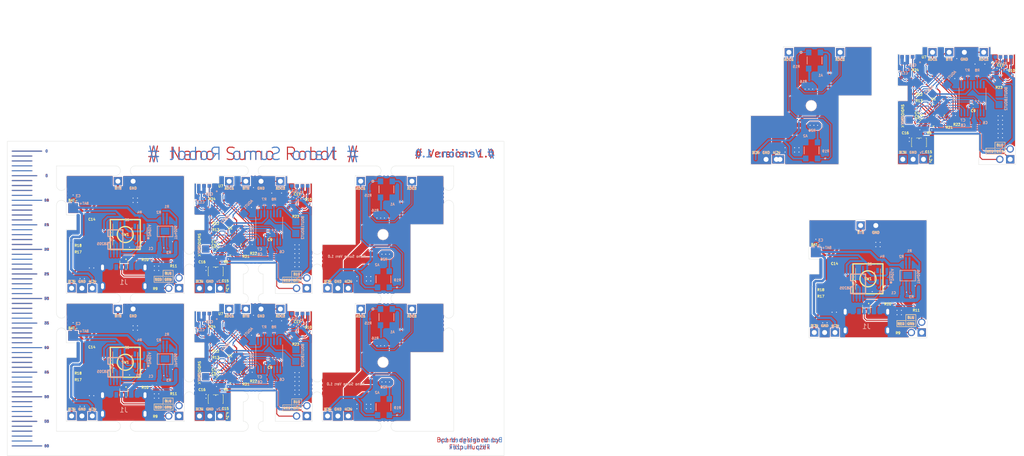
<source format=kicad_pcb>
(kicad_pcb (version 20240108) (generator "pcbnew") (generator_version "8.0")
  (layers (0 "F.Cu" signal) (31 "B.Cu" signal) (34 "B.Paste" user) (35 "F.Paste" user) (36 "B.SilkS" user "B.Silkscreen") (37 "F.SilkS" user "F.Silkscreen") (38 "B.Mask" user) (39 "F.Mask" user) (44 "Edge.Cuts" user))
  (net 0 "")
  (net 1 "+3.3V")
  (net 2 "ADC_2")
  (net 3 "Net-(A1-A)")
  (net 4 "GND")
  (net 5 "Net-(A2-A)")
  (net 6 "ADC_1")
  (net 7 "+5V")
  (net 8 "Net-(U6-VCC)")
  (net 9 "Net-(U6-GND)")
  (net 10 "+4.2V BAT")
  (net 11 "Net-(U2-VCP)")
  (net 12 "Net-(U2-VINT)")
  (net 13 "Button")
  (net 16 "Net-(LED1-Pad2)")
  (net 17 "Net-(LED1-Pad1)")
  (net 18 "Net-(LED1-Pad3)")
  (net 19 "Net-(U2-AOUT1)")
  (net 20 "Net-(U2-AOUT2)")
  (net 21 "Net-(U2-BOUT1)")
  (net 22 "Net-(U2-BOUT2)")
  (net 23 "Net-(U4-CHRG#)")
  (net 24 "Net-(U4-STDBY#)")
  (net 25 "Net-(U4-PROG)")
  (net 26 "Net-(U6-VM)")
  (net 27 "NRST")
  (net 28 "Net-(U2-AISEN)")
  (net 29 "Net-(U2-BISEN)")
  (net 30 "Led_R")
  (net 31 "Led_G")
  (net 32 "Led_B")
  (net 33 "SCL")
  (net 34 "SDA")
  (net 35 "INTERRUPT_1")
  (net 36 "Net-(R18-Pad2)")
  (net 37 "BatteryVoltage_ADC")
  (net 38 "Ain1")
  (net 39 "INTERRUPT_2")
  (net 40 "Bin1")
  (net 41 "Bin2")
  (net 42 "Ain2")
  (net 43 "SWCLK")
  (net 44 "SWDIO")
  (net 46 "Net-(U3-Pad2)")
  (net 47 "Net-(U6-OC)")
  (net 48 "Net-(U6-OD)")
  (net 50 "Net-(U7-Pad2)")
  (net 51 "Net-(U2-~{SLEEP})")
  (footprint "MouseBites:mouse-bite-2mm-slot" (layer "F.Cu") (at 155.006 91)
    (property "Reference" "mouse-bite-2mm-slot" (hide yes))
    (property "Value" "VAL**" (hide yes))
    (fp_arc (start -2 -1) (mid -1 0) (end -2 1) (stroke (width 0.05)) (layer "Edge.Cuts"))
    (fp_arc (start 2 1) (mid 1 0) (end 2 -1) (stroke (width 0.05)) (layer "Edge.Cuts"))
  )
  (footprint "" (layer "F.Cu") (at 136.814207 88.91566)
    (property "Reference" "")
    (property "Value" "")
  )
  (footprint "Resistor_SMD:R_0201_0603Metric" (layer "F.Cu") (at 261.9084 24.6484 180)
    (property "Reference" "R13")
    (property "Value" "2.2k")
  )
  (footprint "Capacitor_SMD:C_0201_0603Metric" (layer "F.Cu") (at 138.014552 69.741048 90)
    (property "Reference" "C11")
    (property "Value" "2.2uF")
  )
  (footprint "" (layer "F.Cu") (at 149.859211 41.120133)
    (property "Reference" "")
    (property "Value" "")
  )
  (footprint "NanoSumo:tactile_Switch" (layer "F.Cu") (at 101.994126 51.976125)
    (property "Reference" "SW1")
    (property "Value" "SW_Push")
  )
  (footprint "" (layer "F.Cu") (at 117.076668 62.91566)
    (property "Reference" "")
    (property "Value" "")
  )
  (footprint "MouseBites:mouse-bite-2mm-slot" (layer "F.Cu") (at 167.749754 69.999999 90)
    (property "Reference" "mouse-bite-2mm-slot" (hide yes))
    (property "Value" "VAL**" (hide yes))
    (fp_arc (start -2 -1.000001) (mid -0.999999 -0.000001) (end -2 0.999999) (stroke (width 0.05)) (layer "Edge.Cuts"))
    (fp_arc (start 2 1.000001) (mid 0.999999 0) (end 2 -0.999999) (stroke (width 0.05)) (layer "Edge.Cuts"))
  )
  (footprint "" (layer "F.Cu") (at 272.591077 14.880267)
    (property "Reference" "")
    (property "Value" "")
  )
  (footprint "" (layer "F.Cu") (at 103.583126 67.129309)
    (property "Reference" "")
    (property "Value" "")
  )
  (footprint "" (layer "F.Cu") (at 279.808855 36.660212)
    (property "Reference" "")
    (property "Value" "")
  )
  (footprint "" (layer "F.Cu") (at 246.28785 71.91552)
    (property "Reference" "")
    (property "Value" "")
  )
  (footprint "Resistor_SMD:R_0201_0603Metric" (layer "F.Cu") (at 128.060127 81.05203 180)
    (property "Reference" "R22")
    (property "Value" "10k")
  )
  (footprint "Resistor_SMD:R_0201_0603Metric" (layer "F.Cu") (at 126.533752 81.272648 -135)
    (property "Reference" "R21")
    (property "Value" "10k")
  )
  (footprint "" (layer "F.Cu") (at 138.915008 62.91566)
    (property "Reference" "")
    (property "Value" "")
  )
  (footprint "" (layer "F.Cu") (at 251.499705 50.135963)
    (property "Reference" "")
    (property "Value" "")
  )
  (footprint "" (layer "F.Cu") (at 254.589 50.14)
    (property "Reference" "")
    (property "Value" "")
  )
  (footprint "Capacitor_SMD:C_0201_0603Metric" (layer "F.Cu") (at 263.788 35.164 180)
    (property "Reference" "C15")
    (property "Value" "10nF")
  )
  (footprint "Capacitor_SMD:C_0201_0603Metric" (layer "F.Cu") (at 120.790352 61.419448 180)
    (property "Reference" "C15")
    (property "Value" "10nF")
  )
  (footprint "NanoSumo:DS9078-20" (layer "F.Cu") (at 120.383952 59.489048)
    (property "Reference" "U8" (hide yes))
    (property "Value" "~")
  )
  (footprint "MouseBites:mouse-bite-2mm-slot" (layer "F.Cu") (at 128.003 59)
    (property "Reference" "mouse-bite-2mm-slot" (hide yes))
    (property "Value" "VAL**" (hide yes))
    (fp_arc (start -2 -1) (mid -1 0) (end -2 1) (stroke (width 0.05)) (layer "Edge.Cuts"))
    (fp_arc (start 2 1) (mid 1 0) (end 2 -1) (stroke (width 0.05)) (layer "Edge.Cuts"))
  )
  (footprint "" (layer "F.Cu") (at 110.818578 88.90444)
    (property "Reference" "")
    (property "Value" "")
  )
  (footprint "" (layer "F.Cu") (at 126.507134 67.131678)
    (property "Reference" "")
    (property "Value" "")
  )
  (footprint "Capacitor_SMD:C_0201_0603Metric" (layer "F.Cu") (at 263.944202 29.775153 135)
    (property "Reference" "C5")
    (property "Value" "100nF")
  )
  (footprint "Resistor_SMD:R_0201_0603Metric" (layer "F.Cu") (at 93.931126 80.210309)
    (property "Reference" "R18")
    (property "Value" "100")
  )
  (footprint "Capacitor_SMD:C_0402_1005Metric" (layer "F.Cu") (at 131.407552 52.123048)
    (property "Reference" "C9")
    (property "Value" "10uF")
  )
  (footprint "Capacitor_SMD:C_0201_0603Metric" (layer "F.Cu") (at 138.011552 43.741048 90)
    (property "Reference" "C11")
    (property "Value" "2.2uF")
  )
  (footprint "Capacitor_SMD:C_0201_0603Metric" (layer "F.Cu") (at 119.113952 57.558648)
    (property "Reference" "C16")
    (property "Value" "10nF")
  )
  (footprint "MouseBites:mouse-bite-2mm-slot" (layer "F.Cu") (at 115.006 83 90)
    (property "Reference" "mouse-bite-2mm-slot" (hide yes))
    (property "Value" "VAL**" (hide yes))
    (fp_arc (start -2 -1.000001) (mid -0.999999 -0.000001) (end -2 0.999999) (stroke (width 0.05)) (layer "Edge.Cuts"))
    (fp_arc (start 2 1.000001) (mid 0.999999 0) (end 2 -0.999999) (stroke (width 0.05)) (layer "Edge.Cuts"))
  )
  (footprint "" (layer "F.Cu") (at 232.276529 36.678895)
    (property "Reference" "")
    (property "Value" "")
  )
  (footprint "" (layer "F.Cu") (at 160.271144 41.120263)
    (property "Reference" "")
    (property "Value" "")
  )
  (footprint "NanoSumo:Pad" (layer "F.Cu") (at 91.391126 46.590125)
    (property "Reference" "BAT-")
    (property "Value" "Battery-")
  )
  (footprint "MouseBites:mouse-bite-2mm-slot" (layer "F.Cu") (at 128.006 85)
    (property "Reference" "mouse-bite-2mm-slot" (hide yes))
    (property "Value" "VAL**" (hide yes))
    (fp_arc (start -2 -1) (mid -1 0) (end -2 1) (stroke (width 0.05)) (layer "Edge.Cuts"))
    (fp_arc (start 2 1) (mid 1 0) (end 2 -1) (stroke (width 0.05)) (layer "Edge.Cuts"))
  )
  (footprint "NanoSumoLedFootprintlib:LED_RGB_NanoSumo" (layer "F.Cu") (at 252.684 67.111 90)
    (property "Reference" "LED1" (hide yes))
    (property "Value" "XZM2CRKM2DGFBB45SCCB")
  )
  (footprint "" (layer "F.Cu") (at 129.593429 41.135715)
    (property "Reference" "")
    (property "Value" "")
  )
  (footprint "" (layer "F.Cu") (at 276.523 14.883)
    (property "Reference" "")
    (property "Value" "")
  )
  (footprint "Resistor_SMD:R_0201_0603Metric" (layer "F.Cu") (at 109.044126 88.592309 -90)
    (property "Reference" "R9")
    (property "Value" "60-80")
  )
  (footprint "" (layer "F.Cu") (at 143.113318 88.916485)
    (property "Reference" "")
    (property "Value" "")
  )
  (footprint "Capacitor_SMD:C_0201_0603Metric" (layer "F.Cu") (at 121.557211 55.419944 135)
    (property "Reference" "C4")
    (property "Value" "10nF")
  )
  (footprint "Capacitor_SMD:C_0201_0603Metric" (layer "F.Cu") (at 121.560211 81.419944 135)
    (property "Reference" "C4")
    (property "Value" "10nF")
  )
  (footprint "" (layer "F.Cu") (at 263.928253 71.915131)
    (property "Reference" "")
    (property "Value" "")
  )
  (footprint "Resistor_SMD:R_0201_0603Metric" (layer "F.Cu") (at 263.918374 67.409854 90)
    (property "Reference" "R11")
    (property "Value" "100")
  )
  (footprint "" (layer "F.Cu") (at 95.281976 62.904645)
    (property "Reference" "")
    (property "Value" "")
  )
  (footprint "" (layer "F.Cu") (at 123.113419 41.138318)
    (property "Reference" "")
    (property "Value" "")
  )
  (footprint "Resistor_SMD:R_0201_0603Metric" (layer "F.Cu") (at 126.530752 55.272648 -135)
    (property "Reference" "R21")
    (property "Value" "10k")
  )
  (footprint "" (layer "F.Cu") (at 264.281918 36.660212)
    (property "Reference" "")
    (property "Value" "")
  )
  (footprint "Capacitor_SMD:C_0201_0603Metric" (layer "F.Cu") (at 119.116952 83.558648)
    (property "Reference" "C16")
    (property "Value" "10nF")
  )
  (footprint "Resistor_SMD:R_0201_0603Metric" (layer "F.Cu") (at 118.910752 50.903848 180)
    (property "Reference" "R13")
    (property "Value" "2.2k")
  )
  (footprint "" (layer "F.Cu") (at 91.074374 62.904645)
    (property "Reference" "")
    (property "Value" "")
  )
  (footprint "" (layer "F.Cu") (at 136.811207 62.91566)
    (property "Reference" "")
    (property "Value" "")
  )
  (footprint "Resistor_SMD:R_0201_0603Metric" (layer "F.Cu") (at 118.453552 44.757048 -90)
    (property "Reference" "R24")
    (property "Value" "8.2k")
  )
  (footprint "Capacitor_SMD:C_0201_0603Metric" (layer "F.Cu") (at 246.207 59.03 -90)
    (property "Reference" "C14")
    (property "Value" "100nF")
  )
  (footprint "" (layer "F.Cu") (at 247.333554 14.882673)
    (property "Reference" "")
    (property "Value" "")
  )
  (footprint "" (layer "F.Cu") (at 91.074374 88.904829)
    (property "Reference" "")
    (property "Value" "")
  )
  (footprint "MouseBites:mouse-bite-2mm-slot" (layer "F.Cu") (at 102.006 91)
    (property "Reference" "mouse-bite-2mm-slot" (hide yes))
    (property "Value" "VAL**" (hide yes))
    (fp_arc (start -2 -1) (mid -1 0) (end -2 1) (stroke (width 0.05)) (layer "Edge.Cuts"))
    (fp_arc (start 2 1) (mid 1 0) (end 2 -1) (stroke (width 0.05)) (layer "Edge.Cuts"))
  )
  (footprint "MouseBites:mouse-bite-2mm-slot" (layer "F.Cu") (at 167.746754 43.999999 90)
    (property "Reference" "mouse-bite-2mm-slot" (hide yes))
    (property "Value" "VAL**" (hide yes))
    (fp_arc (start -2 -1.000001) (mid -0.999999 -0.000001) (end -2 0.999999) (stroke (width 0.05)) (layer "Edge.Cuts"))
    (fp_arc (start 2 1.000001) (mid 0.999999 0) (end 2 -0.999999) (stroke (width 0.05)) (layer "Edge.Cuts"))
  )
  (footprint "MouseBites:mouse-bite-2mm-slot" (layer "F.Cu") (at 141.006 83 90)
    (property "Reference" "mouse-bite-2mm-slot" (hide yes))
    (property "Value" "VAL**" (hide yes))
    (fp_arc (start -2 -1.000001) (mid -0.999999 -0.000001) (end -2 0.999999) (stroke (width 0.05)) (layer "Edge.Cuts"))
    (fp_arc (start 2 1.000001) (mid 0.999999 0) (end 2 -0.999999) (stroke (width 0.05)) (layer "Edge.Cuts"))
  )
  (footprint "Resistor_SMD:R_0201_0603Metric" (layer "F.Cu") (at 118.913752 76.903848 180)
    (property "Reference" "R13")
    (property "Value" "2.2k")
  )
  (footprint "Resistor_SMD:R_0201_0603Metric" (layer "F.Cu") (at 261.4512 18.5016 -90)
    (property "Reference" "R24")
    (property "Value" "8.2k")
  )
  (footprint "Resistor_SMD:R_0201_0603Metric" (layer "F.Cu") (at 271.054775 28.796582 180)
    (property "Reference" "R22")
    (property "Value" "10k")
  )
  (footprint "" (layer "F.Cu") (at 110.818578 62.904256)
    (property "Reference" "")
    (property "Value" "")
  )
  (footprint "" (layer "F.Cu") (at 126.504134 41.131678)
    (property "Reference" "")
    (property "Value" "")
  )
  (footprint "NanoSumo:VISHAY_VCNL4040_4X2X1.1" (layer "F.Cu") (at 137.467695 67.37802 90)
    (property "Reference" "U3" (hide yes))
    (property "Value" "VCNL4040M3OE")
  )
  (footprint "" (layer "F.Cu") (at 100.493831 41.125088)
    (property "Reference" "")
    (property "Value" "")
  )
  (footprint "Capacitor_SMD:C_0201_0603Metric" (layer "F.Cu") (at 281.0092 17.4856 90)
    (property "Reference" "C11")
    (property "Value" "2.2uF")
  )
  (footprint "Resistor_SMD:R_0201_0603Metric" (layer "F.Cu") (at 122.024183 56.605337 -135)
    (property "Reference" "R6")
    (property "Value" "10k")
  )
  (footprint "Capacitor_SMD:C_0201_0603Metric" (layer "F.Cu") (at 95.201126 76.019309 -90)
    (property "Reference" "C14")
    (property "Value" "100nF")
  )
  (footprint "Capacitor_SMD:C_0201_0603Metric" (layer "F.Cu") (at 262.1116 31.3032)
    (property "Reference" "C16")
    (property "Value" "10nF")
  )
  (footprint "" (layer "F.Cu") (at 121.28427 62.91566)
    (property "Reference" "")
    (property "Value" "")
  )
  (footprint "" (layer "F.Cu") (at 119.183469 88.91566)
    (property "Reference" "")
    (property "Value" "")
  )
  (footprint "Capacitor_SMD:C_0201_0603Metric" (layer "F.Cu") (at 139.081352 69.741048 90)
    (property "Reference" "C10")
    (property "Value" "100nF")
  )
  (footprint "NanoSumoLedFootprintlib:LED_RGB_NanoSumo" (layer "F.Cu") (at 101.678126 58.100125 90)
    (property "Reference" "LED1" (hide yes))
    (property "Value" "XZM2CRKM2DGFBB45SCCB")
  )
  (footprint "" (layer "F.Cu") (at 143.110318 62.916485)
    (property "Reference" "")
    (property "Value" "")
  )
  (footprint "" (layer "F.Cu") (at 281.912656 36.660212)
    (property "Reference" "")
    (property "Value" "")
  )
  (footprint "NanoSumo:Pad" (layer "F.Cu") (at 242.397 55.601)
    (property "Reference" "BAT-")
    (property "Value" "Battery-")
  )
  (footprint "Capacitor_SMD:C_0201_0603Metric" (layer "F.Cu") (at 282.076 17.4856 90)
    (property "Reference" "C10")
    (property "Value" "100nF")
  )
  (footprint "" (layer "F.Cu") (at 112.922379 86.800639)
    (property "Reference" "")
    (property "Value" "")
  )
  (footprint "" (layer "F.Cu") (at 112.922379 60.800455)
    (property "Reference" "")
    (property "Value" "")
  )
  (footprint "NanoSumo:tactile_Switch" (layer "F.Cu") (at 253 60.987)
    (property "Reference" "SW1")
    (property "Value" "SW_Push")
  )
  (footprint "" (layer "F.Cu") (at 93.178175 62.904645)
    (property "Reference" "")
    (property "Value" "")
  )
  (footprint "Resistor_SMD:R_0201_0603Metric" (layer "F.Cu") (at 128.057127 55.05203 180)
    (property "Reference" "R22")
    (property "Value" "10k")
  )
  (footprint "" (layer "F.Cu") (at 133.528352 67.138448)
    (property "Reference" "")
    (property "Value" "")
  )
  (footprint "Capacitor_SMD:C_0201_0603Metric" (layer "F.Cu") (at 264.554859 29.164496 135)
    (property "Reference" "C4")
    (property "Value" "10nF")
  )
  (footprint "Resistor_SMD:R_0201_0603Metric" (layer "F.Cu") (at 244.937 63.221)
    (property "Reference" "R18")
    (property "Value" "100")
  )
  (footprint "" (layer "F.Cu") (at 95.281976 88.904829)
    (property "Reference" "")
    (property "Value" "")
  )
  (footprint "" (layer "F.Cu") (at 117.079668 88.91566)
    (property "Reference" "")
    (property "Value" "")
  )
  (footprint "" (layer "F.Cu") (at 119.180469 62.91566)
    (property "Reference" "")
    (property "Value" "")
  )
  (footprint "NanoSumo:VISHAY_VCNL4040_4X2X1.1" (layer "F.Cu") (at 280.462343 15.122572 90)
    (property "Reference" "U3" (hide yes))
    (property "Value" "VCNL4040M3OE")
  )
  (footprint "NanoSumo:DS9078-20" (layer "F.Cu") (at 263.3816 33.2336)
    (property "Reference" "U8" (hide yes))
    (property "Value" "~")
  )
  (footprint "Resistor_SMD:R_0201_0603Metric" (layer "F.Cu") (at 244.556 64.491 90)
    (property "Reference" "R17")
    (property "Value" "10k")
  )
  (footprint "" (layer "F.Cu") (at 147.32092 88.916485)
    (property "Reference" "")
    (property "Value" "")
  )
  (footprint "Resistor_SMD:R_0201_0603Metric" (layer "F.Cu") (at 265.021831 30.349889 -135)
    (property "Reference" "R6")
    (property "Value" "10k")
  )
  (footprint "" (layer "F.Cu") (at 244.184049 71.91552)
    (property "Reference" "")
    (property "Value" "")
  )
  (footprint "" (layer "F.Cu") (at 281.912656 34.556411)
    (property "Reference" "")
    (property "Value" "")
  )
  (footprint "Resistor_SMD:R_0201_0603Metric" (layer "F.Cu") (at 93.931126 54.210125)
    (property "Reference" "R18")
    (property "Value" "100")
  )
  (footprint "" (layer "F.Cu") (at 234.38033 36.678895)
    (property "Reference" "")
    (property "Value" "")
  )
  (footprint "" (layer "F.Cu") (at 112.922379 62.904256)
    (property "Reference" "")
    (property "Value" "")
  )
  (footprint "Resistor_SMD:R_0201_0603Metric" (layer "F.Cu") (at 106.011926 82.355709 180)
    (property "Reference" "R10")
    (property "Value" "100")
  )
  (footprint "MouseBites:mouse-bite-2mm-slot" (layer "F.Cu") (at 89.006 70 90)
    (property "Reference" "mouse-bite-2mm-slot" (hide yes))
    (property "Value" "VAL**" (hide yes))
    (fp_arc (start -2 -1.000001) (mid -0.999999 -0.000001) (end -2 0.999999) (stroke (width 0.05)) (layer "Edge.Cuts"))
    (fp_arc (start 2 1.000001) (mid 0.999999 0) (end 2 -0.999999) (stroke (width 0.05)) (layer "Edge.Cuts"))
  )
  (footprint "" (layer "F.Cu") (at 149.862211 67.120133)
    (property "Reference" "")
    (property "Value" "")
  )
  (footprint "Capacitor_SMD:C_0201_0603Metric" (layer "F.Cu") (at 95.201126 50.019125 -90)
    (property "Reference" "C14")
    (property "Value" "100nF")
  )
  (footprint "" (layer "F.Cu") (at 103.583126 41.129125)
    (property "Reference" "")
    (property "Value" "")
  )
  (footprint "NanoSumo:DS9078-20" (layer "F.Cu") (at 120.386952 85.489048)
    (property "Reference" "U8" (hide yes))
    (property "Value" "~")
  )
  (footprint "Resistor_SMD:R_0201_0603Metric" (layer "F.Cu") (at 136.639952 47.500248 180)
    (property "Reference" "R23")
    (property "Value" "30k")
  )
  (footprint "Package_DFN_QFN:ST_UFQFPN-20_3x3mm_P0.5mm" (layer "F.Cu") (at 123.330352 53.951848 45)
    (property "Reference" "U1")
    (property "Value" "STM32C011F4Ux")
  )
  (footprint "" (layer "F.Cu") (at 129.596429 67.135715)
    (property "Reference" "")
    (property "Value" "")
  )
  (footprint "" (layer "F.Cu") (at 138.918008 86.811859)
    (property "Reference" "")
    (property "Value" "")
  )
  (footprint "Package_DFN_QFN:ST_UFQFPN-20_3x3mm_P0.5mm" (layer "F.Cu") (at 266.328 27.6964 45)
    (property "Reference" "U1")
    (property "Value" "STM32C011F4Ux")
  )
  (footprint "NanoSumo:tactile_Switch" (layer "F.Cu") (at 101.994126 77.976309)
    (property "Reference" "SW1")
    (property "Value" "SW_Push")
  )
  (footprint "Resistor_SMD:R_0201_0603Metric" (layer "F.Cu") (at 118.913752 75.633848 180)
    (property "Reference" "R12")
    (property "Value" "2.2k")
  )
  (footprint "" (layer "F.Cu") (at 123.116419 67.138318)
    (property "Reference" "")
    (property "Value" "")
  )
  (footprint "" (layer "F.Cu") (at 145.214119 62.916485)
    (property "Reference" "")
    (property "Value" "")
  )
  (footprint "MouseBites:mouse-bite-2mm-slot" (layer "F.Cu") (at 128.006 65)
    (property "Reference" "mouse-bite-2mm-slot" (hide yes))
    (property "Value" "VAL**" (hide yes))
    (fp_arc (start -2 -1) (mid -1 0) (end -2 1) (stroke (width 0.05)) (layer "Edge.Cuts"))
    (fp_arc (start 2 1) (mid 1 0) (end 2 -1) (stroke (width 0.05)) (layer "Edge.Cuts"))
  )
  (footprint "Capacitor_SMD:C_0402_1005Metric" (layer "F.Cu") (at 131.410552 78.123048)
    (property "Reference" "C9")
    (property "Value" "10uF")
  )
  (footprint "MouseBites:mouse-bite-2mm-slot" (layer "F.Cu") (at 128.006 91)
    (property "Reference" "mouse-bite-2mm-slot" (hide yes))
    (property "Value" "VAL**" (hide yes))
    (fp_arc (start -2 -1) (mid -1 0) (end -2 1) (stroke (width 0.05)) (layer "Edge.Cuts"))
    (fp_arc (start 2 1) (mid 1 0) (end 2 -1) (stroke (width 0.05)) (layer "Edge.Cuts"))
  )
  (footprint "Resistor_SMD:R_0201_0603Metric" (layer "F.Cu") (at 93.550126 81.480309 90)
    (property "Reference" "R17")
    (property "Value" "10k")
  )
  (footprint "" (layer "F.Cu") (at 242.080248 71.91552)
    (property "Reference" "")
    (property "Value" "")
  )
  (footprint "NanoSumo:Pad" (layer "F.Cu") (at 118.351952 52.986648)
    (property "Reference" "SWDIO")
    (property "Value" "SWDIO")
  )
  (footprint "NanoSumo:VISHAY_VCNL4040_4X2X1.1" (layer "F.Cu") (at 137.464695 41.37802 90)
    (property "Reference" "U3" (hide yes))
    (property "Value" "VCNL4040M3OE")
  )
  (footprint "MouseBites:mouse-bite-2mm-slot" (layer "F.Cu") (at 128.003 39)
    (property "Reference" "mouse-bite-2mm-slot" (hide yes))
    (property "Value" "VAL**" (hide yes))
    (fp_arc (start -2 -1) (mid -1 0) (end -2 1) (stroke (width 0.05)) (layer "Edge.Cuts"))
    (fp_arc (start 2 1) (mid 1 0) (end 2 -1) (stroke (width 0.05)) (layer "Edge.Cuts"))
  )
  (footprint "NanoSumo:Pad" (layer "F.Cu") (at 118.351952 54.917048)
    (property "Reference" "SWCLK")
    (property "Value" "SWCLK")
  )
  (footprint "MouseBites:mouse-bite-2mm-slot" (layer "F.Cu") (at 115.003 57 90)
    (property "Reference" "mouse-bite-2mm-slot" (hide yes))
    (property "Value" "VAL**" (hide yes))
    (fp_arc (start -2 -1.000001) (mid -0.999999 -0.000001) (end -2 0.999999) (stroke (width 0.05)) (layer "Edge.Cuts"))
    (fp_arc (start 2 1.000001) (mid 0.999999 0) (end 2 -0.999999) (stroke (width 0.05)) (layer "Edge.Cuts"))
  )
  (footprint "" (layer "F.Cu") (at 93.178175 88.904829)
    (property "Reference" "")
    (property "Value" "")
  )
  (footprint "Capacitor_SMD:C_0201_0603Metric" (layer "F.Cu") (at 120.946554 56.030601 135)
    (property "Reference" "C5")
    (property "Value" "100nF")
  )
  (footprint "Resistor_SMD:R_0201_0603Metric" (layer "F.Cu") (at 269.5284 29.0172 -135)
    (property "Reference" "R21")
    (property "Value" "10k")
  )
  (footprint "NanoSumo:Pad" (layer "F.Cu") (at 118.354952 78.986648)
    (property "Reference" "SWDIO")
    (property "Value" "SWDIO")
  )
  (footprint "Resistor_SMD:R_0201_0603Metric" (layer "F.Cu") (at 109.044126 62.592125 -90)
    (property "Reference" "R9")
    (property "Value" "60-80")
  )
  (footprint "" (layer "F.Cu") (at 260.074316 36.660212)
    (property "Reference" "")
    (property "Value" "")
  )
  (footprint "MouseBites:mouse-bite-2mm-slot" (layer "F.Cu") (at 155.006 65)
    (property "Reference" "mouse-bite-2mm-slot" (hide yes))
    (property "Value" "VAL**" (hide yes))
    (fp_arc (start -2 -1) (mid -1 0) (end -2 1) (stroke (width 0.05)) (layer "Edge.Cuts"))
    (fp_arc (start 2 1) (mid 1 0) (end 2 -1) (stroke (width 0.05)) (layer "Edge.Cuts"))
  )
  (footprint "" (layer "F.Cu") (at 133.525352 41.138448)
    (property "Reference" "")
    (property "Value" "")
  )
  (footprint "Capacitor_SMD:C_0201_0603Metric" (layer "F.Cu") (at 120.949554 82.030601 135)
    (property "Reference" "C5")
    (property "Value" "100nF")
  )
  (footprint "" (layer "F.Cu") (at 121.28727 88.91566)
    (property "Reference" "")
    (property "Value" "")
  )
  (footprint "Resistor_SMD:R_0201_0603Metric" (layer "F.Cu") (at 260.05 71.603 -90)
    (property "Reference" "R9")
    (property "Value" "60-80")
  )
  (footprint "" (layer "F.Cu") (at 263.928253 69.81133)
    (property "Reference" "")
    (property "Value" "")
  )
  (footprint "MouseBites:mouse-bite-2mm-slot" (layer "F.Cu") (at 102.003 39)
    (property "Reference" "mouse-bite-2mm-slot" (hide yes))
    (property "Value" "VAL**" (hide yes))
    (fp_arc (start -2 -1) (mid -1 0) (end -2 1) (stroke (width 0.05)) (layer "Edge.Cuts"))
    (fp_arc (start 2 1) (mid 1 0) (end 2 -1) (stroke (width 0.05)) (layer "Edge.Cuts"))
  )
  (footprint "NanoSumo:Pad" (layer "F.Cu") (at 91.391126 72.590309)
    (property "Reference" "BAT-")
    (property "Value" "Battery-")
  )
  (footprint "" (layer "F.Cu") (at 147.31792 62.916485)
    (property "Reference" "")
    (property "Value" "")
  )
  (footprint "" (layer "F.Cu") (at 262.178117 36.660212)
    (property "Reference" "")
    (property "Value" "")
  )
  (footprint "NanoSumo:Pad" (layer "F.Cu") (at 261.3496 26.7312)
    (property "Reference" "SWDIO")
    (property "Value" "SWDIO")
  )
  (footprint "MouseBites:mouse-bite-2mm-slot" (layer "F.Cu") (at 102.006 65)
    (property "Reference" "mouse-bite-2mm-slot" (hide yes))
    (property "Value" "VAL**" (hide yes))
    (fp_arc (start -2 -1) (mid -1 0) (end -2 1) (stroke (width 0.05)) (layer "Edge.Cuts"))
    (fp_arc (start 2 1) (mid 1 0) (end 2 -1) (stroke (width 0.05)) (layer "Edge.Cuts"))
  )
  (footprint "" (layer "F.Cu") (at 269.501782 14.87623)
    (property "Reference" "")
    (property "Value" "")
  )
  (footprint "Resistor_SMD:R_0201_0603Metric" (layer "F.Cu") (at 118.910752 49.633848 180)
    (property "Reference" "R12")
    (property "Value" "2.2k")
  )
  (footprint "" (layer "F.Cu") (at 112.922379 88.90444)
    (property "Reference" "")
    (property "Value" "")
  )
  (footprint "Resistor_SMD:R_0201_0603Metric" (layer "F.Cu") (at 112.9125 58.398979 90)
    (property "Reference" "R11")
    (property "Value" "100")
  )
  (footprint "Resistor_SMD:R_0201_0603Metric" (layer "F.Cu") (at 118.456552 70.757048 -90)
    (property "Reference" "R24")
    (property "Value" "8.2k")
  )
  (footprint "Resistor_SMD:R_0201_0603Metric" (layer "F.Cu") (at 122.027183 82.605337 -135)
    (property "Reference" "R6")
    (property "Value" "10k")
  )
  (footprint "Capacitor_SMD:C_0201_0603Metric" (layer "F.Cu") (at 120.793352 87.419448 180)
    (property "Reference" "C15")
    (property "Value" "10nF")
  )
  (footprint "MouseBites:mouse-bite-2mm-slot" (layer "F.Cu") (at 89.003 44 90)
    (property "Reference" "mouse-bite-2mm-slot" (hide yes))
    (property "Value" "VAL**" (hide yes))
    (fp_arc (start -2 -1.000001) (mid -0.999999 -0.000001) (end -2 0.999999) (stroke (width 0.05)) (layer "Edge.Cuts"))
    (fp_arc (start 2 1.000001) (mid 0.999999 0) (end 2 -0.999999) (stroke (width 0.05)) (layer "Edge.Cuts"))
  )
  (footprint "" (layer "F.Cu") (at 261.824452 71.915131)
    (property "Reference" "")
    (property "Value" "")
  )
  (footprint "Resistor_SMD:R_0201_0603Metric" (layer "F.Cu") (at 93.550126 55.480125 90)
    (property "Reference" "R17")
    (property "Value" "10k")
  )
  (footprint "" (layer "F.Cu") (at 100.493831 67.125272)
    (property "Reference" "")
    (property "Value" "")
  )
  (footprint "Package_DFN_QFN:ST_UFQFPN-20_3x3mm_P0.5mm" (layer "F.Cu") (at 123.333352 79.951848 45)
    (property "Reference" "U1")
    (property "Value" "STM32C011F4Ux")
  )
  (footprint "Resistor_SMD:R_0201_0603Metric" (layer "F.Cu") (at 136.642952 73.500248 180)
    (property "Reference" "R23")
    (property "Value" "30k")
  )
  (footprint "Resistor_SMD:R_0201_0603Metric" (layer "F.Cu") (at 261.9084 23.3784 180)
    (property "Reference" "R12")
    (property "Value" "2.2k")
  )
  (footprint "Resistor_SMD:R_0201_0603Metric" (layer "F.Cu") (at 279.6376 21.2448 180)
    (property "Reference" "R23")
    (property "Value" "30k")
  )
  (footprint "" (layer "F.Cu") (at 160.274144 67.120263)
    (property "Reference" "")
    (property "Value" "")
  )
  (footprint "MouseBites:mouse-bite-2mm-slot" (layer "F.Cu") (at 141.003 57 90)
    (property "Reference" "mouse-bite-2mm-slot" (hide yes))
    (property "Value" "VAL**" (hide yes))
    (fp_arc (start -2 -1.000001) (mid -0.999999 -0.000001) (end -2 0.999999) (stroke (width 0.05)) (layer "Edge.Cuts"))
    (fp_arc (start 2 1.000001) (mid 0.999999 0) (end 2 -0.999999) (stroke (width 0.05)) (layer "Edge.Cuts"))
  )
  (footprint "" (layer "F.Cu") (at 236.921621 14.882543)
    (property "Reference" "")
    (property "Value" "")
  )
  (footprint "" (layer "F.Cu") (at 281.925253 58.81133)
    (property "Reference" "")
    (property "Value" "")
  )
  (footprint "NanoSumoLedFootprintlib:LED_RGB_NanoSumo" (layer "F.Cu") (at 101.678126 84.100309 90)
    (property "Reference" "LED1" (hide yes))
    (property "Value" "XZM2CRKM2DGFBB45SCCB")
  )
  (footprint "Capacitor_SMD:C_0402_1005Metric" (layer "F.Cu") (at 274.4052 25.8676)
    (property "Reference" "C9")
    (property "Value" "10uF")
  )
  (footprint "" (layer "F.Cu") (at 138.915008 60.811859)
    (property "Reference" "")
    (property "Value" "")
  )
  (footprint "Capacitor_SMD:C_0201_0603Metric" (layer "F.Cu") (at 139.078352 43.741048 90)
    (property "Reference" "C10")
    (property "Value" "100nF")
  )
  (footprint "NanoSumo:Pad" (layer "F.Cu") (at 118.354952 80.917048)
    (property "Reference" "SWCLK")
    (property "Value" "SWCLK")
  )
  (footprint "Resistor_SMD:R_0201_0603Metric" (layer "F.Cu") (at 106.011926 56.355525 180)
    (property "Reference" "R10")
    (property "Value" "100")
  )
  (footprint "MouseBites:mouse-bite-2mm-slot" (layer "F.Cu") (at 155.003 39)
    (property "Reference" "mouse-bite-2mm-slot" (hide yes))
    (property "Value" "VAL**" (hide yes))
    (fp_arc (start -2 -1) (mid -1 0) (end -2 1) (stroke (width 0.05)) (layer "Edge.Cuts"))
    (fp_arc (start 2 1) (mid 1 0) (end 2 -1) (stroke (width 0.05)) (layer "Edge.Cuts"))
  )
  (footprint "" (layer "F.Cu") (at 145.217119 88.916485)
    (property "Reference" "")
    (property "Value" "")
  )
  (footprint "Resistor_SMD:R_0201_0603Metric" (layer "F.Cu") (at 112.9125 84.399163 90)
    (property "Reference" "R11")
    (property "Value" "100")
  )
  (footprint "" (layer "F.Cu") (at 138.918008 88.91566)
    (property "Reference" "")
    (property "Value" "")
  )
  (footprint "NanoSumo:Pad" (layer "F.Cu") (at 261.3496 28.6616)
    (property "Reference" "SWCLK")
    (property "Value" "SWCLK")
  )
  (footprint "Resistor_SMD:R_0201_0603Metric" (layer "F.Cu") (at 257.0178 65.3664 180)
    (property "Reference" "R10")
    (property "Value" "100")
  )
  (footprint "" (layer "F.Cu") (at 266.111067 14.88287)
    (property "Reference" "")
    (property "Value" "")
  )
  (footprint "Resistor_SMD:R_0201_0603Metric" (layer "B.Cu") (at 244.413 36.092 -90)
    (property "Reference" "R19")
    (property "Value" "10k")
  )
  (footprint "Resistor_SMD:R_0201_0603Metric" (layer "B.Cu") (at 275.218 19.67 -90)
    (property "Reference" "R8")
    (property "Value" "200")
  )
  (footprint "Resistor_SMD:R_0201_0603Metric" (layer "B.Cu") (at 254.935 63.0296 45)
    (property "Reference" "R5")
    (property "Value" "1k")
  )
  (footprint "NanoSumo:Pad" (layer "B.Cu") (at 126.073552 47.754248 -135)
    (property "Reference" "AOUT1")
    (property "Value" "DC_Motor_1+")
  )
  (footprint "NM8205A:NM8205A" (layer "B.Cu") (at 251 62)
    (property "Reference" "U9" (hide yes))
    (property "Value" "~")
  )
  (footprint "Capacitor_SMD:C_0201_0603Metric" (layer "B.Cu") (at 108.424926 80.831709 180)
    (property "Reference" "C1")
    (property "Value" "100nF")
  )
  (footprint "Capacitor_SMD:C_0402_1005Metric" (layer "B.Cu") (at 91.899126 70.939309)
    (property "Reference" "C3")
    (property "Value" "10uF")
  )
  (footprint "Resistor_SMD:R_0201_0603Metric" (layer "B.Cu") (at 104.894326 74.654429 90)
    (property "Reference" "R4")
    (property "Value" "100")
  )
  (footprint "NanoSumo:Pad" (layer "B.Cu") (at 91.391126 72.590309 180)
    (property "Reference" "BAT+")
    (property "Value" "Battery+")
  )
  (footprint "Capacitor_SMD:C_0402_1005Metric" (layer "B.Cu") (at 130.823752 81.983848 180)
    (property "Reference" "C8")
    (property "Value" "10uF")
  )
  (footprint "NanoSumo:Pad" (layer "B.Cu") (at 136.690752 49.379848 180)
    (property "Reference" "BOUT1")
    (property "Value" "DC_Motor_2+")
  )
  (footprint "NanoSumo:Pad" (layer "B.Cu") (at 118.354952 80.917048 180)
    (property "Reference" "NRST")
    (property "Value" "NRST")
  )
  (footprint "NanoSumo:GCT_USB4125-GF-A-0190_REVA2" (layer "B.Cu") (at 252.684 70.687 180)
    (property "Reference" "J1")
    (property "Value" "USB4125-GF-A-0190_REVA2")
  )
  (footprint "NanoSumo:Pad" (layer "B.Cu") (at 136.65783 77.767448 -90)
    (property "Reference" "BOUT2")
    (property "Value" "DC_Motor_2-")
  )
  (footprint "Resistor_SMD:R_0201_0603Metric" (layer "B.Cu") (at 109.70407 47.466158 -90)
    (property "Reference" "R2")
    (property "Value" "1k")
  )
  (footprint "NanoSumo:VISHAY_VCNL4040_4X2X1.1" (layer "B.Cu") (at 118.542352 67.269197 90)
    (property "Reference" "U7")
    (property "Value" "VCNL4040M3OE")
  )
  (footprint "Resistor_SMD:R_0201_0603Metric" (layer "B.Cu") (at 130.289952 45.925448 -90)
    (property "Reference" "R7")
    (property "Value" "200")
  )
  (footprint "NanoSumo:Pad" (layer "B.Cu") (at 136.693752 75.379848 180)
    (property "Reference" "BOUT1")
    (property "Value" "DC_Motor_2+")
  )
  (footprint "Capacitor_SMD:C_0402_1005Metric" (layer "B.Cu") (at 242.905 53.95)
    (property "Reference" "C3")
    (property "Value" "10uF")
  )
  (footprint "NM8205A:NM8205A" (layer "B.Cu") (at 99.994126 78.989309)
    (property "Reference" "U9" (hide yes))
    (property "Value" "~")
  )
  (footprint "Capacitor_SMD:C_0201_0603Metric" (layer "B.Cu") (at 108.424926 54.831525 180)
    (property "Reference" "C1")
    (property "Value" "100nF")
  )
  (footprint "NanoSumo:Pad" (layer "B.Cu") (at 242.397 55.601 180)
    (property "Reference" "BAT+")
    (property "Value" "Battery+")
  )
  (footprint "Resistor_SMD:R_0201_0603Metric" (layer "B.Cu") (at 137.5676 70.7067 -90)
    (property "Reference" "R14")
    (property "Value" "8.2k")
  )
  (footprint "NanoSumo:Pad" (layer "B.Cu") (at 279.6884 23.1244 180)
    (property "Reference" "BOUT1")
    (property "Value" "DC_Motor_2+")
  )
  (footprint "NM8205A:NM8205A" (layer "B.Cu") (at 99.994126 52.989125)
    (property "Reference" "U9" (hide yes))
    (property "Value" "~")
  )
  (footprint "Resistor_SMD:R_0201_0603Metric" (layer "B.Cu") (at 132.220352 45.925448 -90)
    (property "Reference" "R8")
    (property "Value" "200")
  )
  (footprint "Capacitor_SMD:C_0402_1005Metric" (layer "B.Cu") (at 130.823752 80.967848 180)
    (property "Reference" "C7")
    (property "Value" "10uF")
  )
  (footprint "Capacitor_SMD:C_0201_0603Metric" (layer "B.Cu") (at 275.4948 29.2204)
    (property "Reference" "C6")
    (property "Value" "100nF")
  )
  (footprint "NanoSumo:GCT_USB4125-GF-A-0190_REVA2" (layer "B.Cu") (at 101.678126 61.676125 180)
    (property "Reference" "J1")
    (property "Value" "USB4125-GF-A-0190_REVA2")
  )
  (footprint "Resistor_SMD:R_0201_0603Metric" (layer "B.Cu") (at 157.35359 88.32959 -90)
    (property "Reference" "R19")
    (property "Value" "10k")
  )
  (footprint "NanoSumo:Pad" (layer "B.Cu") (at 266.1248 23.3784 -135)
    (property "Reference" "AOUT2")
    (property "Value" "DC_Motor_1-")
  )
  (footprint "Capacitor_SMD:C_0201_0603Metric" (layer "B.Cu") (at 132.500152 81.475848)
    (property "Reference" "C6")
    (property "Value" "100nF")
  )
  (footprint "NanoSumo:DW01A" (layer "B.Cu") (at 104.894326 51.448245 180)
    (property "Reference" "U6" (hide yes))
    (property "Value" "~")
  )
  (footprint "Package_SO:TSSOP-16_4.4x5mm_P0.65mm" (layer "B.Cu") (at 131.258152 76.599048 -90)
    (property "Reference" "U2")
    (property "Value" "DRV8833PW")
  )
  (footprint "Resistor_SMD:R_0201_0603Metric" (layer "B.Cu") (at 154.002475 47.112002 -90)
    (property "Reference" "R16")
    (property "Value" "150")
  )
  (footprint "NanoSumo:Pad" (layer "B.Cu") (at 126.076552 73.754248 -135)
    (property "Reference" "AOUT1")
    (property "Value" "DC_Motor_1+")
  )
  (footprint "Resistor_SMD:R_0201_0603Metric" (layer "B.Cu") (at 103.929126 80.018909 45)
    (property "Reference" "R5")
    (property "Value" "1k")
  )
  (footprint "Resistor_SMD:R_0201_0603Metric" (layer "B.Cu") (at 110.837926 80.831709 180)
    (property "Reference" "R3")
    (property "Value" "R")
  )
  (footprint "Resistor_SMD:R_0201_0603Metric" (layer "B.Cu") (at 154.005475 73.112002 -90)
    (property "Reference" "R16")
    (property "Value" "150")
  )
  (footprint "NanoSumo:VISHAY_VCNL4040_4X2X1.1" (layer "B.Cu") (at 261.537 15.013749 90)
    (property "Reference" "U7")
    (property "Value" "VCNL4040M3OE")
  )
  (footprint "Capacitor_SMD:C_0201_0603Metric" (layer "B.Cu") (at 116.929552 43.741048 90)
    (property "Reference" "C12")
    (property "Value" "100nF")
  )
  (footprint "NanoSumo:VISHAY_VCNL4040_4X2X1.1" (layer "B.Cu") (at 118.539352 41.269197 90)
    (property "Reference" "U7")
    (property "Value" "VCNL4040M3OE")
  )
  (footprint "Resistor_SMD:R_0201_0603Metric" (layer "B.Cu") (at 110.837926 54.831525 180)
    (property "Reference" "R3")
    (property "Value" "R")
  )
  (footprint "NanoSumo:XDCR_GP2S700HCP" (layer "B.Cu") (at 155.082723 68.784476 -90)
    (property "Reference" "A1")
    (property "Value" "GP2S700HCP")
  )
  (footprint "NanoSumo:TP4056" (layer "B.Cu") (at 110.075926 77.275709 180)
    (property "Reference" "U4" (hide yes))
    (property "Value" "Li-Pol Charger")
  )
  (footprint "NanoSumo:Pad" (layer "B.Cu") (at 123.127152 49.633848 -135)
    (property "Reference" "AOUT2")
    (property "Value" "DC_Motor_1-")
  )
  (footprint "NanoSumo:Pad" (layer "B.Cu") (at 269.0712 21.4988 -135)
    (property "Reference" "AOUT1")
    (property "Value" "DC_Motor_1+")
  )
  (footprint "Capacitor_SMD:C_0201_0603Metric" (layer "B.Cu") (at 117.996352 43.741048 90)
    (property "Reference" "C13")
    (property "Value" "2.2uF")
  )
  (footprint "Resistor_SMD:R_0201_0603Metric" (layer "B.Cu") (at 110.449264 47.466158 -90)
    (property "Reference" "R1")
    (property "Value" "1k")
  )
  (footprint "NanoSumo:XDCR_GP2S700HCP" (layer "B.Cu") (at 242.142133 16.546886 -90)
    (property "Reference" "A1")
    (property "Value" "GP2S700HCP")
  )
  (footprint "Capacitor_SMD:C_0402_1005Metric" (layer "B.Cu") (at 130.820752 55.983848 180)
    (property "Reference" "C8")
    (property "Value" "10uF")
  )
  (footprint "Capacitor_SMD:C_0201_0603Metric" (layer "B.Cu") (at 103.628313 74.974063 180)
    (property "Reference" "C2")
    (property "Value" "100nF")
  )
  (footprint "Resistor_SMD:R_0201_0603Metric" (layer "B.Cu") (at 273.2876 19.67 -90)
    (property "Reference" "R7")
    (property "Value" "200")
  )
  (footprint "Resistor_SMD:R_0201_0603Metric" (layer "B.Cu") (at 255.9002 57.66512 90)
    (property "Reference" "R4")
    (property "Value" "100")
  )
  (footprint "Resistor_SMD:R_0201_0603Metric" (layer "B.Cu") (at 151.38159 43.15259)
    (property "Reference" "R15")
    (property "Value" "10k")
  )
  (footprint "NanoSumo:TP4056" (layer "B.Cu") (at 110.075926 51.275525 180)
    (property "Reference" "U4" (hide yes))
    (property "Value" "Li-Pol Charger")
  )
  (footprint "Capacitor_SMD:C_0201_0603Metric" (layer "B.Cu") (at 260.994 17.4856 90)
    (property "Reference" "C13")
    (property "Value" "2.2uF")
  )
  (footprint "NanoSumo:Pad" (layer "B.Cu") (at 91.391126 46.590125 180)
    (property "Reference" "BAT+")
    (property "Value" "Battery+")
  )
  (footprint "NanoSumo:Pad" (layer "B.Cu") (at 261.3496 28.6616 180)
    (property "Reference" "NRST")
    (property "Value" "NRST")
  )
  (footprint "NanoSumo:DW01A" (layer "B.Cu") (at 255.9002 60.45912 180)
    (property "Reference" "U6" (hide yes))
    (property "Value" "~")
  )
  (footprint "Resistor_SMD:R_0201_0603Metric" (layer "B.Cu") (at 132.223352 71.925448 -90)
    (property "Reference" "R8")
    (property "Value" "200")
  )
  (footprint "Capacitor_SMD:C_0201_0603Metric" (layer "B.Cu") (at 254.634187 57.984754 180)
    (property "Reference" "C2")
    (property "Value" "100nF")
  )
  (footprint "Capacitor_SMD:C_0402_1005Metric" (layer "B.Cu") (at 130.820752 54.967848 180)
    (property "Reference" "C7")
    (property "Value" "10uF")
  )
  (footprint "Resistor_SMD:R_0201_0603Metric" (layer "B.Cu") (at 155.699091 57.02559 90)
    (property "Reference" "R20")
    (property "Value" "150")
  )
  (footprint "Resistor_SMD:R_0201_0603Metric" (layer "B.Cu") (at 261.8438 63.8424 180)
    (property "Reference" "R3")
    (property "Value" "R")
  )
  (footprint "NanoSumo:XDCR_GP2S700HCP" (layer "B.Cu") (at 154.47759 87.08959 90)
    (property "Reference" "A2")
    (property "Value" "GP2S700HCP")
  )
  (footprint "Capacitor_SMD:C_0402_1005Metric" (layer "B.Cu") (at 273.8184 28.7124 180)
    (property "Reference" "C7")
    (property "Value" "10uF")
  )
  (footprint "NanoSumo:DW01A" (layer "B.Cu") (at 104.894326 77.448429 180)
    (property "Reference" "U6" (hide yes))
    (property "Value" "~")
  )
  (footprint "Resistor_SMD:R_0201_0603Metric" (layer "B.Cu") (at 137.5646 44.7067 -90)
    (property "Reference" "R14")
    (property "Value" "8.2k")
  )
  (footprint "Resistor_SMD:R_0201_0603Metric" (layer "B.Cu") (at 151.38459 69.15259)
    (property "Reference" "R15")
    (property "Value" "10k")
  )
  (footprint "Resistor_SMD:R_0201_0603Metric" (layer "B.Cu") (at 280.562248 18.451252 -90)
    (property "Reference" "R14")
    (property "Value" "8.2k")
  )
  (footprint "Resistor_SMD:R_0201_0603Metric" (layer "B.Cu") (at 157.35059 62.32959 -90)
    (property "Reference" "R19")
    (property "Value" "10k")
  )
  (footprint "NanoSumo:TP4056" (layer "B.Cu") (at 261.0818 60.2864 180)
    (property "Reference" "U4" (hide yes))
    (property "Value" "Li-Pol Charger")
  )
  (footprint "Capacitor_SMD:C_0201_0603Metric" (layer "B.Cu") (at 132.497152 55.475848)
    (property "Reference" "C6")
    (property "Value" "100nF")
  )
  (footprint "Resistor_SMD:R_0201_0603Metric" (layer "B.Cu") (at 110.449264 73.466342 -90)
    (property "Reference" "R1")
    (property "Value" "1k")
  )
  (footprint "Resistor_SMD:R_0201_0603Metric" (layer "B.Cu") (at 103.929126 54.018725 45)
    (property "Reference" "R5")
    (property "Value" "1k")
  )
  (footprint "Capacitor_SMD:C_0402_1005Metric" (layer "B.Cu") (at 273.8184 29.7284 180)
    (property "Reference" "C8")
    (property "Value" "10uF")
  )
  (footprint "Package_SO:TSSOP-16_4.4x5mm_P0.65mm" (layer "B.Cu") (at 131.255152 50.599048 -90)
    (property "Reference" "U2")
    (property "Value" "DRV8833PW")
  )
  (footprint "NanoSumo:XDCR_GP2S700HCP" (layer "B.Cu") (at 241.537 34.852 90)
    (property "Reference" "A2")
    (property "Value" "GP2S700HCP")
  )
  (footprint "Capacitor_SMD:C_0201_0603Metric" (layer "B.Cu") (at 117.999352 69.741048 90)
    (property "Reference" "C13")
    (property "Value" "2.2uF")
  )
  (footprint "Resistor_SMD:R_0201_0603Metric" (layer "B.Cu") (at 260.709944 56.477033 -90)
    (property "Reference" "R2")
    (property "Value" "1k")
  )
  (footprint "Resistor_SMD:R_0201_0603Metric" (layer "B.Cu") (at 241.064885 20.874412 -90)
    (property "Reference" "R16")
    (property "Value" "150")
  )
  (footprint "Capacitor_SMD:C_0201_0603Metric" (layer "B.Cu") (at 259.4308 63.8424 180)
    (property "Reference" "C1")
    (property "Value" "100nF")
  )
  (footprint "NanoSumo:Pad" (layer "B.Cu") (at 118.351952 54.917048 180)
    (property "Reference" "NRST")
    (property "Value" "NRST")
  )
  (footprint "Resistor_SMD:R_0201_0603Metric" (layer "B.Cu") (at 261.455138 56.477033 -90)
    (property "Reference" "R1")
    (property "Value" "1k")
  )
  (footprint "NanoSumo:XDCR_GP2S700HCP" (layer "B.Cu") (at 155.079723 42.784476 -90)
    (property "Reference" "A1")
    (property "Value" "GP2S700HCP")
  )
  (footprint "Resistor_SMD:R_0201_0603Metric" (layer "B.Cu") (at 130.292952 71.925448 -90)
    (property "Reference" "R7")
    (property "Value" "200")
  )
  (footprint "Resistor_SMD:R_0201_0603Metric" (layer "B.Cu") (at 104.894326 48.654245 90)
    (property "Reference" "R4")
    (property "Value" "100")
  )
  (footprint "NanoSumo:Pad" (layer "B.Cu") (at 123.130152 75.633848 -135)
    (property "Reference" "AOUT2")
    (property "Value" "DC_Motor_1-")
  )
  (footprint "NanoSumo:XDCR_GP2S700HCP" (layer "B.Cu") (at 154.47459 61.08959 90)
    (property "Reference" "A2")
    (property "Value" "GP2S700HCP")
  )
  (footprint "NanoSumo:GCT_USB4125-GF-A-0190_REVA2" (layer "B.Cu") (at 101.678126 87.676309 180)
    (property "Reference" "J1")
    (property "Value" "USB4125-GF-A-0190_REVA2")
  )
  (footprint "NanoSumo:Pad" (layer "B.Cu") (at 136.65483 51.767448 -90)
    (property "Reference" "BOUT2")
    (property "Value" "DC_Motor_2-")
  )
  (footprint "Resistor_SMD:R_0201_0603Metric" (layer "B.Cu") (at 109.70407 73.466342 -90)
    (property "Reference" "R2")
    (property "Value" "1k")
  )
  (footprint "Resistor_SMD:R_0201_0603Metric" (layer "B.Cu") (at 238.444 16.915)
    (property "Reference" "R15")
    (property "Value" "10k")
  )
  (footprint "Package_SO:TSSOP-16_4.4x5mm_P0.65mm" (layer "B.Cu") (at 274.2528 24.3436 -90)
    (property "Reference" "U2")
    (property "Value" "DRV8833PW")
  )
  (footprint "Capacitor_SMD:C_0201_0603Metric" (layer "B.Cu") (at 116.932552 69.741048 90)
    (property "Reference" "C12")
    (property "Value" "100nF")
  )
  (footprint "Resistor_SMD:R_0201_0603Metric" (layer "B.Cu") (at 242.761501 30.788 90)
    (property "Reference" "R20")
    (property "Value" "150")
  )
  (footprint "Capacitor_SMD:C_0201_0603Metric" (layer "B.Cu") (at 259.9272 17.4856 90)
    (property "Reference" "C12")
    (property "Value" "100nF")
  )
  (footprint "Capacitor_SMD:C_0201_0603Metric" (layer "B.Cu") (at 103.628313 48.973879 180)
    (property "Reference" "C2")
    (property "Value" "100nF")
  )
  (footprint "NanoSumo:Pad" (layer "B.Cu") (at 279.652478 25.512 -90)
    (property "Reference" "BOUT2")
    (property "Value" "DC_Motor_2-")
  )
  (footprint "Capacitor_SMD:C_0402_1005Metric" (layer "B.Cu") (at 91.899126 44.939125)
    (property "Reference" "C3")
    (property "Value" "10uF")
  )
  (footprint "Resistor_SMD:R_0201_0603Metric" (layer "B.Cu") (at 155.702091 83.02559 90)
    (property "Reference" "R20")
    (property "Value" "150")
  )
  (gr_line (start 79 76) (end 83 76) (stroke (width 0.2)) (layer "F.Cu"))
  (gr_line (start 79 77) (end 83 77) (stroke (width 0.2)) (layer "F.Cu"))
  (gr_line (start 79 55) (end 85 55) (stroke (width 0.2)) (layer "F.Cu"))
  (gr_line (start 79 45) (end 85 45) (stroke (width 0.2)) (layer "F.Cu"))
  (gr_line (start 79 42) (end 83 42) (stroke (width 0.2)) (layer "F.Cu"))
  (gr_line (start 79 58) (end 83 58) (stroke (width 0.2)) (layer "F.Cu"))
  (gr_line (start 79 82) (end 83 82) (stroke (width 0.2)) (layer "F.Cu"))
  (gr_line (start 79 74) (end 83 74) (stroke (width 0.2)) (layer "F.Cu"))
  (gr_line (start 79 48) (end 83 48) (stroke (width 0.2)) (layer "F.Cu"))
  (gr_line (start 79 81) (end 83 81) (stroke (width 0.2)) (layer "F.Cu"))
  (gr_line (start 79 39) (end 83 39) (stroke (width 0.2)) (layer "F.Cu"))
  (gr_line (start 79 38) (end 83 38) (stroke (width 0.2)) (layer "F.Cu"))
  (gr_line (start 79 86) (end 83 86) (stroke (width 0.2)) (layer "F.Cu"))
  (gr_line (start 79 75) (end 85 75) (stroke (width 0.2)) (layer "F.Cu"))
  (gr_line (start 79 93) (end 83 93) (stroke (width 0.2)) (layer "F.Cu"))
  (gr_line (start 79 51) (end 83 51) (stroke (width 0.2)) (layer "F.Cu"))
  (gr_line (start 79 43) (end 83 43) (stroke (width 0.2)) (layer "F.Cu"))
  (gr_line (start 79 71) (end 83 71) (stroke (width 0.2)) (layer "F.Cu"))
  (gr_line (start 79 65) (end 85 65) (stroke (width 0.2)) (layer "F.Cu"))
  (gr_line (start 79 68) (end 83 68) (stroke (width 0.2)) (layer "F.Cu"))
  (gr_line (start 79 41) (end 83 41) (stroke (width 0.2)) (layer "F.Cu"))
  (gr_line (start 79 87) (end 83 87) (stroke (width 0.2)) (layer "F.Cu"))
  (gr_line (start 79 79) (end 83 79) (stroke (width 0.2)) (layer "F.Cu"))
  (gr_line (start 79 37) (end 83 37) (stroke (width 0.2)) (layer "F.Cu"))
  (gr_line (start 79 52) (end 83 52) (stroke (width 0.2)) (layer "F.Cu"))
  (gr_line (start 79 61) (end 83 61) (stroke (width 0.2)) (layer "F.Cu"))
  (gr_line (start 79 85) (end 85 85) (stroke (width 0.2)) (layer "F.Cu"))
  (gr_line (start 79 88) (end 83 88) (stroke (width 0.2)) (layer "F.Cu"))
  (gr_line (start 79 92) (end 83 92) (stroke (width 0.2)) (layer "F.Cu"))
  (gr_line (start 79 47) (end 83 47) (stroke (width 0.2)) (layer "F.Cu"))
  (gr_line (start 79 36) (end 83 36) (stroke (width 0.2)) (layer "F.Cu"))
  (gr_line (start 79 90) (end 84 90) (stroke (width 0.2)) (layer "F.Cu"))
  (gr_line (start 79 54) (end 83 54) (stroke (width 0.2)) (layer "F.Cu"))
  (gr_line (start 79 40) (end 84 40) (stroke (width 0.2)) (layer "F.Cu"))
  (gr_line (start 79 83) (end 83 83) (stroke (width 0.2)) (layer "F.Cu"))
  (gr_line (start 79 72) (end 83 72) (stroke (width 0.2)) (layer "F.Cu"))
  (gr_line (start 79 60) (end 84 60) (stroke (width 0.2)) (layer "F.Cu"))
  (gr_line (start 79 35) (end 85 35) (stroke (width 0.2)) (layer "F.Cu"))
  (gr_line (start 79 64) (end 83 64) (stroke (width 0.2)) (layer "F.Cu"))
  (gr_line (start 79 70) (end 84 70) (stroke (width 0.2)) (layer "F.Cu"))
  (gr_line (start 79 44) (end 83 44) (stroke (width 0.2)) (layer "F.Cu"))
  (gr_line (start 79 78) (end 83 78) (stroke (width 0.2)) (layer "F.Cu"))
  (gr_line (start 79 67) (end 83 67) (stroke (width 0.2)) (layer "F.Cu"))
  (gr_line (start 79 50) (end 84 50) (stroke (width 0.2)) (layer "F.Cu"))
  (gr_line (start 79 46) (end 83 46) (stroke (width 0.2)) (layer "F.Cu"))
  (gr_line (start 79 66) (end 83 66) (stroke (width 0.2)) (layer "F.Cu"))
  (gr_line (start 79 80) (end 84 80) (stroke (width 0.2)) (layer "F.Cu"))
  (gr_line (start 79 89) (end 83 89) (stroke (width 0.2)) (layer "F.Cu"))
  (gr_line (start 79 59) (end 83 59) (stroke (width 0.2)) (layer "F.Cu"))
  (gr_line (start 79 49) (end 83 49) (stroke (width 0.2)) (layer "F.Cu"))
  (gr_line (start 79 53) (end 83 53) (stroke (width 0.2)) (layer "F.Cu"))
  (gr_line (start 79 91) (end 83 91) (stroke (width 0.2)) (layer "F.Cu"))
  (gr_line (start 79 57) (end 83 57) (stroke (width 0.2)) (layer "F.Cu"))
  (gr_line (start 79 94) (end 83 94) (stroke (width 0.2)) (layer "F.Cu"))
  (gr_line (start 79 56) (end 83 56) (stroke (width 0.2)) (layer "F.Cu"))
  (gr_line (start 79 69) (end 83 69) (stroke (width 0.2)) (layer "F.Cu"))
  (gr_line (start 79 84) (end 83 84) (stroke (width 0.2)) (layer "F.Cu"))
  (gr_line (start 79 73) (end 83 73) (stroke (width 0.2)) (layer "F.Cu"))
  (gr_line (start 79 63) (end 83 63) (stroke (width 0.2)) (layer "F.Cu"))
  (gr_line (start 79 62) (end 83 62) (stroke (width 0.2)) (layer "F.Cu"))
  (gr_line (start 79 95) (end 85 95) (stroke (width 0.2)) (layer "F.Cu"))
  (gr_line (start 79 90) (end 84 90) (stroke (width 0.2)) (layer "B.Cu"))
  (gr_line (start 79 60) (end 84 60) (stroke (width 0.2)) (layer "B.Cu"))
  (gr_line (start 79 71) (end 83 71) (stroke (width 0.2)) (layer "B.Cu"))
  (gr_line (start 79 37) (end 83 37) (stroke (width 0.2)) (layer "B.Cu"))
  (gr_line (start 79 92) (end 83 92) (stroke (width 0.2)) (layer "B.Cu"))
  (gr_line (start 79 65) (end 85 65) (stroke (width 0.2)) (layer "B.Cu"))
  (gr_line (start 79 66) (end 83 66) (stroke (width 0.2)) (layer "B.Cu"))
  (gr_line (start 79 54) (end 83 54) (stroke (width 0.2)) (layer "B.Cu"))
  (gr_line (start 79 91) (end 83 91) (stroke (width 0.2)) (layer "B.Cu"))
  (gr_line (start 79 86) (end 83 86) (stroke (width 0.2)) (layer "B.Cu"))
  (gr_line (start 79 84) (end 83 84) (stroke (width 0.2)) (layer "B.Cu"))
  (gr_line (start 79 69) (end 83 69) (stroke (width 0.2)) (layer "B.Cu"))
  (gr_line (start 79 89) (end 83 89) (stroke (width 0.2)) (layer "B.Cu"))
  (gr_line (start 79 53) (end 83 53) (stroke (width 0.2)) (layer "B.Cu"))
  (gr_line (start 79 63) (end 83 63) (stroke (width 0.2)) (layer "B.Cu"))
  (gr_line (start 79 56) (end 83 56) (stroke (width 0.2)) (layer "B.Cu"))
  (gr_line (start 79 46) (end 83 46) (stroke (width 0.2)) (layer "B.Cu"))
  (gr_line (start 79 50) (end 84 50) (stroke (width 0.2)) (layer "B.Cu"))
  (gr_line (start 79 52) (end 83 52) (stroke (width 0.2)) (layer "B.Cu"))
  (gr_line (start 79 68) (end 83 68) (stroke (width 0.2)) (layer "B.Cu"))
  (gr_line (start 79 40) (end 84 40) (stroke (width 0.2)) (layer "B.Cu"))
  (gr_line (start 79 42) (end 83 42) (stroke (width 0.2)) (layer "B.Cu"))
  (gr_line (start 79 49) (end 83 49) (stroke (width 0.2)) (layer "B.Cu"))
  (gr_line (start 79 79) (end 83 79) (stroke (width 0.2)) (layer "B.Cu"))
  (gr_line (start 79 87) (end 83 87) (stroke (width 0.2)) (layer "B.Cu"))
  (gr_line (start 79 83) (end 83 83) (stroke (width 0.2)) (layer "B.Cu"))
  (gr_line (start 79 44) (end 83 44) (stroke (width 0.2)) (layer "B.Cu"))
  (gr_line (start 79 88) (end 83 88) (stroke (width 0.2)) (layer "B.Cu"))
  (gr_line (start 79 85) (end 85 85) (stroke (width 0.2)) (layer "B.Cu"))
  (gr_line (start 79 59) (end 83 59) (stroke (width 0.2)) (layer "B.Cu"))
  (gr_line (start 79 74) (end 83 74) (stroke (width 0.2)) (layer "B.Cu"))
  (gr_line (start 79 75) (end 85 75) (stroke (width 0.2)) (layer "B.Cu"))
  (gr_line (start 79 47) (end 83 47) (stroke (width 0.2)) (layer "B.Cu"))
  (gr_line (start 79 41) (end 83 41) (stroke (width 0.2)) (layer "B.Cu"))
  (gr_line (start 79 62) (end 83 62) (stroke (width 0.2)) (layer "B.Cu"))
  (gr_line (start 79 76) (end 83 76) (stroke (width 0.2)) (layer "B.Cu"))
  (gr_line (start 79 48) (end 83 48) (stroke (width 0.2)) (layer "B.Cu"))
  (gr_line (start 79 45) (end 85 45) (stroke (width 0.2)) (layer "B.Cu"))
  (gr_line (start 79 73) (end 83 73) (stroke (width 0.2)) (layer "B.Cu"))
  (gr_line (start 79 36) (end 83 36) (stroke (width 0.2)) (layer "B.Cu"))
  (gr_line (start 79 51) (end 83 51) (stroke (width 0.2)) (layer "B.Cu"))
  (gr_line (start 79 72) (end 83 72) (stroke (width 0.2)) (layer "B.Cu"))
  (gr_line (start 79 70) (end 84 70) (stroke (width 0.2)) (layer "B.Cu"))
  (gr_line (start 79 61) (end 83 61) (stroke (width 0.2)) (layer "B.Cu"))
  (gr_line (start 79 57) (end 83 57) (stroke (width 0.2)) (layer "B.Cu"))
  (gr_line (start 79 80) (end 84 80) (stroke (width 0.2)) (layer "B.Cu"))
  (gr_line (start 79 58) (end 83 58) (stroke (width 0.2)) (layer "B.Cu"))
  (gr_line (start 79 81) (end 83 81) (stroke (width 0.2)) (layer "B.Cu"))
  (gr_line (start 79 95) (end 85 95) (stroke (width 0.2)) (layer "B.Cu"))
  (gr_line (start 79 77) (end 83 77) (stroke (width 0.2)) (layer "B.Cu"))
  (gr_line (start 79 64) (end 83 64) (stroke (width 0.2)) (layer "B.Cu"))
  (gr_line (start 79 35) (end 85 35) (stroke (width 0.2)) (layer "B.Cu"))
  (gr_line (start 79 78) (end 83 78) (stroke (width 0.2)) (layer "B.Cu"))
  (gr_line (start 79 67) (end 83 67) (stroke (width 0.2)) (layer "B.Cu"))
  (gr_line (start 79 82) (end 83 82) (stroke (width 0.2)) (layer "B.Cu"))
  (gr_line (start 79 55) (end 85 55) (stroke (width 0.2)) (layer "B.Cu"))
  (gr_line (start 79 94) (end 83 94) (stroke (width 0.2)) (layer "B.Cu"))
  (gr_line (start 79 38) (end 83 38) (stroke (width 0.2)) (layer "B.Cu"))
  (gr_line (start 79 39) (end 83 39) (stroke (width 0.2)) (layer "B.Cu"))
  (gr_line (start 79 43) (end 83 43) (stroke (width 0.2)) (layer "B.Cu"))
  (gr_line (start 79 93) (end 83 93) (stroke (width 0.2)) (layer "B.Cu"))
  (gr_line (start 137.862152 85.438248) (end 135.830152 85.438248) (stroke (width 0.1)) (layer "B.SilkS"))
  (gr_line (start 278.8248 34.402) (end 276.996 34.402) (stroke (width 0.1)) (layer "B.SilkS"))
  (gr_line (start 258.8974 69.532) (end 258.8974 70.7512) (stroke (width 0.1)) (layer "B.SilkS"))
  (gr_line (start 279.028 34.402) (end 280.6536 34.402) (stroke (width 0.1)) (layer "B.SilkS"))
  (gr_line (start 107.891526 87.740509) (end 111.752326 87.740509) (stroke (width 0.1)) (layer "B.SilkS"))
  (gr_line (start 133.998352 60.657448) (end 133.998352 61.876648) (stroke (width 0.1)) (layer "B.SilkS"))
  (gr_line (start 135.827152 59.438248) (end 135.827152 60.657448) (stroke (width 0.1)) (layer "B.SilkS"))
  (gr_line (start 133.998352 61.876648) (end 137.859152 61.876648) (stroke (width 0.1)) (layer "B.SilkS"))
  (gr_line (start 280.8568 35.6212) (end 280.8568 33.1828) (stroke (width 0.1)) (layer "B.SilkS"))
  (gr_line (start 109.720326 85.302109) (end 109.720326 86.521309) (stroke (width 0.1)) (layer "B.SilkS"))
  (gr_line (start 137.859152 59.438248) (end 135.827152 59.438248) (stroke (width 0.1)) (layer "B.SilkS"))
  (gr_line (start 278.8248 33.1828) (end 278.8248 34.402) (stroke (width 0.1)) (layer "B.SilkS"))
  (gr_line (start 111.752326 61.740325) (end 111.752326 59.301925) (stroke (width 0.1)) (layer "B.SilkS"))
  (gr_line (start 135.827152 60.657448) (end 133.998352 60.657448) (stroke (width 0.1)) (layer "B.SilkS"))
  (gr_line (start 260.7262 68.3128) (end 260.7262 69.532) (stroke (width 0.1)) (layer "B.SilkS"))
  (gr_line (start 258.8974 70.7512) (end 262.7582 70.7512) (stroke (width 0.1)) (layer "B.SilkS"))
  (gr_line (start 109.720326 60.521125) (end 107.891526 60.521125) (stroke (width 0.1)) (layer "B.SilkS"))
  (gr_line (start 109.720326 61.537125) (end 109.720326 60.724325) (stroke (width 0.1)) (layer "B.SilkS"))
  (gr_line (start 137.859152 61.876648) (end 137.859152 59.438248) (stroke (width 0.1)) (layer "B.SilkS"))
  (gr_line (start 109.720326 87.537309) (end 109.720326 86.724509) (stroke (width 0.1)) (layer "B.SilkS"))
  (gr_line (start 260.9294 69.532) (end 262.555 69.532) (stroke (width 0.1)) (layer "B.SilkS"))
  (gr_line (start 136.033352 86.657448) (end 137.658952 86.657448) (stroke (width 0.1)) (layer "B.SilkS"))
  (gr_line (start 111.752326 85.302109) (end 109.720326 85.302109) (stroke (width 0.1)) (layer "B.SilkS"))
  (gr_line (start 260.7262 69.532) (end 258.8974 69.532) (stroke (width 0.1)) (layer "B.SilkS"))
  (gr_line (start 107.891526 60.521125) (end 107.891526 61.740325) (stroke (width 0.1)) (layer "B.SilkS"))
  (gr_line (start 135.830152 87.673448) (end 135.830152 86.860648) (stroke (width 0.1)) (layer "B.SilkS"))
  (gr_line (start 109.720326 59.301925) (end 109.720326 60.521125) (stroke (width 0.1)) (layer "B.SilkS"))
  (gr_line (start 107.891526 86.521309) (end 107.891526 87.740509) (stroke (width 0.1)) (layer "B.SilkS"))
  (gr_line (start 135.827152 61.673448) (end 135.827152 60.860648) (stroke (width 0.1)) (layer "B.SilkS"))
  (gr_line (start 109.720326 86.521309) (end 107.891526 86.521309) (stroke (width 0.1)) (layer "B.SilkS"))
  (gr_line (start 260.7262 70.548) (end 260.7262 69.7352) (stroke (width 0.1)) (layer "B.SilkS"))
  (gr_line (start 262.7582 68.3128) (end 260.7262 68.3128) (stroke (width 0.1)) (layer "B.SilkS"))
  (gr_line (start 109.923526 60.521125) (end 111.549126 60.521125) (stroke (width 0.1)) (layer "B.SilkS"))
  (gr_line (start 109.923526 86.521309) (end 111.549126 86.521309) (stroke (width 0.1)) (layer "B.SilkS"))
  (gr_line (start 280.8568 33.1828) (end 278.8248 33.1828) (stroke (width 0.1)) (layer "B.SilkS"))
  (gr_line (start 111.752326 59.301925) (end 109.720326 59.301925) (stroke (width 0.1)) (layer "B.SilkS"))
  (gr_line (start 262.7582 70.7512) (end 262.7582 68.3128) (stroke (width 0.1)) (layer "B.SilkS"))
  (gr_line (start 136.030352 60.657448) (end 137.655952 60.657448) (stroke (width 0.1)) (layer "B.SilkS"))
  (gr_line (start 134.001352 86.657448) (end 134.001352 87.876648) (stroke (width 0.1)) (layer "B.SilkS"))
  (gr_line (start 134.001352 87.876648) (end 137.862152 87.876648) (stroke (width 0.1)) (layer "B.SilkS"))
  (gr_line (start 111.752326 87.740509) (end 111.752326 85.302109) (stroke (width 0.1)) (layer "B.SilkS"))
  (gr_line (start 276.996 35.6212) (end 280.8568 35.6212) (stroke (width 0.1)) (layer "B.SilkS"))
  (gr_line (start 137.862152 87.876648) (end 137.862152 85.438248) (stroke (width 0.1)) (layer "B.SilkS"))
  (gr_line (start 278.8248 35.418) (end 278.8248 34.6052) (stroke (width 0.1)) (layer "B.SilkS"))
  (gr_line (start 276.996 34.402) (end 276.996 35.6212) (stroke (width 0.1)) (layer "B.SilkS"))
  (gr_line (start 135.830152 86.657448) (end 134.001352 86.657448) (stroke (width 0.1)) (layer "B.SilkS"))
  (gr_line (start 135.830152 85.438248) (end 135.830152 86.657448) (stroke (width 0.1)) (layer "B.SilkS"))
  (gr_line (start 107.891526 61.740325) (end 111.752326 61.740325) (stroke (width 0.1)) (layer "B.SilkS"))
  (gr_line (start 109.669526 85.251309) (end 109.669526 86.470509) (stroke (width 0.1)) (layer "F.SilkS"))
  (gr_line (start 107.840726 86.470509) (end 107.840726 87.689709) (stroke (width 0.1)) (layer "F.SilkS"))
  (gr_line (start 133.998352 60.657448) (end 133.998352 61.876648) (stroke (width 0.1)) (layer "F.SilkS"))
  (gr_line (start 135.830152 86.657448) (end 134.001352 86.657448) (stroke (width 0.1)) (layer "F.SilkS"))
  (gr_line (start 120.383952 54.663048) (end 120.688752 54.967848) (stroke (width 0.1)) (layer "F.SilkS"))
  (gr_line (start 263.0768 29.3728) (end 263.1276 29.4236) (stroke (width 0.1)) (layer "F.SilkS"))
  (gr_line (start 258.8466 69.4812) (end 258.8466 70.7004) (stroke (width 0.1)) (layer "F.SilkS"))
  (gr_line (start 135.827152 59.438248) (end 135.827152 60.657448) (stroke (width 0.1)) (layer "F.SilkS"))
  (gr_line (start 279.028 34.402) (end 280.6536 34.402) (stroke (width 0.1)) (layer "F.SilkS"))
  (gr_line (start 120.079152 55.628248) (end 120.129952 55.679048) (stroke (width 0.1)) (layer "F.SilkS"))
  (gr_line (start 119.621952 54.663048) (end 120.383952 54.663048) (stroke (width 0.1)) (layer "F.SilkS"))
  (gr_line (start 109.669526 60.470325) (end 107.840726 60.470325) (stroke (width 0.1)) (layer "F.SilkS"))
  (gr_line (start 111.701526 87.689709) (end 111.701526 85.251309) (stroke (width 0.1)) (layer "F.SilkS"))
  (gr_line (start 120.082152 81.628248) (end 120.132952 81.679048) (stroke (width 0.1)) (layer "F.SilkS"))
  (gr_line (start 278.8248 35.418) (end 278.8248 34.6052) (stroke (width 0.1)) (layer "F.SilkS"))
  (gr_line (start 260.6754 69.4812) (end 258.8466 69.4812) (stroke (width 0.1)) (layer "F.SilkS"))
  (gr_line (start 136.030352 60.657448) (end 137.655952 60.657448) (stroke (width 0.1)) (layer "F.SilkS"))
  (gr_line (start 262.6196 28.4076) (end 263.3816 28.4076) (stroke (width 0.1)) (layer "F.SilkS"))
  (gr_line (start 121.098152 80.612248) (end 120.082152 81.628248) (stroke (width 0.1)) (layer "F.SilkS"))
  (gr_line (start 121.145952 54.663048) (end 121.095152 54.612248) (stroke (width 0.1)) (layer "F.SilkS"))
  (gr_line (start 278.8248 34.402) (end 276.996 34.402) (stroke (width 0.1)) (layer "F.SilkS"))
  (gr_line (start 109.872726 60.470325) (end 111.498326 60.470325) (stroke (width 0.1)) (layer "F.SilkS"))
  (gr_line (start 135.827152 61.673448) (end 135.827152 60.860648) (stroke (width 0.1)) (layer "F.SilkS"))
  (gr_line (start 262.7074 68.262) (end 260.6754 68.262) (stroke (width 0.1)) (layer "F.SilkS"))
  (gr_line (start 258.8466 70.7004) (end 262.7074 70.7004) (stroke (width 0.1)) (layer "F.SilkS"))
  (gr_line (start 135.830152 87.673448) (end 135.830152 86.860648) (stroke (width 0.1)) (layer "F.SilkS"))
  (gr_line (start 133.998352 61.876648) (end 137.859152 61.876648) (stroke (width 0.1)) (layer "F.SilkS"))
  (gr_line (start 262.7074 70.7004) (end 262.7074 68.262) (stroke (width 0.1)) (layer "F.SilkS"))
  (gr_line (start 109.669526 61.486325) (end 109.669526 60.673525) (stroke (width 0.1)) (layer "F.SilkS"))
  (gr_line (start 260.8786 69.4812) (end 262.5042 69.4812) (stroke (width 0.1)) (layer "F.SilkS"))
  (gr_line (start 135.827152 60.657448) (end 133.998352 60.657448) (stroke (width 0.1)) (layer "F.SilkS"))
  (gr_line (start 121.148952 80.663048) (end 121.098152 80.612248) (stroke (width 0.1)) (layer "F.SilkS"))
  (gr_line (start 109.872726 86.470509) (end 111.498326 86.470509) (stroke (width 0.1)) (layer "F.SilkS"))
  (gr_line (start 135.830152 85.438248) (end 135.830152 86.657448) (stroke (width 0.1)) (layer "F.SilkS"))
  (gr_line (start 107.840726 87.689709) (end 111.701526 87.689709) (stroke (width 0.1)) (layer "F.SilkS"))
  (gr_line (start 263.3816 28.4076) (end 263.6864 28.7124) (stroke (width 0.1)) (layer "F.SilkS"))
  (gr_line (start 264.1436 28.4076) (end 264.0928 28.3568) (stroke (width 0.1)) (layer "F.SilkS"))
  (gr_line (start 137.862152 87.876648) (end 137.862152 85.438248) (stroke (width 0.1)) (layer "F.SilkS"))
  (gr_line (start 109.669526 59.251125) (end 109.669526 60.470325) (stroke (width 0.1)) (layer "F.SilkS"))
  (gr_line (start 137.859152 61.876648) (end 137.859152 59.438248) (stroke (width 0.1)) (layer "F.SilkS"))
  (gr_line (start 109.669526 86.470509) (end 107.840726 86.470509) (stroke (width 0.1)) (layer "F.SilkS"))
  (gr_line (start 260.6754 70.4972) (end 260.6754 69.6844) (stroke (width 0.1)) (layer "F.SilkS"))
  (gr_line (start 111.701526 61.689525) (end 111.701526 59.251125) (stroke (width 0.1)) (layer "F.SilkS"))
  (gr_line (start 121.095152 54.612248) (end 120.079152 55.628248) (stroke (width 0.1)) (layer "F.SilkS"))
  (gr_line (start 134.001352 87.876648) (end 137.862152 87.876648) (stroke (width 0.1)) (layer "F.SilkS"))
  (gr_line (start 280.8568 35.6212) (end 280.8568 33.1828) (stroke (width 0.1)) (layer "F.SilkS"))
  (gr_line (start 278.8248 33.1828) (end 278.8248 34.402) (stroke (width 0.1)) (layer "F.SilkS"))
  (gr_line (start 260.6754 68.262) (end 260.6754 69.4812) (stroke (width 0.1)) (layer "F.SilkS"))
  (gr_line (start 109.669526 87.486509) (end 109.669526 86.673709) (stroke (width 0.1)) (layer "F.SilkS"))
  (gr_line (start 107.840726 60.470325) (end 107.840726 61.689525) (stroke (width 0.1)) (layer "F.SilkS"))
  (gr_line (start 136.033352 86.657448) (end 137.658952 86.657448) (stroke (width 0.1)) (layer "F.SilkS"))
  (gr_line (start 134.001352 86.657448) (end 134.001352 87.876648) (stroke (width 0.1)) (layer "F.SilkS"))
  (gr_line (start 119.624952 80.663048) (end 120.386952 80.663048) (stroke (width 0.1)) (layer "F.SilkS"))
  (gr_line (start 280.8568 33.1828) (end 278.8248 33.1828) (stroke (width 0.1)) (layer "F.SilkS"))
  (gr_line (start 120.386952 80.663048) (end 120.691752 80.967848) (stroke (width 0.1)) (layer "F.SilkS"))
  (gr_line (start 137.859152 59.438248) (end 135.827152 59.438248) (stroke (width 0.1)) (layer "F.SilkS"))
  (gr_line (start 111.701526 85.251309) (end 109.669526 85.251309) (stroke (width 0.1)) (layer "F.SilkS"))
  (gr_line (start 107.840726 61.689525) (end 111.701526 61.689525) (stroke (width 0.1)) (layer "F.SilkS"))
  (gr_line (start 111.701526 59.251125) (end 109.669526 59.251125) (stroke (width 0.1)) (layer "F.SilkS"))
  (gr_line (start 264.0928 28.3568) (end 263.0768 29.3728) (stroke (width 0.1)) (layer "F.SilkS"))
  (gr_line (start 137.862152 85.438248) (end 135.830152 85.438248) (stroke (width 0.1)) (layer "F.SilkS"))
  (gr_line (start 276.996 35.6212) (end 280.8568 35.6212) (stroke (width 0.1)) (layer "F.SilkS"))
  (gr_line (start 276.996 34.402) (end 276.996 35.6212) (stroke (width 0.1)) (layer "F.SilkS"))
  (gr_line (start 114.003 65.987) (end 114.003 79) (stroke (width 0.05)) (layer "Edge.Cuts"))
  (gr_line (start 160.05159 89.97759) (end 157.1244 89.97759) (stroke (width 0.05)) (layer "Edge.Cuts"))
  (gr_circle (center 154.40159 77.97759) (end 155.45159 77.97759) (stroke (width 0.05)) (fill none) (layer "Edge.Cuts"))
  (gr_line (start 243 59.987) (end 243.000002 56.986998) (stroke (width 0.05)) (layer "Edge.Cuts"))
  (gr_line (start 260.997 21.741) (end 258.997 21.741) (stroke (width 0.05)) (layer "Edge.Cuts"))
  (gr_line (start 104.1 63.987) (end 104.006 64) (stroke (width 0.05)) (layer "Edge.Cuts"))
  (gr_line (start 142.1 53.97759) (end 148.74859 53.97759) (stroke (width 0.05)) (layer "Edge.Cuts"))
  (gr_line (start 88 72) (end 88 92) (stroke (width 0.05)) (layer "Edge.Cuts"))
  (gr_circle (center 154.39859 51.97759) (end 155.44859 51.97759) (stroke (width 0.05)) (fill none) (layer "Edge.Cuts"))
  (gr_line (start 130.003 60) (end 130.003 64) (stroke (width 0.05)) (layer "Edge.Cuts"))
  (gr_line (start 253.811 13.74) (end 235.811 13.74) (stroke (width 0.05)) (layer "Edge.Cuts"))
  (gr_line (start 90 50.987) (end 90 51.1) (stroke (width 0.05)) (layer "Edge.Cuts"))
  (gr_line (start 148.8 39.97759) (end 148.74859 39.97759) (stroke (width 0.05)) (layer "Edge.Cuts"))
  (gr_line (start 121.002352 65.996448) (end 125.006 65.996448) (stroke (width 0.05)) (layer "Edge.Cuts"))
  (gr_line (start 241 59.987) (end 241 72.987) (stroke (width 0.05)) (layer "Edge.Cuts"))
  (gr_line (start 139.999352 63.996448) (end 132.499352 63.996448) (stroke (width 0.05)) (layer "Edge.Cuts"))
  (gr_line (start 114 54.9) (end 114.003001 55) (stroke (width 0.05)) (layer "Edge.Cuts"))
  (gr_line (start 114.003 79) (end 114.003 81) (stroke (width 0.05)) (layer "Edge.Cuts"))
  (gr_circle (center 241.461 25.74) (end 241.471 25.74) (stroke (width 0.0001)) (fill solid) (layer "Edge.Cuts"))
  (gr_line (start 130.1 58) (end 132.499352 58) (stroke (width 0.05)) (layer "Edge.Cuts"))
  (gr_line (start 125.006 65.996448) (end 126.006 65.996448) (stroke (width 0.05)) (layer "Edge.Cuts"))
  (gr_line (start 258.997 21.741) (end 258.997 15.241) (stroke (width 0.05)) (layer "Edge.Cuts"))
  (gr_line (start 266.497 31.741) (end 275.497 31.741) (stroke (width 0.05)) (layer "Edge.Cuts"))
  (gr_line (start 148.844 65.97759) (end 152.908 65.97759) (stroke (width 0.05)) (layer "Edge.Cuts"))
  (gr_line (start 99.9 40) (end 90 40) (stroke (width 0.05)) (layer "Edge.Cuts"))
  (gr_line (start 168.749755 67.999999) (end 168.749755 45.999999) (stroke (width 0.05)) (layer "Edge.Cuts"))
  (gr_line (start 130.006 84) (end 132.502352 84) (stroke (width 0.05)) (layer "Edge.Cuts"))
  (gr_line (start 114.005999 85) (end 114.005999 89.987) (stroke (width 0.05)) (layer "Edge.Cuts"))
  (gr_line (start 139.999352 54) (end 139.999352 55) (stroke (width 0.05)) (layer "Edge.Cuts"))
  (gr_line (start 130.003 38) (end 130.2 38) (stroke (width 0.05)) (layer "Edge.Cuts"))
  (gr_line (start 142.006001 81) (end 142.006001 79.97759) (stroke (width 0.05)) (layer "Edge.Cuts"))
  (gr_line (start 157.1244 65.97759) (end 157.006 66) (stroke (width 0.05)) (layer "Edge.Cuts"))
  (gr_line (start 115.999352 63.996448) (end 115.999352 60) (stroke (width 0.05)) (layer "Edge.Cuts"))
  (gr_line (start 90.003 67) (end 90.003 68) (stroke (width 0.05)) (layer "Edge.Cuts"))
  (gr_line (start 116.003001 55) (end 116.003001 50.996448) (stroke (width 0.05)) (layer "Edge.Cuts"))
  (gr_line (start 140.002999 59) (end 140.002999 63.996448) (stroke (width 0.05)) (layer "Edge.Cuts"))
  (gr_line (start 168.746755 41.999999) (end 168.746755 38) (stroke (width 0.05)) (layer "Edge.Cuts"))
  (gr_line (start 158.006 65.97759) (end 157.1244 65.97759) (stroke (width 0.05)) (layer "Edge.Cuts"))
  (gr_line (start 160.05159 89.97759) (end 160.05159 75.97759) (stroke (width 0.05)) (layer "Edge.Cuts"))
  (gr_line (start 282.997 15.241) (end 282.997 37.741) (stroke (width 0.05)) (layer "Edge.Cuts"))
  (gr_line (start 100.006 66) (end 90.003 66) (stroke (width 0.05)) (layer "Edge.Cuts"))
  (gr_line (start 117.999352 50.996448) (end 117.999352 47.996448) (stroke (width 0.05)) (layer "Edge.Cuts"))
  (gr_line (start 151.003 63.97759) (end 142.04859 63.97759) (stroke (width 0.05)) (layer "Edge.Cuts"))
  (gr_line (start 104.006 92) (end 126.006 92) (stroke (width 0.05)) (layer "Edge.Cuts"))
  (gr_line (start 92.000002 47.986998) (end 90.2 47.987) (stroke (width 0.05)) (layer "Edge.Cuts"))
  (gr_line (start 90 41) (end 90 42) (stroke (width 0.05)) (layer "Edge.Cuts"))
  (gr_line (start 243 59.987) (end 241 59.987) (stroke (width 0.05)) (layer "Edge.Cuts"))
  (gr_line (start 130.006 66) (end 135.002352 66) (stroke (width 0.05)) (layer "Edge.Cuts"))
  (gr_line (start 263.997 13.741) (end 263.997 15.241) (stroke (width 0.05)) (layer "Edge.Cuts"))
  (gr_line (start 115.999352 60) (end 115.999352 59) (stroke (width 0.05)) (layer "Edge.Cuts"))
  (gr_line (start 125.006 83.996448) (end 126.006 83.996448) (stroke (width 0.05)) (layer "Edge.Cuts"))
  (gr_line (start 88.0872 92) (end 99.7712 92) (stroke (width 0.05)) (layer "Edge.Cuts"))
  (gr_line (start 115.999352 47.996448) (end 115.999352 41.496448) (stroke (width 0.05)) (layer "Edge.Cuts"))
  (gr_line (start 142.0876 79.97759) (end 148.75159 79.97759) (stroke (width 0.05)) (layer "Edge.Cuts"))
  (gr_line (start 152.9 63.97759) (end 153.006 64) (stroke (width 0.05)) (layer "Edge.Cuts"))
  (gr_line (start 125.003 39.996448) (end 126.003 39.996448) (stroke (width 0.05)) (layer "Edge.Cuts"))
  (gr_line (start 253.811 23.74) (end 247.111 23.74) (stroke (width 0.05)) (layer "Edge.Cuts"))
  (gr_line (start 266.497 37.741) (end 258.997 37.741) (stroke (width 0.05)) (layer "Edge.Cuts"))
  (gr_line (start 277.997 15.241) (end 282.997 15.241) (stroke (width 0.05)) (layer "Edge.Cuts"))
  (gr_line (start 115.999352 50.996448) (end 117.999352 50.996448) (stroke (width 0.05)) (layer "Edge.Cuts"))
  (gr_line (start 260.997 24.741) (end 260.997 21.741) (stroke (width 0.05)) (layer "Edge.Cuts"))
  (gr_line (start 166.74859 47) (end 166.74859 45.999999) (stroke (width 0.05)) (layer "Edge.Cuts"))
  (gr_line (start 139.999352 41.496448) (end 139.999352 54) (stroke (width 0.05)) (layer "Edge.Cuts"))
  (gr_line (start 120.999352 39.996448) (end 120.999352 41.496448) (stroke (width 0.05)) (layer "Edge.Cuts"))
  (gr_line (start 114.005999 89.987) (end 104.14 89.987) (stroke (width 0.05)) (layer "Edge.Cuts"))
  (gr_line (start 135.002352 67.496448) (end 140.002352 67.496448) (stroke (width 0.05)) (layer "Edge.Cuts"))
  (gr_line (start 130.006 86) (end 130.006 90) (stroke (width 0.05)) (layer "Edge.Cuts"))
  (gr_line (start 247.111 37.74) (end 247.111 23.74) (stroke (width 0.05)) (layer "Edge.Cuts"))
  (gr_line (start 104.14 89.987) (end 104.006 90) (stroke (width 0.05)) (layer "Edge.Cuts"))
  (gr_line (start 263.997 13.741) (end 277.997 13.741) (stroke (width 0.05)) (layer "Edge.Cuts"))
  (gr_line (start 148.75159 79.97759) (end 148.75159 65.97759) (stroke (width 0.05)) (layer "Edge.Cuts"))
  (gr_line (start 116.002352 86) (end 116.002352 85) (stroke (width 0.05)) (layer "Edge.Cuts"))
  (gr_line (start 148.844 65.97759) (end 148.75159 65.97759) (stroke (width 0.05)) (layer "Edge.Cuts"))
  (gr_line (start 123.502352 83.996448) (end 125.006 83.996448) (stroke (width 0.05)) (layer "Edge.Cuts"))
  (gr_line (start 126.006 86.106) (end 126.006 86) (stroke (width 0.05)) (layer "Edge.Cuts"))
  (gr_line (start 168.749755 92) (end 168.749755 72.1) (stroke (width 0.05)) (layer "Edge.Cuts"))
  (gr_line (start 265 72.987) (end 241 72.987) (stroke (width 0.05)) (layer "Edge.Cuts"))
  (gr_line (start 90.003 76.987) (end 90.003 89.987) (stroke (width 0.05)) (layer "Edge.Cuts"))
  (gr_line (start 166.75159 75.97759) (end 160.05159 75.97759) (stroke (width 0.05)) (layer "Edge.Cuts"))
  (gr_line (start 90.003 67) (end 90.003 66.1416) (stroke (width 0.05)) (layer "Edge.Cuts"))
  (gr_line (start 142.1 53.97759) (end 142.003001 53.97759) (stroke (width 0.05)) (layer "Edge.Cuts"))
  (gr_line (start 263.997 15.241) (end 258.997 15.241) (stroke (width 0.05)) (layer "Edge.Cuts"))
  (gr_line (start 90 51.1) (end 90 63.987) (stroke (width 0.05)) (layer "Edge.Cuts"))
  (gr_line (start 151.003 89.97759) (end 142.05159 89.97759) (stroke (width 0.05)) (layer "Edge.Cuts"))
  (gr_line (start 121.002352 67.496448) (end 116.002352 67.496448) (stroke (width 0.05)) (layer "Edge.Cuts"))
  (gr_line (start 114 39.987) (end 106.003 39.987) (stroke (width 0.05)) (layer "Edge.Cuts"))
  (gr_line (start 151.003 89.97759) (end 152.908 89.97759) (stroke (width 0.05)) (layer "Edge.Cuts"))
  (gr_line (start 88.002999 46) (end 88.002999 68) (stroke (width 0.05)) (layer "Edge.Cuts"))
  (gr_line (start 90.002999 46) (end 90 46.1772) (stroke (width 0.05)) (layer "Edge.Cuts"))
  (gr_line (start 130.1 58) (end 130.003 58) (stroke (width 0.05)) (layer "Edge.Cuts"))
  (gr_line (start 121.002352 65.996448) (end 121.002352 67.496448) (stroke (width 0.05)) (layer "Edge.Cuts"))
  (gr_line (start 157.9 39.97759) (end 157.2 39.97759) (stroke (width 0.05)) (layer "Edge.Cuts"))
  (gr_line (start 123.499352 63.996448) (end 115.999352 63.996448) (stroke (width 0.05)) (layer "Edge.Cuts"))
  (gr_line (start 104.1 39.987) (end 104.003 40) (stroke (width 0.05)) (layer "Edge.Cuts"))
  (gr_line (start 168.749753 71.999999) (end 168.749755 72.1) (stroke (width 0.05)) (layer "Edge.Cuts"))
  (gr_line (start 140.002352 67.496448) (end 140.002352 80) (stroke (width 0.05)) (layer "Edge.Cuts"))
  (gr_line (start 120.999352 41.496448) (end 115.999352 41.496448) (stroke (width 0.05)) (layer "Edge.Cuts"))
  (gr_line (start 142.003001 55) (end 142.003001 53.97759) (stroke (width 0.05)) (layer "Edge.Cuts"))
  (gr_line (start 90 46.1772) (end 90.002999 47.987) (stroke (width 0.05)) (layer "Edge.Cuts"))
  (gr_line (start 140.002352 80) (end 140.002352 81) (stroke (width 0.05)) (layer "Edge.Cuts"))
  (gr_line (start 123.499352 63.996448) (end 123.499352 57.996448) (stroke (width 0.05)) (layer "Edge.Cuts"))
  (gr_line (start 106.003 39.987) (end 104.1 39.987) (stroke (width 0.05)) (layer "Edge.Cuts"))
  (gr_line (start 277.997 13.741) (end 277.997 15.241) (stroke (width 0.05)) (layer "Edge.Cuts"))
  (gr_line (start 126.006 64) (end 126.006 60) (stroke (width 0.05)) (layer "Edge.Cuts"))
  (gr_line (start 142.04859 60) (end 142.04859 59.2) (stroke (width 0.05)) (layer "Edge.Cuts"))
  (gr_line (start 92.003002 73.986998) (end 90.003 73.987) (stroke (width 0.05)) (layer "Edge.Cuts"))
  (gr_line (start 123.502352 89.996448) (end 116.002352 89.996448) (stroke (width 0.05)) (layer "Edge.Cuts"))
  (gr_line (start 99.7712 92) (end 99.9 92) (stroke (width 0.05)) (layer "Edge.Cuts"))
  (gr_line (start 116.002352 73.996448) (end 116.002352 67.496448) (stroke (width 0.05)) (layer "Edge.Cuts"))
  (gr_line (start 126.003 38) (end 104.003 38) (stroke (width 0.05)) (layer "Edge.Cuts"))
  (gr_line (start 123.502352 89.996448) (end 123.502352 83.996448) (stroke (width 0.05)) (layer "Edge.Cuts"))
  (gr_line (start 114.003 65.987) (end 106.006 65.987) (stroke (width 0.05)) (layer "Edge.Cuts"))
  (gr_line (start 151.003 63.97759) (end 152.9 63.97759) (stroke (width 0.05)) (layer "Edge.Cuts"))
  (gr_line (start 92 50.987) (end 90 50.987) (stroke (width 0.05)) (layer "Edge.Cuts"))
  (gr_line (start 106.006 65.987) (end 104.0892 65.9892) (stroke (width 0.05)) (layer "Edge.Cuts"))
  (gr_line (start 166.74859 39.97759) (end 158.003 39.97759) (stroke (width 0.05)) (layer "Edge.Cuts"))
  (gr_line (start 106.003 63.987) (end 104.1 63.987) (stroke (width 0.05)) (layer "Edge.Cuts"))
  (gr_line (start 130.003 40) (end 134.999352 40) (stroke (width 0.05)) (layer "Edge.Cuts"))
  (gr_line (start 266.497 37.741) (end 266.497 31.741) (stroke (width 0.05)) (layer "Edge.Cuts"))
  (gr_line (start 157.1 63.97759) (end 157.006 64) (stroke (width 0.05)) (layer "Edge.Cuts"))
  (gr_line (start 116.002352 89.996448) (end 116.002352 86) (stroke (width 0.05)) (layer "Edge.Cuts"))
  (gr_line (start 118.002352 73.996448) (end 116.002352 73.996448) (stroke (width 0.05)) (layer "Edge.Cuts"))
  (gr_line (start 92.003 76.987) (end 92.003002 73.986998) (stroke (width 0.05)) (layer "Edge.Cuts"))
  (gr_line (start 99.9 63.987) (end 100.006 64) (stroke (width 0.05)) (layer "Edge.Cuts"))
  (gr_line (start 142.05159 85.09) (end 142.005999 85) (stroke (width 0.05)) (layer "Edge.Cuts"))
  (gr_line (start 142.05159 86) (end 142.05159 89.97759) (stroke (width 0.05)) (layer "Edge.Cuts"))
  (gr_line (start 114.002999 59) (end 114.002999 63.987) (stroke (width 0.05)) (layer "Edge.Cuts"))
  (gr_line (start 166.75159 65.97759) (end 158.006 65.97759) (stroke (width 0.05)) (layer "Edge.Cuts"))
  (gr_line (start 140.005999 85) (end 140.005999 89.996448) (stroke (width 0.05)) (layer "Edge.Cuts"))
  (gr_line (start 116.006001 81) (end 116.006001 76.996448) (stroke (width 0.05)) (layer "Edge.Cuts"))
  (gr_line (start 160.04859 63.97759) (end 160.04859 49.97759) (stroke (width 0.05)) (layer "Edge.Cuts"))
  (gr_line (start 157.006 92) (end 168.749755 92) (stroke (width 0.05)) (layer "Edge.Cuts"))
  (gr_line (start 126.006 90) (end 126.006 86.106) (stroke (width 0.05)) (layer "Edge.Cuts"))
  (gr_line (start 168.746755 38) (end 157.003 38) (stroke (width 0.05)) (layer "Edge.Cuts"))
  (gr_line (start 253.811 13.74) (end 253.811 23.74) (stroke (width 0.05)) (layer "Edge.Cuts"))
  (gr_line (start 166.75159 73) (end 166.75159 71.999999) (stroke (width 0.05)) (layer "Edge.Cuts"))
  (gr_line (start 282.997 37.741) (end 275.497 37.741) (stroke (width 0.05)) (layer "Edge.Cuts"))
  (gr_line (start 229.111 27.74) (end 229.111 37.74) (stroke (width 0.05)) (layer "Edge.Cuts"))
  (gr_line (start 90 41) (end 90 40) (stroke (width 0.05)) (layer "Edge.Cuts"))
  (gr_line (start 275.497 31.741) (end 275.497 37.741) (stroke (width 0.05)) (layer "Edge.Cuts"))
  (gr_line (start 104.0892 65.9892) (end 104.006 66) (stroke (width 0.05)) (layer "Edge.Cuts"))
  (gr_line (start 247.111 37.74) (end 229.111 37.74) (stroke (width 0.05)) (layer "Edge.Cuts"))
  (gr_line (start 114 39.987) (end 114 53) (stroke (width 0.05)) (layer "Edge.Cuts"))
  (gr_line (start 135.002352 65.996448) (end 135.002352 67.496448) (stroke (width 0.05)) (layer "Edge.Cuts"))
  (gr_line (start 118.002352 76.996448) (end 118.002352 73.996448) (stroke (width 0.05)) (layer "Edge.Cuts"))
  (gr_rect (start 78 33) (end 179 97) (stroke (width 0.05)) (fill none) (layer "Edge.Cuts"))
  (gr_circle (center 241.461 25.74) (end 242.511 25.74) (stroke (width 0.05)) (fill none) (layer "Edge.Cuts"))
  (gr_line (start 130.006 92) (end 152.908 92) (stroke (width 0.05)) (layer "Edge.Cuts"))
  (gr_line (start 98.003 89.987) (end 90.003 89.987) (stroke (width 0.05)) (layer "Edge.Cuts"))
  (gr_line (start 92 50.987) (end 92.000002 47.986998) (stroke (width 0.05)) (layer "Edge.Cuts"))
  (gr_line (start 148.8 39.97759) (end 152.4508 39.97759) (stroke (width 0.05)) (layer "Edge.Cuts"))
  (gr_line (start 88 38) (end 88 42) (stroke (width 0.05)) (layer "Edge.Cuts"))
  (gr_line (start 166.74859 49.97759) (end 160.04859 49.97759) (stroke (width 0.05)) (layer "Edge.Cuts"))
  (gr_line (start 99.9 92) (end 100.006 92) (stroke (width 0.05)) (layer "Edge.Cuts"))
  (gr_line (start 140.002352 89.996448) (end 132.502352 89.996448) (stroke (width 0.05)) (layer "Edge.Cuts"))
  (gr_line (start 90.003 66.1416) (end 90.003 66) (stroke (width 0.05)) (layer "Edge.Cuts"))
  (gr_line (start 258.997 37.741) (end 258.997 24.741) (stroke (width 0.05)) (layer "Edge.Cuts"))
  (gr_line (start 114 63.987) (end 106.003 63.987) (stroke (width 0.05)) (layer "Edge.Cuts"))
  (gr_line (start 90.2 63.987) (end 90 63.987) (stroke (width 0.05)) (layer "Edge.Cuts"))
  (gr_line (start 241 56.987) (end 241 48.987) (stroke (width 0.05)) (layer "Edge.Cuts"))
  (gr_circle (center 154.40159 77.97759) (end 154.41159 77.97759) (stroke (width 0.0001)) (fill solid) (layer "Edge.Cuts"))
  (gr_line (start 157.9 39.97759) (end 158.003 39.97759) (stroke (width 0.05)) (layer "Edge.Cuts"))
  (gr_line (start 92.003 76.987) (end 90.003 76.987) (stroke (width 0.05)) (layer "Edge.Cuts"))
  (gr_circle (center 154.39859 51.97759) (end 154.40859 51.97759) (stroke (width 0.0001)) (fill solid) (layer "Edge.Cuts"))
  (gr_line (start 99.8728 89.987) (end 100.006 90) (stroke (width 0.05)) (layer "Edge.Cuts"))
  (gr_line (start 142.0876 79.97759) (end 142.006001 79.97759) (stroke (width 0.05)) (layer "Edge.Cuts"))
  (gr_line (start 120.999352 39.996448) (end 125.003 39.996448) (stroke (width 0.05)) (layer "Edge.Cuts"))
  (gr_line (start 235.811 27.74) (end 235.811 13.74) (stroke (width 0.05)) (layer "Edge.Cuts"))
  (gr_line (start 166.75159 73) (end 166.75159 75.97759) (stroke (width 0.05)) (layer "Edge.Cuts"))
  (gr_line (start 90.005999 72) (end 90.005999 73.987) (stroke (width 0.05)) (layer "Edge.Cuts"))
  (gr_line (start 166.74859 39.97759) (end 166.74859 41.999999) (stroke (width 0.05)) (layer "Edge.Cuts"))
  (gr_line (start 152.908 92) (end 153.006 92) (stroke (width 0.05)) (layer "Edge.Cuts"))
  (gr_line (start 258.997 24.741) (end 260.997 24.741) (stroke (width 0.05)) (layer "Edge.Cuts"))
  (gr_line (start 134.999352 39.996448) (end 134.999352 41.496448) (stroke (width 0.05)) (layer "Edge.Cuts"))
  (gr_line (start 142.04859 59.2) (end 142.002999 59) (stroke (width 0.05)) (layer "Edge.Cuts"))
  (gr_line (start 166.75159 65.97759) (end 166.75159 67.999999) (stroke (width 0.05)) (layer "Edge.Cuts"))
  (gr_line (start 148.74859 53.9) (end 148.74859 39.97759) (stroke (width 0.05)) (layer "Edge.Cuts"))
  (gr_line (start 152.908 65.97759) (end 153.006 66) (stroke (width 0.05)) (layer "Edge.Cuts"))
  (gr_line (start 160.04859 63.97759) (end 157.1 63.97759) (stroke (width 0.05)) (layer "Edge.Cuts"))
  (gr_line (start 265 48.987) (end 241 48.987) (stroke (width 0.05)) (layer "Edge.Cuts"))
  (gr_line (start 132.502352 83.996448) (end 132.502352 89.996448) (stroke (width 0.05)) (layer "Edge.Cuts"))
  (gr_line (start 114 53) (end 114 54.9) (stroke (width 0.05)) (layer "Edge.Cuts"))
  (gr_line (start 152.4508 39.97759) (end 153.003 40) (stroke (width 0.05)) (layer "Edge.Cuts"))
  (gr_line (start 134.999352 41.496448) (end 139.999352 41.496448) (stroke (width 0.05)) (layer "Edge.Cuts"))
  (gr_line (start 100.003 38) (end 88 38) (stroke (width 0.05)) (layer "Edge.Cuts"))
  (gr_line (start 88.0872 92) (end 88 92) (stroke (width 0.05)) (layer "Edge.Cuts"))
  (gr_line (start 117.999352 47.996448) (end 115.999352 47.996448) (stroke (width 0.05)) (layer "Edge.Cuts"))
  (gr_line (start 265 48.987) (end 265 72.987) (stroke (width 0.05)) (layer "Edge.Cuts"))
  (gr_line (start 153.003 38) (end 130.2 38) (stroke (width 0.05)) (layer "Edge.Cuts"))
  (gr_line (start 148.74859 53.97759) (end 148.74859 53.9) (stroke (width 0.05)) (layer "Edge.Cuts"))
  (gr_line (start 142.04859 60) (end 142.04859 63.97759) (stroke (width 0.05)) (layer "Edge.Cuts"))
  (gr_line (start 98.003 89.987) (end 99.8728 89.987) (stroke (width 0.05)) (layer "Edge.Cuts"))
  (gr_line (start 229.111 27.74) (end 235.811 27.74) (stroke (width 0.05)) (layer "Edge.Cuts"))
  (gr_line (start 123.499352 57.996448) (end 125.003 57.996448) (stroke (width 0.05)) (layer "Edge.Cuts"))
  (gr_line (start 157.1244 89.97759) (end 157.006 90) (stroke (width 0.05)) (layer "Edge.Cuts"))
  (gr_line (start 157.2 39.97759) (end 157.003 40) (stroke (width 0.05)) (layer "Edge.Cuts"))
  (gr_line (start 99.9 40) (end 100.003 40) (stroke (width 0.05)) (layer "Edge.Cuts"))
  (gr_line (start 132.499352 57.996448) (end 132.499352 63.996448) (stroke (width 0.05)) (layer "Edge.Cuts"))
  (gr_line (start 243.000002 56.986998) (end 241 56.987) (stroke (width 0.05)) (layer "Edge.Cuts"))
  (gr_line (start 166.74859 47) (end 166.74859 49.97759) (stroke (width 0.05)) (layer "Edge.Cuts"))
  (gr_line (start 116.002352 76.996448) (end 118.002352 76.996448) (stroke (width 0.05)) (layer "Edge.Cuts"))
  (gr_line (start 125.003 57.996448) (end 126.003 57.996448) (stroke (width 0.05)) (layer "Edge.Cuts"))
  (gr_line (start 90.2 63.987) (end 99.9 63.987) (stroke (width 0.05)) (layer "Edge.Cuts"))
  (gr_line (start 142.05159 86) (end 142.05159 85.09) (stroke (width 0.05)) (layer "Edge.Cuts"))
  (gr_line (start 152.908 89.97759) (end 153.006 90) (stroke (width 0.05)) (layer "Edge.Cuts"))
  (gr_line (start 90.2 47.987) (end 90.002999 47.987) (stroke (width 0.05)) (layer "Edge.Cuts"))
  (gr_text "30" (at 86 65 0) (layer "F.Cu") (effects (font (size 0.5 0.5) (thickness 0.12))))
  (gr_text "15" (at 86 50 0) (layer "F.Cu") (effects (font (size 0.5 0.5) (thickness 0.12))))
  (gr_text "Board designed by \nFilip Huczek" (at 172 94.503 0) (layer "F.Cu") (effects (font (size 0.9 0.9) (thickness 0.12))))
  (gr_text "5" (at 86 40 0) (layer "F.Cu") (effects (font (size 0.5 0.5) (thickness 0.12))))
  (gr_text "25" (at 86 60 0) (layer "F.Cu") (effects (font (size 0.5 0.5) (thickness 0.12))))
  (gr_text "# Nano Sumo Robot #\n" (at 128 35.55157 0) (layer "F.Cu") (effects (font (size 2.5 2.5) (thickness 0.22))))
  (gr_text "50" (at 86 85 0) (layer "F.Cu") (effects (font (size 0.5 0.5) (thickness 0.12))))
  (gr_text "# Version: 1.0" (at 168.985764 35.505235 0) (layer "F.Cu") (effects (font (size 1.5 1.5) (thickness 0.22))))
  (gr_text "45" (at 86 80 0) (layer "F.Cu") (effects (font (size 0.5 0.5) (thickness 0.12))))
  (gr_text "35" (at 86 70 0) (layer "F.Cu") (effects (font (size 0.5 0.5) (thickness 0.12))))
  (gr_text "60" (at 86 95 0) (layer "F.Cu") (effects (font (size 0.5 0.5) (thickness 0.12))))
  (gr_text "40" (at 86 75 0) (layer "F.Cu") (effects (font (size 0.5 0.5) (thickness 0.12))))
  (gr_text "55" (at 86 90 0) (layer "F.Cu") (effects (font (size 0.5 0.5) (thickness 0.12))))
  (gr_text "0" (at 86 35 0) (layer "F.Cu") (effects (font (size 0.5 0.5) (thickness 0.12))))
  (gr_text "20" (at 86 55 0) (layer "F.Cu") (effects (font (size 0.5 0.5) (thickness 0.12))))
  (gr_text "10\n" (at 86 45 0) (layer "F.Cu") (effects (font (size 0.5 0.5) (thickness 0.12))))
  (gr_text "30" (at 86 65 -0) (layer "B.Cu") (effects (font (size 0.5 0.5) (thickness 0.12)) (justify mirror)))
  (gr_text "55" (at 86 90 -0) (layer "B.Cu") (effects (font (size 0.5 0.5) (thickness 0.12)) (justify mirror)))
  (gr_text "25" (at 86 60 -0) (layer "B.Cu") (effects (font (size 0.5 0.5) (thickness 0.12)) (justify mirror)))
  (gr_text "10\n" (at 86 45 -0) (layer "B.Cu") (effects (font (size 0.5 0.5) (thickness 0.12)) (justify mirror)))
  (gr_text "5" (at 86 40 -0) (layer "B.Cu") (effects (font (size 0.5 0.5) (thickness 0.12)) (justify mirror)))
  (gr_text "35" (at 86 70 -0) (layer "B.Cu") (effects (font (size 0.5 0.5) (thickness 0.12)) (justify mirror)))
  (gr_text "20" (at 86 55 -0) (layer "B.Cu") (effects (font (size 0.5 0.5) (thickness 0.12)) (justify mirror)))
  (gr_text "# Nano Sumo Robot #\n" (at 128 35.55157 0) (layer "B.Cu") (effects (font (size 2.5 2.5) (thickness 0.22)) (justify mirror)))
  (gr_text "Board designed by \nFilip Huczek" (at 172 94.503 0) (layer "B.Cu") (effects (font (size 0.9 0.9) (thickness 0.12)) (justify mirror)))
  (gr_text "15" (at 86 50 -0) (layer "B.Cu") (effects (font (size 0.5 0.5) (thickness 0.12)) (justify mirror)))
  (gr_text "50" (at 86 85 -0) (layer "B.Cu") (effects (font (size 0.5 0.5) (thickness 0.12)) (justify mirror)))
  (gr_text "45" (at 86 80 -0) (layer "B.Cu") (effects (font (size 0.5 0.5) (thickness 0.12)) (justify mirror)))
  (gr_text "40" (at 86 75 -0) (layer "B.Cu") (effects (font (size 0.5 0.5) (thickness 0.12)) (justify mirror)))
  (gr_text "0" (at 86 35 -0) (layer "B.Cu") (effects (font (size 0.5 0.5) (thickness 0.12)) (justify mirror)))
  (gr_text "# Version: 1.0" (at 168.985764 35.505235 0) (layer "B.Cu") (effects (font (size 1.5 1.5) (thickness 0.22)) (justify mirror)))
  (gr_text "60" (at 86 95 -0) (layer "B.Cu") (effects (font (size 0.5 0.5) (thickness 0.12)) (justify mirror)))
  (gr_text "ADC2" (at 276.5388 16.3172 0) (layer "B.SilkS") (effects (font (size 0.5 0.5) (thickness 0.12)) (justify mirror)))
  (gr_text "GND" (at 244.1654 70.548 0) (layer "B.SilkS") (effects (font (size 0.5 0.5) (thickness 0.12)) (justify mirror)))
  (gr_text "GND" (at 262.1624 35.2656 0) (layer "B.SilkS") (effects (font (size 0.5 0.5) (thickness 0.12)) (justify mirror)))
  (gr_text "4.2v" (at 95.293126 61.537125 0) (layer "B.SilkS") (effects (font (size 0.5 0.5) (thickness 0.12)) (justify mirror)))
  (gr_text "BLU" (at 279.8408 33.7924 0) (layer "B.SilkS") (effects (font (size 0.5 0.5) (thickness 0.12)) (justify mirror)))
  (gr_text "4.2v" (at 121.301352 87.521048 0) (layer "B.SilkS") (effects (font (size 0.5 0.5) (thickness 0.12)) (justify mirror)))
  (gr_text "ADC2" (at 247.3244 16.3172 0) (layer "B.SilkS") (effects (font (size 0.5 0.5) (thickness 0.12)) (justify mirror)))
  (gr_text "3.3v" (at 242.0826 70.548 0) (layer "B.SilkS") (effects (font (size 0.5 0.5) (thickness 0.12)) (justify mirror)))
  (gr_text "GND" (at 93.159526 61.537125 0) (layer "B.SilkS") (effects (font (size 0.5 0.5) (thickness 0.12)) (justify mirror)))
  (gr_text "3.3v" (at 143.14539 87.50319 0) (layer "B.SilkS") (effects (font (size 0.5 0.5) (thickness 0.12)) (justify mirror)))
  (gr_text "BTN" (at 100.525526 42.588725 0) (layer "B.SilkS") (effects (font (size 0.5 0.5) (thickness 0.12)) (justify mirror)))
  (gr_text "BLU" (at 110.736326 85.911709 0) (layer "B.SilkS") (effects (font (size 0.5 0.5) (thickness 0.12)) (justify mirror)))
  (gr_text "TP4056" (at 112.209526 77.529709 -90) (layer "B.SilkS") (effects (font (size 0.5 0.5) (thickness 0.12)) (justify mirror)))
  (gr_text "TP4056" (at 112.209526 51.529525 -90) (layer "B.SilkS") (effects (font (size 0.5 0.5) (thickness 0.12)) (justify mirror)))
  (gr_text "GRN" (at 136.846152 87.317848 0) (layer "B.SilkS") (effects (font (size 0.5 0.5) (thickness 0.12)) (justify mirror)))
  (gr_text "GND" (at 254.5794 51.5996 0) (layer "B.SilkS") (effects (font (size 0.5 0.5) (thickness 0.12)) (justify mirror)))
  (gr_text "BTN" (at 126.533752 68.572648 0) (layer "B.SilkS") (effects (font (size 0.5 0.5) (thickness 0.12)) (justify mirror)))
  (gr_text "ADC1" (at 149.84799 42.55479 0) (layer "B.SilkS") (effects (font (size 0.5 0.5) (thickness 0.12)) (justify mirror)))
  (gr_text "4.2v" (at 147.36179 87.50319 0) (layer "B.SilkS") (effects (font (size 0.5 0.5) (thickness 0.12)) (justify mirror)))
  (gr_text "3.3v" (at 230.2048 35.2656 0) (layer "B.SilkS") (effects (font (size 0.5 0.5) (thickness 0.12)) (justify mirror)))
  (gr_text "GND" (at 232.2876 35.2656 0) (layer "B.SilkS") (effects (font (size 0.5 0.5) (thickness 0.12)) (justify mirror)))
  (gr_text "3.3v" (at 143.14239 61.50319 0) (layer "B.SilkS") (effects (font (size 0.5 0.5) (thickness 0.12)) (justify mirror)))
  (gr_text "GND" (at 103.573526 42.588725 0) (layer "B.SilkS") (effects (font (size 0.5 0.5) (thickness 0.12)) (justify mirror)))
  (gr_text "GRN" (at 136.843152 61.317848 0) (layer "B.SilkS") (effects (font (size 0.5 0.5) (thickness 0.12)) (justify mirror)))
  (gr_text "RED" (at 108.755126 61.181525 0) (layer "B.SilkS") (effects (font (size 0.5 0.5) (thickness 0.12)) (justify mirror)))
  (gr_text "GRN" (at 261.7422 70.1924 0) (layer "B.SilkS") (effects (font (size 0.5 0.5) (thickness 0.12)) (justify mirror)))
  (gr_text "DW01A" (at 106.926326 77.174109 -90) (layer "B.SilkS") (effects (font (size 0.5 0.5) (thickness 0.12)) (justify mirror)))
  (gr_text "GND" (at 145.22819 87.50319 0) (layer "B.SilkS") (effects (font (size 0.5 0.5) (thickness 0.12)) (justify mirror)))
  (gr_text "BLU" (at 261.7422 68.9224 0) (layer "B.SilkS") (effects (font (size 0.5 0.5) (thickness 0.12)) (justify mirror)))
  (gr_text "Nano Sumo Ver: 1.0" (at 146.786667 82.406132 0) (layer "B.SilkS") (effects (font (size 0.5 0.5) (thickness 0.12)) (justify mirror)))
  (gr_text "ADC1" (at 149.85099 68.55479 0) (layer "B.SilkS") (effects (font (size 0.5 0.5) (thickness 0.12)) (justify mirror)))
  (gr_text "FS8205" (at 248.6358 62.8772 0) (layer "B.SilkS") (effects (font (size 0.5 0.5) (thickness 0.12)) (justify mirror)))
  (gr_text "GND" (at 103.573526 68.588909 0) (layer "B.SilkS") (effects (font (size 0.5 0.5) (thickness 0.12)) (justify mirror)))
  (gr_text "ADC2" (at 133.541152 42.572648 0) (layer "B.SilkS") (effects (font (size 0.5 0.5) (thickness 0.12)) (justify mirror)))
  (gr_text "RED" (at 134.861952 61.317848 0) (layer "B.SilkS") (effects (font (size 0.5 0.5) (thickness 0.12)) (justify mirror)))
  (gr_text "GND" (at 119.164752 61.521048 0) (layer "B.SilkS") (effects (font (size 0.5 0.5) (thickness 0.12)) (justify mirror)))
  (gr_text "U3" (at 136.385952 43.080648 0) (layer "B.SilkS") (effects (font (size 0.5 0.5) (thickness 0.12)) (justify mirror)))
  (gr_text "BTN" (at 269.5284 16.3172 0) (layer "B.SilkS") (effects (font (size 0.5 0.5) (thickness 0.12)) (justify mirror)))
  (gr_text "BLU" (at 136.846152 86.047848 0) (layer "B.SilkS") (effects (font (size 0.5 0.5) (thickness 0.12)) (justify mirror)))
  (gr_text "ADC1" (at 123.130152 68.572648 0) (layer "B.SilkS") (effects (font (size 0.5 0.5) (thickness 0.12)) (justify mirror)))
  (gr_text "4.2v" (at 264.296 35.2656 0) (layer "B.SilkS") (effects (font (size 0.5 0.5) (thickness 0.12)) (justify mirror)))
  (gr_text "BTN" (at 126.530752 42.572648 0) (layer "B.SilkS") (effects (font (size 0.5 0.5) (thickness 0.12)) (justify mirror)))
  (gr_text "BLU" (at 110.736326 59.911525 0) (layer "B.SilkS") (effects (font (size 0.5 0.5) (thickness 0.12)) (justify mirror)))
  (gr_text "BLU" (at 136.843152 60.047848 0) (layer "B.SilkS") (effects (font (size 0.5 0.5) (thickness 0.12)) (justify mirror)))
  (gr_text "RED" (at 277.8596 35.0624 0) (layer "B.SilkS") (effects (font (size 0.5 0.5) (thickness 0.12)) (justify mirror)))
  (gr_text "Nano Sumo Ver: 1.0" (at 147 56.427075 0) (layer "B.SilkS") (effects (font (size 0.5 0.5) (thickness 0.12)) (justify mirror)))
  (gr_text "GND" (at 119.167752 87.521048 0) (layer "B.SilkS") (effects (font (size 0.5 0.5) (thickness 0.12)) (justify mirror)))
  (gr_text "FS8205" (at 97.629926 79.866509 0) (layer "B.SilkS") (effects (font (size 0.5 0.5) (thickness 0.12)) (justify mirror)))
  (gr_text "BTN" (at 100.525526 68.588909 0) (layer "B.SilkS") (effects (font (size 0.5 0.5) (thickness 0.12)) (justify mirror)))
  (gr_text "ADC2" (at 160.26499 68.55479 0) (layer "B.SilkS") (effects (font (size 0.5 0.5) (thickness 0.12)) (justify mirror)))
  (gr_text "4.2v" (at 246.299 70.548 0) (layer "B.SilkS") (effects (font (size 0.5 0.5) (thickness 0.12)) (justify mirror)))
  (gr_text "4.2v" (at 95.293126 87.537309 0) (layer "B.SilkS") (effects (font (size 0.5 0.5) (thickness 0.12)) (justify mirror)))
  (gr_text "3.3v" (at 91.076726 87.537309 0) (layer "B.SilkS") (effects (font (size 0.5 0.5) (thickness 0.12)) (justify mirror)))
  (gr_text "GND" (at 272.5764 16.3172 0) (layer "B.SilkS") (effects (font (size 0.5 0.5) (thickness 0.12)) (justify mirror)))
  (gr_text "ADC1" (at 266.1248 16.3172 0) (layer "B.SilkS") (effects (font (size 0.5 0.5) (thickness 0.12)) (justify mirror)))
  (gr_text "4.2v" (at 121.298352 61.521048 0) (layer "B.SilkS") (effects (font (size 0.5 0.5) (thickness 0.12)) (justify mirror)))
  (gr_text "GND" (at 129.581752 68.572648 0) (layer "B.SilkS") (effects (font (size 0.5 0.5) (thickness 0.12)) (justify mirror)))
  (gr_text "ADC2" (at 133.544152 68.572648 0) (layer "B.SilkS") (effects (font (size 0.5 0.5) (thickness 0.12)) (justify mirror)))
  (gr_text "GND" (at 129.578752 42.572648 0) (layer "B.SilkS") (effects (font (size 0.5 0.5) (thickness 0.12)) (justify mirror)))
  (gr_text "RED" (at 134.864952 87.317848 0) (layer "B.SilkS") (effects (font (size 0.5 0.5) (thickness 0.12)) (justify mirror)))
  (gr_text "FS8205" (at 97.629926 53.866325 0) (layer "B.SilkS") (effects (font (size 0.5 0.5) (thickness 0.12)) (justify mirror)))
  (gr_text "ADC1" (at 123.127152 42.572648 0) (layer "B.SilkS") (effects (font (size 0.5 0.5) (thickness 0.12)) (justify mirror)))
  (gr_text "ADC1" (at 236.9104 16.3172 0) (layer "B.SilkS") (effects (font (size 0.5 0.5) (thickness 0.12)) (justify mirror)))
  (gr_text "U3" (at 136.388952 69.080648 0) (layer "B.SilkS") (effects (font (size 0.5 0.5) (thickness 0.12)) (justify mirror)))
  (gr_text "GRN" (at 110.736326 87.181709 0) (layer "B.SilkS") (effects (font (size 0.5 0.5) (thickness 0.12)) (justify mirror)))
  (gr_text "U3" (at 279.3836 16.8252 0) (layer "B.SilkS") (effects (font (size 0.5 0.5) (thickness 0.12)) (justify mirror)))
  (gr_text "DW01A" (at 106.926326 51.173925 -90) (layer "B.SilkS") (effects (font (size 0.5 0.5) (thickness 0.12)) (justify mirror)))
  (gr_text "RED" (at 108.755126 87.181709 0) (layer "B.SilkS") (effects (font (size 0.5 0.5) (thickness 0.12)) (justify mirror)))
  (gr_text "3.3v" (at 117.084952 87.521048 0) (layer "B.SilkS") (effects (font (size 0.5 0.5) (thickness 0.12)) (justify mirror)))
  (gr_text "ADC2" (at 160.26199 42.55479 0) (layer "B.SilkS") (effects (font (size 0.5 0.5) (thickness 0.12)) (justify mirror)))
  (gr_text "GND" (at 93.159526 87.537309 0) (layer "B.SilkS") (effects (font (size 0.5 0.5) (thickness 0.12)) (justify mirror)))
  (gr_text "GRN" (at 110.736326 61.181525 0) (layer "B.SilkS") (effects (font (size 0.5 0.5) (thickness 0.12)) (justify mirror)))
  (gr_text "4.2v" (at 234.4212 35.2656 0) (layer "B.SilkS") (effects (font (size 0.5 0.5) (thickness 0.12)) (justify mirror)))
  (gr_text "RED" (at 259.761 70.1924 0) (layer "B.SilkS") (effects (font (size 0.5 0.5) (thickness 0.12)) (justify mirror)))
  (gr_text "GRN" (at 279.8408 35.0624 0) (layer "B.SilkS") (effects (font (size 0.5 0.5) (thickness 0.12)) (justify mirror)))
  (gr_text "TP4056" (at 263.2154 60.5404 -90) (layer "B.SilkS") (effects (font (size 0.5 0.5) (thickness 0.12)) (justify mirror)))
  (gr_text "4.2v" (at 147.35879 61.50319 0) (layer "B.SilkS") (effects (font (size 0.5 0.5) (thickness 0.12)) (justify mirror)))
  (gr_text "3.3v" (at 91.076726 61.537125 0) (layer "B.SilkS") (effects (font (size 0.5 0.5) (thickness 0.12)) (justify mirror)))
  (gr_text "BTN" (at 251.5314 51.5996 0) (layer "B.SilkS") (effects (font (size 0.5 0.5) (thickness 0.12)) (justify mirror)))
  (gr_text "3.3v" (at 260.0796 35.2656 0) (layer "B.SilkS") (effects (font (size 0.5 0.5) (thickness 0.12)) (justify mirror)))
  (gr_text "DW01A" (at 257.9322 60.1848 -90) (layer "B.SilkS") (effects (font (size 0.5 0.5) (thickness 0.12)) (justify mirror)))
  (gr_text "GND" (at 145.22519 61.50319 0) (layer "B.SilkS") (effects (font (size 0.5 0.5) (thickness 0.12)) (justify mirror)))
  (gr_text "3.3v" (at 117.081952 61.521048 0) (layer "B.SilkS") (effects (font (size 0.5 0.5) (thickness 0.12)) (justify mirror)))
  (gr_text "BTN" (at 126.533752 68.572648 0) (layer "F.SilkS") (effects (font (size 0.5 0.5) (thickness 0.12))))
  (gr_text "3.3v" (at 117.084952 87.521048 0) (layer "F.SilkS") (effects (font (size 0.5 0.5) (thickness 0.12))))
  (gr_text "GRN" (at 110.685526 87.130909 0) (layer "F.SilkS") (effects (font (size 0.5 0.5) (thickness 0.12))))
  (gr_text "ADC1" (at 123.127152 42.572648 0) (layer "F.SilkS") (effects (font (size 0.5 0.5) (thickness 0.12))))
  (gr_text "BLU" (at 261.6914 68.8716 0) (layer "F.SilkS") (effects (font (size 0.5 0.5) (thickness 0.12))))
  (gr_text "RED" (at 108.704326 87.130909 0) (layer "F.SilkS") (effects (font (size 0.5 0.5) (thickness 0.12))))
  (gr_text "3.3v" (at 242.1334 70.548 0) (layer "F.SilkS") (effects (font (size 0.5 0.5) (thickness 0.12))))
  (gr_text "GND" (at 119.167752 87.521048 0) (layer "F.SilkS") (effects (font (size 0.5 0.5) (thickness 0.12))))
  (gr_text "3.3v" (at 91.127526 61.537125 0) (layer "F.SilkS") (effects (font (size 0.5 0.5) (thickness 0.12))))
  (gr_text "GND" (at 129.581752 68.572648 0) (layer "F.SilkS") (effects (font (size 0.5 0.5) (thickness 0.12))))
  (gr_text "ADC2" (at 133.544152 68.572648 0) (layer "F.SilkS") (effects (font (size 0.5 0.5) (thickness 0.12))))
  (gr_text "GND" (at 145.22519 61.55399 0) (layer "F.SilkS") (effects (font (size 0.5 0.5) (thickness 0.12))))
  (gr_text "3.3v" (at 117.081952 61.521048 0) (layer "F.SilkS") (effects (font (size 0.5 0.5) (thickness 0.12))))
  (gr_text "ADC1" (at 149.84799 42.60559 0) (layer "F.SilkS") (effects (font (size 0.5 0.5) (thickness 0.12))))
  (gr_text "4.2v" (at 147.36179 87.55399 0) (layer "F.SilkS") (effects (font (size 0.5 0.5) (thickness 0.12))))
  (gr_text "3.3v" (at 230.2048 35.3164 0) (layer "F.SilkS") (effects (font (size 0.5 0.5) (thickness 0.12))))
  (gr_text "ADC2" (at 160.26499 68.60559 0) (layer "F.SilkS") (effects (font (size 0.5 0.5) (thickness 0.12))))
  (gr_text "BLU" (at 110.685526 85.860909 0) (layer "F.SilkS") (effects (font (size 0.5 0.5) (thickness 0.12))))
  (gr_text "RED" (at 277.8596 35.0624 0) (layer "F.SilkS") (effects (font (size 0.5 0.5) (thickness 0.12))))
  (gr_text "BLU" (at 136.846152 86.047848 0) (layer "F.SilkS") (effects (font (size 0.5 0.5) (thickness 0.12))))
  (gr_text "4.2v" (at 122.720752 62.841848 -90) (layer "F.SilkS") (effects (font (size 0.5 0.5) (thickness 0.12))))
  (gr_text "RED" (at 134.864952 87.317848 0) (layer "F.SilkS") (effects (font (size 0.5 0.5) (thickness 0.12))))
  (gr_text "BLU" (at 136.843152 60.047848 0) (layer "F.SilkS") (effects (font (size 0.5 0.5) (thickness 0.12))))
  (gr_text "GRN" (at 136.843152 61.317848 0) (layer "F.SilkS") (effects (font (size 0.5 0.5) (thickness 0.12))))
  (gr_text "GND" (at 119.164752 61.521048 0) (layer "F.SilkS") (effects (font (size 0.5 0.5) (thickness 0.12))))
  (gr_text "BTN" (at 100.525526 68.538109 0) (layer "F.SilkS") (effects (font (size 0.5 0.5) (thickness 0.12))))
  (gr_text "GND" (at 232.2876 35.3164 0) (layer "F.SilkS") (effects (font (size 0.5 0.5) (thickness 0.12))))
  (gr_text "3.3v" (at 260.0796 35.2656 0) (layer "F.SilkS") (effects (font (size 0.5 0.5) (thickness 0.12))))
  (gr_text "GND" (at 272.5764 16.3172 0) (layer "F.SilkS") (effects (font (size 0.5 0.5) (thickness 0.12))))
  (gr_text "4.2v" (at 95.343926 61.537125 0) (layer "F.SilkS") (effects (font (size 0.5 0.5) (thickness 0.12))))
  (gr_text "GND" (at 93.210326 61.537125 0) (layer "F.SilkS") (effects (font (size 0.5 0.5) (thickness 0.12))))
  (gr_text "" (at 112.922379 60.800455 0) (layer "F.SilkS") (effects (font (size 1.27 1.27))))
  (gr_text "GND" (at 103.573526 68.538109 0) (layer "F.SilkS") (effects (font (size 0.5 0.5) (thickness 0.12))))
  (gr_text "RED" (at 259.7102 70.1416 0) (layer "F.SilkS") (effects (font (size 0.5 0.5) (thickness 0.12))))
  (gr_text "GRN" (at 110.685526 61.130725 0) (layer "F.SilkS") (effects (font (size 0.5 0.5) (thickness 0.12))))
  (gr_text "ADC1" (at 123.130152 68.572648 0) (layer "F.SilkS") (effects (font (size 0.5 0.5) (thickness 0.12))))
  (gr_text "BLU" (at 279.8408 33.7924 0) (layer "F.SilkS") (effects (font (size 0.5 0.5) (thickness 0.12))))
  (gr_text "GND" (at 103.573526 42.537925 0) (layer "F.SilkS") (effects (font (size 0.5 0.5) (thickness 0.12))))
  (gr_text "4.2v" (at 246.3498 70.548 0) (layer "F.SilkS") (effects (font (size 0.5 0.5) (thickness 0.12))))
  (gr_text "3.3v" (at 143.14539 87.55399 0) (layer "F.SilkS") (effects (font (size 0.5 0.5) (thickness 0.12))))
  (gr_text "4.2v" (at 122.723752 88.841848 -90) (layer "F.SilkS") (effects (font (size 0.5 0.5) (thickness 0.12))))
  (gr_text "GND" (at 129.578752 42.572648 0) (layer "F.SilkS") (effects (font (size 0.5 0.5) (thickness 0.12))))
  (gr_text "GND" (at 262.1624 35.2656 0) (layer "F.SilkS") (effects (font (size 0.5 0.5) (thickness 0.12))))
  (gr_text "GND" (at 93.210326 87.537309 0) (layer "F.SilkS") (effects (font (size 0.5 0.5) (thickness 0.12))))
  (gr_text "ADC1" (at 266.1248 16.3172 0) (layer "F.SilkS") (effects (font (size 0.5 0.5) (thickness 0.12))))
  (gr_text "" (at 112.922379 86.800639 0) (layer "F.SilkS") (effects (font (size 1.27 1.27))))
  (gr_text "3.3v" (at 143.14239 61.55399 0) (layer "F.SilkS") (effects (font (size 0.5 0.5) (thickness 0.12))))
  (gr_text "3.3v" (at 91.127526 87.537309 0) (layer "F.SilkS") (effects (font (size 0.5 0.5) (thickness 0.12))))
  (gr_text "GRN" (at 136.846152 87.317848 0) (layer "F.SilkS") (effects (font (size 0.5 0.5) (thickness 0.12))))
  (gr_text "GND" (at 145.22819 87.55399 0) (layer "F.SilkS") (effects (font (size 0.5 0.5) (thickness 0.12))))
  (gr_text "4.2v" (at 147.35879 61.55399 0) (layer "F.SilkS") (effects (font (size 0.5 0.5) (thickness 0.12))))
  (gr_text "ADC2" (at 133.541152 42.572648 0) (layer "F.SilkS") (effects (font (size 0.5 0.5) (thickness 0.12))))
  (gr_text "BLU" (at 110.685526 59.860725 0) (layer "F.SilkS") (effects (font (size 0.5 0.5) (thickness 0.12))))
  (gr_text "GRN" (at 261.6914 70.1416 0) (layer "F.SilkS") (effects (font (size 0.5 0.5) (thickness 0.12))))
  (gr_text "4.2v" (at 234.4212 35.3164 0) (layer "F.SilkS") (effects (font (size 0.5 0.5) (thickness 0.12))))
  (gr_text "GRN" (at 279.8408 35.0624 0) (layer "F.SilkS") (effects (font (size 0.5 0.5) (thickness 0.12))))
  (gr_text "BTN" (at 269.5284 16.3172 0) (layer "F.SilkS") (effects (font (size 0.5 0.5) (thickness 0.12))))
  (gr_text "BTN" (at 126.530752 42.572648 0) (layer "F.SilkS") (effects (font (size 0.5 0.5) (thickness 0.12))))
  (gr_text "RED" (at 134.861952 61.317848 0) (layer "F.SilkS") (effects (font (size 0.5 0.5) (thickness 0.12))))
  (gr_text "ADC1" (at 236.9104 16.368 0) (layer "F.SilkS") (effects (font (size 0.5 0.5) (thickness 0.12))))
  (gr_text "BTN" (at 251.5314 51.5488 0) (layer "F.SilkS") (effects (font (size 0.5 0.5) (thickness 0.12))))
  (gr_text "RED" (at 108.704326 61.130725 0) (layer "F.SilkS") (effects (font (size 0.5 0.5) (thickness 0.12))))
  (gr_text "ADC2" (at 247.3244 16.368 0) (layer "F.SilkS") (effects (font (size 0.5 0.5) (thickness 0.12))))
  (gr_text "4.2v" (at 95.343926 87.537309 0) (layer "F.SilkS") (effects (font (size 0.5 0.5) (thickness 0.12))))
  (gr_text "4.2v" (at 265.7184 36.5864 -90) (layer "F.SilkS") (effects (font (size 0.5 0.5) (thickness 0.12))))
  (gr_text "ADC1" (at 149.85099 68.60559 0) (layer "F.SilkS") (effects (font (size 0.5 0.5) (thickness 0.12))))
  (gr_text "ADC2" (at 160.26199 42.60559 0) (layer "F.SilkS") (effects (font (size 0.5 0.5) (thickness 0.12))))
  (gr_text "BTN" (at 100.525526 42.537925 0) (layer "F.SilkS") (effects (font (size 0.5 0.5) (thickness 0.12))))
  (gr_text "GND" (at 244.2162 70.548 0) (layer "F.SilkS") (effects (font (size 0.5 0.5) (thickness 0.12))))
  (gr_text "GND" (at 254.5794 51.5488 0) (layer "F.SilkS") (effects (font (size 0.5 0.5) (thickness 0.12))))
  (gr_text "ADC2" (at 276.5388 16.3172 0) (layer "F.SilkS") (effects (font (size 0.5 0.5) (thickness 0.12))))
  (segment (start 93.550126 57.639125) (end 93.550126 55.800125) (width 0.4) (layer "F.Cu") (net 1))
  (segment (start 121.364989 56.831611) (end 120.485552 57.711048) (width 0.25) (layer "F.Cu") (net 1))
  (segment (start 242.080248 71.91552) (end 242.080248 69.125752) (width 0.4) (layer "F.Cu") (net 1))
  (segment (start 264.804 28.5092) (end 262.6704 30.6428) (width 0.25) (layer "F.Cu") (net 1))
  (segment (start 122.053467 54.517533) (end 121.806352 54.764648) (width 0.25) (layer "F.Cu") (net 1))
  (segment (start 261.4512 18.7708) (end 261.2836 18.7708) (width 0.25) (layer "F.Cu") (net 1))
  (segment (start 121.800909 82.831611) (end 121.367989 82.831611) (width 0.25) (layer "F.Cu") (net 1))
  (segment (start 121.809352 80.764648) (end 119.675752 82.898248) (width 0.25) (layer "F.Cu") (net 1))
  (segment (start 239.841 28.091) (end 238.952 28.98) (width 0.4) (layer "F.Cu") (net 1))
  (segment (start 91.074374 62.904645) (end 91.074374 60.114877) (width 0.4) (layer "F.Cu") (net 1))
  (segment (start 244.556 66.65) (end 244.556 64.811) (width 0.4) (layer "F.Cu") (net 1))
  (segment (start 155.44859 80.32859) (end 152.78159 80.32859) (width 0.4) (layer "F.Cu") (net 1))
  (segment (start 280.6028 21.2448) (end 279.9576 21.2448) (width 0.2) (layer "F.Cu") (net 1))
  (segment (start 121.797909 56.831611) (end 121.364989 56.831611) (width 0.25) (layer "F.Cu") (net 1))
  (segment (start 91.074374 60.114877) (end 93.550126 57.639125) (width 0.4) (layer "F.Cu") (net 1))
  (segment (start 245.175 19.074) (end 245.175 25.424) (width 0.4) (layer "F.Cu") (net 1))
  (segment (start 242.080248 69.125752) (end 244.556 66.65) (width 0.4) (layer "F.Cu") (net 1))
  (segment (start 158.11559 71.31159) (end 158.11559 77.66159) (width 0.4) (layer "F.Cu") (net 1))
  (segment (start 119.589352 83.711048) (end 119.436952 83.558648) (width 0.25) (layer "F.Cu") (net 1))
  (segment (start 262.584 31.4556) (end 262.4316 31.3032) (width 0.25) (layer "F.Cu") (net 1))
  (segment (start 122.06056 80.517533) (end 122.056467 80.517533) (width 0.25) (layer "F.Cu") (net 1))
  (segment (start 158.11259 51.66159) (end 155.44559 54.32859) (width 0.4) (layer "F.Cu") (net 1))
  (segment (start 264.795557 30.576163) (end 264.362637 30.576163) (width 0.25) (layer "F.Cu") (net 1))
  (segment (start 120.488552 83.711048) (end 119.589352 83.711048) (width 0.25) (layer "F.Cu") (net 1))
  (segment (start 119.672752 56.898248) (end 119.672752 56.999848) (width 0.25) (layer "F.Cu") (net 1))
  (segment (start 121.806352 54.764648) (end 119.672752 56.898248) (width 0.25) (layer "F.Cu") (net 1))
  (segment (start 119.586352 57.711048) (end 119.433952 57.558648) (width 0.25) (layer "F.Cu") (net 1))
  (segment (start 245.175 25.424) (end 242.508 28.091) (width 0.4) (layer "F.Cu") (net 1))
  (segment (start 242.508 28.091) (end 239.841 28.091) (width 0.4) (layer "F.Cu") (net 1))
  (segment (start 265.055208 28.262085) (end 265.051115 28.262085) (width 0.25) (layer "F.Cu") (net 1))
  (segment (start 155.44559 54.32859) (end 152.77859 54.32859) (width 0.4) (layer "F.Cu") (net 1))
  (segment (start 152.77859 54.32859) (end 151.88959 55.21759) (width 0.4) (layer "F.Cu") (net 1))
  (segment (start 118.456552 71.026248) (end 118.288952 71.026248) (width 0.25) (layer "F.Cu") (net 1))
  (segment (start 118.285952 45.026248) (end 117.996352 45.315848) (width 0.25) (layer "F.Cu") (net 1))
  (segment (start 263.4832 31.4556) (end 262.584 31.4556) (width 0.25) (layer "F.Cu") (net 1))
  (segment (start 137.608152 73.500248) (end 136.962952 73.500248) (width 0.2) (layer "F.Cu") (net 1))
  (segment (start 118.288952 71.026248) (end 117.999352 71.315848) (width 0.25) (layer "F.Cu") (net 1))
  (segment (start 121.367989 82.831611) (end 120.488552 83.711048) (width 0.25) (layer "F.Cu") (net 1))
  (segment (start 118.453552 45.026248) (end 118.285952 45.026248) (width 0.25) (layer "F.Cu") (net 1))
  (segment (start 91.074374 86.115061) (end 93.550126 83.639309) (width 0.4) (layer "F.Cu") (net 1))
  (segment (start 261.2836 18.7708) (end 260.994 19.0604) (width 0.25) (layer "F.Cu") (net 1))
  (segment (start 262.6704 30.6428) (end 262.6704 30.7444) (width 0.25) (layer "F.Cu") (net 1))
  (segment (start 158.11259 45.31159) (end 158.11259 51.66159) (width 0.4) (layer "F.Cu") (net 1))
  (segment (start 265.051115 28.262085) (end 264.804 28.5092) (width 0.25) (layer "F.Cu") (net 1))
  (segment (start 93.550126 83.639309) (end 93.550126 81.800309) (width 0.4) (layer "F.Cu") (net 1))
  (segment (start 122.05756 54.517533) (end 122.053467 54.517533) (width 0.25) (layer "F.Cu") (net 1))
  (segment (start 152.78159 80.32859) (end 151.89259 81.21759) (width 0.4) (layer "F.Cu") (net 1))
  (segment (start 91.074374 88.904829) (end 91.074374 86.115061) (width 0.4) (layer "F.Cu") (net 1))
  (segment (start 120.485552 57.711048) (end 119.586352 57.711048) (width 0.25) (layer "F.Cu") (net 1))
  (segment (start 119.675752 82.898248) (end 119.675752 82.999848) (width 0.25) (layer "F.Cu") (net 1))
  (segment (start 158.11559 77.66159) (end 155.44859 80.32859) (width 0.4) (layer "F.Cu") (net 1))
  (segment (start 264.362637 30.576163) (end 263.4832 31.4556) (width 0.25) (layer "F.Cu") (net 1))
  (segment (start 137.605152 47.500248) (end 136.959952 47.500248) (width 0.2) (layer "F.Cu") (net 1))
  (segment (start 122.056467 80.517533) (end 121.809352 80.764648) (width 0.25) (layer "F.Cu") (net 1))
  (via (at 151.89259 81.21759) (size 0.4) (drill 0.2) (layers "F.Cu" "B.Cu") (net 1))
  (via (at 151.88959 55.21759) (size 0.4) (drill 0.2) (layers "F.Cu" "B.Cu") (net 1))
  (via (at 238.952 28.98) (size 0.4) (drill 0.2) (layers "F.Cu" "B.Cu") (net 1))
  (via (at 121.653952 57.711048) (size 0.4) (drill 0.2) (layers "F.Cu" "B.Cu") (net 1))
  (via (at 137.608152 73.500248) (size 0.4) (drill 0.2) (layers "F.Cu" "B.Cu") (net 1))
  (via (at 158.11259 45.31159) (size 0.4) (drill 0.2) (layers "F.Cu" "B.Cu") (net 1))
  (via (at 260.74 18.5016) (size 0.35) (drill 0.2) (layers "F.Cu" "B.Cu") (net 1))
  (via (at 158.11559 71.31159) (size 0.4) (drill 0.2) (layers "F.Cu" "B.Cu") (net 1))
  (via (at 264.6516 31.4556) (size 0.4) (drill 0.2) (layers "F.Cu" "B.Cu") (net 1))
  (via (at 138.2758 44.7575) (size 0.35) (drill 0.2) (layers "F.Cu" "B.Cu") (net 1))
  (via (at 281.273448 18.502052) (size 0.35) (drill 0.2) (layers "F.Cu" "B.Cu") (net 1))
  (via (at 137.605152 47.500248) (size 0.4) (drill 0.2) (layers "F.Cu" "B.Cu") (net 1))
  (via (at 245.175 19.074) (size 0.4) (drill 0.2) (layers "F.Cu" "B.Cu") (net 1))
  (via (at 117.745352 70.757048) (size 0.35) (drill 0.2) (layers "F.Cu" "B.Cu") (net 1))
  (via (at 121.656952 83.711048) (size 0.4) (drill 0.2) (layers "F.Cu" "B.Cu") (net 1))
  (via (at 138.2788 70.7575) (size 0.35) (drill 0.2) (layers "F.Cu" "B.Cu") (net 1))
  (via (at 280.6028 21.2448) (size 0.4) (drill 0.2) (layers "F.Cu" "B.Cu") (net 1))
  (via (at 117.742352 44.757048) (size 0.35) (drill 0.2) (layers "F.Cu" "B.Cu") (net 1))
  (segment (start 143.110318 62.916485) (end 143.110318 61.666485) (width 0.4) (layer "B.Cu") (net 1))
  (segment (start 149.98759 86.29759) (end 149.98759 87.94859) (width 0.4) (layer "B.Cu") (net 1))
  (segment (start 150.77859 88.73959) (end 153.277589 88.73959) (width 0.4) (layer "B.Cu") (net 1))
  (segment (start 245.175 15.391) (end 244.680883 14.896883) (width 0.4) (layer "B.Cu") (net 1))
  (segment (start 145.749213 59.02759) (end 148.71459 59.02759) (width 0.4) (layer "B.Cu") (net 1))
  (segment (start 137.608152 73.500248) (end 139.132152 73.500248) (width 0.2) (layer "B.Cu") (net 1))
  (segment (start 237.838 36.502) (end 240.336999 36.502) (width 0.4) (layer "B.Cu") (net 1))
  (segment (start 282.1268 21.2448) (end 282.5332 21.6512) (width 0.2) (layer "B.Cu") (net 1))
  (segment (start 149.98459 61.94859) (end 150.77559 62.73959) (width 0.4) (layer "B.Cu") (net 1))
  (segment (start 151.88959 55.21759) (end 151.88959 57.12259) (width 0.4) (layer "B.Cu") (net 1))
  (segment (start 158.11559 67.62859) (end 157.621473 67.134473) (width 0.4) (layer "B.Cu") (net 1))
  (segment (start 238.952 30.885) (end 237.047 32.79) (width 0.4) (layer "B.Cu") (net 1))
  (segment (start 232.811623 32.79) (end 235.777 32.79) (width 0.4) (layer "B.Cu") (net 1))
  (segment (start 245.175 19.074) (end 245.175 15.391) (width 0.4) (layer "B.Cu") (net 1))
  (segment (start 149.98459 59.02759) (end 148.71459 59.02759) (width 0.4) (layer "B.Cu") (net 1))
  (segment (start 151.89259 81.21759) (end 151.89259 83.12259) (width 0.4) (layer "B.Cu") (net 1))
  (segment (start 143.113318 88.916485) (end 143.113318 87.666485) (width 0.4) (layer "B.Cu") (net 1))
  (segment (start 158.11259 45.31159) (end 158.11259 41.62859) (width 0.4) (layer "B.Cu") (net 1))
  (segment (start 151.88959 57.12259) (end 149.98459 59.02759) (width 0.4) (layer "B.Cu") (net 1))
  (segment (start 148.71459 59.02759) (end 149.98459 60.29759) (width 0.4) (layer "B.Cu") (net 1))
  (segment (start 244.680883 14.896883) (end 243.342133 14.896883) (width 0.4) (layer "B.Cu") (net 1))
  (segment (start 139.132152 73.500248) (end 139.538552 73.906648) (width 0.2) (layer "B.Cu") (net 1))
  (segment (start 280.562248 18.771252) (end 280.729848 18.771252) (width 0.25) (layer "B.Cu") (net 1))
  (segment (start 237.047 35.711) (end 237.838 36.502) (width 0.4) (layer "B.Cu") (net 1))
  (segment (start 143.113318 87.666485) (end 145.752213 85.02759) (width 0.4) (layer "B.Cu") (net 1))
  (segment (start 149.98759 87.94859) (end 150.77859 88.73959) (width 0.4) (layer "B.Cu") (net 1))
  (segment (start 137.7322 45.0267) (end 138.0218 45.3163) (width 0.25) (layer "B.Cu") (net 1))
  (segment (start 148.71759 85.02759) (end 149.98759 86.29759) (width 0.4) (layer "B.Cu") (net 1))
  (segment (start 139.129152 47.500248) (end 139.535552 47.906648) (width 0.2) (layer "B.Cu") (net 1))
  (segment (start 230.172728 36.678895) (end 230.172728 35.428895) (width 0.4) (layer "B.Cu") (net 1))
  (segment (start 137.5646 45.0267) (end 137.7322 45.0267) (width 0.25) (layer "B.Cu") (net 1))
  (segment (start 238.952 28.98) (end 238.952 30.885) (width 0.4) (layer "B.Cu") (net 1))
  (segment (start 150.77559 62.73959) (end 153.274589 62.73959) (width 0.4) (layer "B.Cu") (net 1))
  (segment (start 158.11559 71.31159) (end 158.11559 67.62859) (width 0.4) (layer "B.Cu") (net 1))
  (segment (start 151.89259 83.12259) (end 149.98759 85.02759) (width 0.4) (layer "B.Cu") (net 1))
  (segment (start 237.047 32.79) (end 235.777 32.79) (width 0.4) (layer "B.Cu") (net 1))
  (segment (start 230.172728 35.428895) (end 232.811623 32.79) (width 0.4) (layer "B.Cu") (net 1))
  (segment (start 137.5676 71.0267) (end 137.7352 71.0267) (width 0.25) (layer "B.Cu") (net 1))
  (segment (start 149.98459 60.29759) (end 149.98459 61.94859) (width 0.4) (layer "B.Cu") (net 1))
  (segment (start 235.777 32.79) (end 237.047 34.06) (width 0.4) (layer "B.Cu") (net 1))
  (segment (start 143.110318 61.666485) (end 145.749213 59.02759) (width 0.4) (layer "B.Cu") (net 1))
  (segment (start 137.605152 47.500248) (end 139.129152 47.500248) (width 0.2) (layer "B.Cu") (net 1))
  (segment (start 149.98759 85.02759) (end 148.71759 85.02759) (width 0.4) (layer "B.Cu") (net 1))
  (segment (start 157.621473 67.134473) (end 156.282723 67.134473) (width 0.4) (layer "B.Cu") (net 1))
  (segment (start 145.752213 85.02759) (end 148.71759 85.02759) (width 0.4) (layer "B.Cu") (net 1))
  (segment (start 157.618473 41.134473) (end 156.279723 41.134473) (width 0.4) (layer "B.Cu") (net 1))
  (segment (start 137.7352 71.0267) (end 138.0248 71.3163) (width 0.25) (layer "B.Cu") (net 1))
  (segment (start 280.6028 21.2448) (end 282.1268 21.2448) (width 0.2) (layer "B.Cu") (net 1))
  (segment (start 280.729848 18.771252) (end 281.019448 19.060852) (width 0.25) (layer "B.Cu") (net 1))
  (segment (start 158.11259 41.62859) (end 157.618473 41.134473) (width 0.4) (layer "B.Cu") (net 1))
  (segment (start 237.047 34.06) (end 237.047 35.711) (width 0.4) (layer "B.Cu") (net 1))
  (segment (start 123.076352 44.553848) (end 124.447952 43.182248) (width 0.2) (layer "F.Cu") (net 2))
  (segment (start 124.447952 43.182248) (end 130.594752 43.182248) (width 0.2) (layer "F.Cu") (net 2))
  (segment (start 130.594752 43.182248) (end 131.559952 42.217048) (width 0.2) (layer "F.Cu") (net 2))
  (segment (start 132.031952 67.138448) (end 133.528352 67.138448) (width 0.2) (layer "F.Cu") (net 2))
  (segment (start 274.5576 15.352) (end 275.0266 14.883) (width 0.2) (layer "F.Cu") (net 2))
  (segment (start 124.206659 80.118048) (end 124.090896 80.118048) (width 0.2) (layer "F.Cu") (net 2))
  (segment (start 124.450952 69.182248) (end 130.597752 69.182248) (width 0.2) (layer "F.Cu") (net 2))
  (segment (start 123.079352 70.553848) (end 124.450952 69.182248) (width 0.2) (layer "F.Cu") (net 2))
  (segment (start 124.606144 80.517533) (end 124.206659 80.118048) (width 0.2) (layer "F.Cu") (net 2))
  (segment (start 130.597752 69.182248) (end 131.562952 68.217048) (width 0.2) (layer "F.Cu") (net 2))
  (segment (start 266.074 18.2984) (end 267.4456 16.9268) (width 0.2) (layer "F.Cu") (net 2))
  (segment (start 123.076352 45.366648) (end 123.076352 44.553848) (width 0.2) (layer "F.Cu") (net 2))
  (segment (start 273.5924 16.9268) (end 274.5576 15.9616) (width 0.2) (layer "F.Cu") (net 2))
  (segment (start 267.600792 28.262085) (end 267.201307 27.8626) (width 0.2) (layer "F.Cu") (net 2))
  (segment (start 127.803752 76.091048) (end 123.079352 71.366648) (width 0.2) (layer "F.Cu") (net 2))
  (segment (start 123.079352 71.366648) (end 123.079352 70.553848) (width 0.2) (layer "F.Cu") (net 2))
  (segment (start 131.559952 41.607448) (end 132.028952 41.138448) (width 0.2) (layer "F.Cu") (net 2))
  (segment (start 131.562952 67.607448) (end 132.031952 67.138448) (width 0.2) (layer "F.Cu") (net 2))
  (segment (start 270.7984 23.8356) (end 266.074 19.1112) (width 0.2) (layer "F.Cu") (net 2))
  (segment (start 267.4456 16.9268) (end 273.5924 16.9268) (width 0.2) (layer "F.Cu") (net 2))
  (segment (start 274.5576 15.9616) (end 274.5576 15.352) (width 0.2) (layer "F.Cu") (net 2))
  (segment (start 124.603144 54.517533) (end 124.203659 54.118048) (width 0.2) (layer "F.Cu") (net 2))
  (segment (start 124.203659 54.118048) (end 124.087896 54.118048) (width 0.2) (layer "F.Cu") (net 2))
  (segment (start 275.0266 14.883) (end 276.523 14.883) (width 0.2) (layer "F.Cu") (net 2))
  (segment (start 127.800752 50.091048) (end 123.076352 45.366648) (width 0.2) (layer "F.Cu") (net 2))
  (segment (start 267.201307 27.8626) (end 267.085544 27.8626) (width 0.2) (layer "F.Cu") (net 2))
  (segment (start 266.074 19.1112) (end 266.074 18.2984) (width 0.2) (layer "F.Cu") (net 2))
  (segment (start 127.800752 52.935848) (end 127.800752 50.091048) (width 0.2) (layer "F.Cu") (net 2))
  (segment (start 131.562952 68.217048) (end 131.562952 67.607448) (width 0.2) (layer "F.Cu") (net 2))
  (segment (start 270.7984 26.6804) (end 270.7984 23.8356) (width 0.2) (layer "F.Cu") (net 2))
  (segment (start 127.803752 78.935848) (end 127.803752 76.091048) (width 0.2) (layer "F.Cu") (net 2))
  (segment (start 132.028952 41.138448) (end 133.525352 41.138448) (width 0.2) (layer "F.Cu") (net 2))
  (segment (start 131.559952 42.217048) (end 131.559952 41.607448) (width 0.2) (layer "F.Cu") (net 2))
  (via (at 127.803752 78.935848) (size 0.4) (drill 0.2) (layers "F.Cu" "B.Cu") (net 2))
  (via (at 124.090896 80.118048) (size 0.4) (drill 0.2) (layers "F.Cu" "B.Cu") (net 2))
  (via (at 270.7984 26.6804) (size 0.4) (drill 0.2) (layers "F.Cu" "B.Cu") (net 2))
  (via (at 267.085544 27.8626) (size 0.4) (drill 0.2) (layers "F.Cu" "B.Cu") (net 2))
  (via (at 127.800752 52.935848) (size 0.4) (drill 0.2) (layers "F.Cu" "B.Cu") (net 2))
  (via (at 124.087896 54.118048) (size 0.4) (drill 0.2) (layers "F.Cu" "B.Cu") (net 2))
  (segment (start 151.70159 48.04459) (end 153.03259 49.37559) (width 0.2) (layer "B.Cu") (net 2))
  (segment (start 151.70459 69.15259) (end 151.70459 74.04459) (width 0.2) (layer "B.Cu") (net 2))
  (segment (start 151.70159 41.81659) (end 152.383704 41.134476) (width 0.2) (layer "B.Cu") (net 2))
  (segment (start 238.764 16.915) (end 238.764 15.579) (width 0.2) (layer "B.Cu") (net 2))
  (segment (start 151.70459 67.81659) (end 152.386704 67.134476) (width 0.2) (layer "B.Cu") (net 2))
  (segment (start 127.045845 78.935848) (end 125.363045 80.618648) (width 0.2) (layer "B.Cu") (net 2))
  (segment (start 153.03559 75.37559) (end 156.71859 75.37559) (width 0.2) (layer "B.Cu") (net 2))
  (segment (start 247.334 14.883119) (end 247.333554 14.882673) (width 0.2) (layer "B.Cu") (net 2))
  (segment (start 127.042845 52.935848) (end 125.360045 54.618648) (width 0.2) (layer "B.Cu") (net 2))
  (segment (start 151.70159 43.15259) (end 151.70159 41.81659) (width 0.2) (layer "B.Cu") (net 2))
  (segment (start 160.27459 71.81959) (end 160.27459 67.120709) (width 0.2) (layer "B.Cu") (net 2))
  (segment (start 238.764 16.915) (end 238.764 21.807) (width 0.2) (layer "B.Cu") (net 2))
  (segment (start 125.360045 54.618648) (end 124.588496 54.618648) (width 0.2) (layer "B.Cu") (net 2))
  (segment (start 270.040493 26.6804) (end 268.357693 28.3632) (width 0.2) (layer "B.Cu") (net 2))
  (segment (start 152.386704 67.134476) (end 153.882721 67.134476) (width 0.2) (layer "B.Cu") (net 2))
  (segment (start 160.27459 67.120709) (end 160.274144 67.120263) (width 0.2) (layer "B.Cu") (net 2))
  (segment (start 127.803752 78.935848) (end 127.045845 78.935848) (width 0.2) (layer "B.Cu") (net 2))
  (segment (start 151.70159 43.15259) (end 151.70159 48.04459) (width 0.2) (layer "B.Cu") (net 2))
  (segment (start 156.71859 75.37559) (end 160.27459 71.81959) (width 0.2) (layer "B.Cu") (net 2))
  (segment (start 239.446114 14.896886) (end 240.942131 14.896886) (width 0.2) (layer "B.Cu") (net 2))
  (segment (start 243.778 23.138) (end 247.334 19.582) (width 0.2) (layer "B.Cu") (net 2))
  (segment (start 153.03259 49.37559) (end 156.71559 49.37559) (width 0.2) (layer "B.Cu") (net 2))
  (segment (start 156.71559 49.37559) (end 160.27159 45.81959) (width 0.2) (layer "B.Cu") (net 2))
  (segment (start 240.095 23.138) (end 243.778 23.138) (width 0.2) (layer "B.Cu") (net 2))
  (segment (start 127.800752 52.935848) (end 127.042845 52.935848) (width 0.2) (layer "B.Cu") (net 2))
  (segment (start 160.27159 45.81959) (end 160.27159 41.120709) (width 0.2) (layer "B.Cu") (net 2))
  (segment (start 152.383704 41.134476) (end 153.879721 41.134476) (width 0.2) (layer "B.Cu") (net 2))
  (segment (start 247.334 19.582) (end 247.334 14.883119) (width 0.2) (layer "B.Cu") (net 2))
  (segment (start 238.764 15.579) (end 239.446114 14.896886) (width 0.2) (layer "B.Cu") (net 2))
  (segment (start 267.586144 28.3632) (end 267.085544 27.8626) (width 0.2) (layer "B.Cu") (net 2))
  (segment (start 124.588496 54.618648) (end 124.087896 54.118048) (width 0.2) (layer "B.Cu") (net 2))
  (segment (start 268.357693 28.3632) (end 267.586144 28.3632) (width 0.2) (layer "B.Cu") (net 2))
  (segment (start 270.7984 26.6804) (end 270.040493 26.6804) (width 0.2) (layer "B.Cu") (net 2))
  (segment (start 125.363045 80.618648) (end 124.591496 80.618648) (width 0.2) (layer "B.Cu") (net 2))
  (segment (start 238.764 21.807) (end 240.095 23.138) (width 0.2) (layer "B.Cu") (net 2))
  (segment (start 151.70459 69.15259) (end 151.70459 67.81659) (width 0.2) (layer "B.Cu") (net 2))
  (segment (start 151.70459 74.04459) (end 153.03559 75.37559) (width 0.2) (layer "B.Cu") (net 2))
  (segment (start 124.591496 80.618648) (end 124.090896 80.118048) (width 0.2) (layer "B.Cu") (net 2))
  (segment (start 160.27159 41.120709) (end 160.271144 41.120263) (width 0.2) (layer "B.Cu") (net 2))
  (segment (start 241.064885 18.319641) (end 240.942133 18.196889) (width 0.4) (layer "B.Cu") (net 3))
  (segment (start 154.002475 44.557231) (end 153.879723 44.434479) (width 0.4) (layer "B.Cu") (net 3))
  (segment (start 241.064885 20.554412) (end 241.064885 18.319641) (width 0.4) (layer "B.Cu") (net 3))
  (segment (start 241.056078 20.545605) (end 241.064885 20.554412) (width 0.25) (layer "B.Cu") (net 3))
  (segment (start 154.005475 70.557231) (end 153.882723 70.434479) (width 0.4) (layer "B.Cu") (net 3))
  (segment (start 153.996668 72.783195) (end 154.005475 72.792002) (width 0.25) (layer "B.Cu") (net 3))
  (segment (start 154.002475 46.792002) (end 154.002475 44.557231) (width 0.4) (layer "B.Cu") (net 3))
  (segment (start 153.993668 46.783195) (end 154.002475 46.792002) (width 0.25) (layer "B.Cu") (net 3))
  (segment (start 154.005475 72.792002) (end 154.005475 70.557231) (width 0.4) (layer "B.Cu") (net 3))
  (via (at 107.901126 59.290125) (size 0.4) (drill 0.2) (layers "F.Cu" "B.Cu") (net 4))
  (via (at 127.648352 46.484248) (size 0.4) (drill 0.2) (layers "F.Cu" "B.Cu") (net 4))
  (via (at 151.90539 61.42699) (size 0.4) (drill 0.2) (layers "F.Cu" "B.Cu") (net 4))
  (via (at 149.084532 61.427081) (size 0.4) (drill 0.2) (layers "F.Cu" "B.Cu") (net 4))
  (via (at 238.0788 35.1894) (size 0.4) (drill 0.2) (layers "F.Cu" "B.Cu") (net 4))
  (via (at 137.351152 54.967848) (size 0.4) (drill 0.2) (layers "F.Cu" "B.Cu") (net 4))
  (via (at 136.462152 57.634848) (size 0.4) (drill 0.2) (layers "F.Cu" "B.Cu") (net 4))
  (via (at 279.4598 29.6014) (size 0.4) (drill 0.2) (layers "F.Cu" "B.Cu") (net 4))
  (via (at 92.788126 60.927525) (size 0.4) (drill 0.2) (layers "F.Cu" "B.Cu") (net 4))
  (via (at 137.351152 54.078848) (size 0.4) (drill 0.2) (layers "F.Cu" "B.Cu") (net 4))
  (via (at 136.462152 55.856848) (size 0.4) (drill 0.2) (layers "F.Cu" "B.Cu") (net 4))
  (via (at 107.901126 84.401309) (size 0.4) (drill 0.2) (layers "F.Cu" "B.Cu") (net 4))
  (via (at 137.354152 81.856848) (size 0.4) (drill 0.2) (layers "F.Cu" "B.Cu") (net 4))
  (via (at 137.354152 84.523848) (size 0.4) (drill 0.2) (layers "F.Cu" "B.Cu") (net 4))
  (via (at 92.788126 86.927709) (size 0.4) (drill 0.2) (layers "F.Cu" "B.Cu") (net 4))
  (via (at 123.333352 79.951848) (size 0.4) (drill 0.2) (layers "F.Cu" "B.Cu") (net 4))
  (via (at 136.462152 54.078848) (size 0.4) (drill 0.2) (layers "F.Cu" "B.Cu") (net 4))
  (via (at 238.9678 35.1894) (size 0.4) (drill 0.2) (layers "F.Cu" "B.Cu") (net 4))
  (via (at 136.236552 70.452248) (size 0.4) (drill 0.2) (layers "F.Cu" "B.Cu") (net 4))
  (via (at 103.583126 71.447309) (size 0.4) (drill 0.2) (layers "F.Cu" "B.Cu") (net 4))
  (via (at 151.01639 60.53799) (size 0.4) (drill 0.2) (layers "F.Cu" "B.Cu") (net 4))
  (via (at 263.534 30.6428) (size 0.4) (drill 0.2) (layers "F.Cu" "B.Cu") (net 4))
  (via (at 111.594007 53.423146) (size 0.4) (drill 0.2) (layers "F.Cu" "B.Cu") (net 4))
  (via (at 104.472126 71.447309) (size 0.4) (drill 0.2) (layers "F.Cu" "B.Cu") (net 4))
  (via (at 254.589 53.569) (size 0.4) (drill 0.2) (layers "F.Cu" "B.Cu") (net 4))
  (via (at 107.901126 85.290309) (size 0.4) (drill 0.2) (layers "F.Cu" "B.Cu") (net 4))
  (via (at 118.405752 85.285848) (size 0.4) (drill 0.2) (layers "F.Cu" "B.Cu") (net 4))
  (via (at 270.646 20.2288) (size 0.4) (drill 0.2) (layers "F.Cu" "B.Cu") (net 4))
  (via (at 93.677126 86.927709) (size 0.4) (drill 0.2) (layers "F.Cu" "B.Cu") (net 4))
  (via (at 151.90839 86.53799) (size 0.4) (drill 0.2) (layers "F.Cu" "B.Cu") (net 4))
  (via (at 111.594007 79.42333) (size 0.4) (drill 0.2) (layers "F.Cu" "B.Cu") (net 4))
  (via (at 91.391126 43.923125) (size 0.4) (drill 0.2) (layers "F.Cu" "B.Cu") (net 4))
  (via (at 236.146942 34.300491) (size 0.4) (drill 0.2) (layers "F.Cu" "B.Cu") (net 4))
  (via (at 280.3488 30.4904) (size 0.4) (drill 0.2) (layers "F.Cu" "B.Cu") (net 4))
  (via (at 118.405752 84.523848) (size 0.4) (drill 0.2) (layers "F.Cu" "B.Cu") (net 4))
  (via (at 93.677126 60.927525) (size 0.4) (drill 0.2) (layers "F.Cu" "B.Cu") (net 4))
  (via (at 279.4598 32.2684) (size 0.4) (drill 0.2) (layers "F.Cu" "B.Cu") (net 4))
  (via (at 279.4598 31.3794) (size 0.4) (drill 0.2) (layers "F.Cu" "B.Cu") (net 4))
  (via (at 151.01939 87.42699) (size 0.4) (drill 0.2) (layers "F.Cu" "B.Cu") (net 4))
  (via (at 280.3488 31.3794) (size 0.4) (drill 0.2) (layers "F.Cu" "B.Cu") (net 4))
  (via (at 102.862326 54.577525) (size 0.4) (drill 0.2) (layers "F.Cu" "B.Cu") (net 4))
  (via (at 131.766152 69.537848) (size 0.4) (drill 0.2) (layers "F.Cu" "B.Cu") (net 4))
  (via (at 151.90839 87.42699) (size 0.4) (drill 0.2) (layers "F.Cu" "B.Cu") (net 4))
  (via (at 104.472126 70.558309) (size 0.4) (drill 0.2) (layers "F.Cu" "B.Cu") (net 4))
  (via (at 103.583126 44.558125) (size 0.4) (drill 0.2) (layers "F.Cu" "B.Cu") (net 4))
  (via (at 137.351152 57.634848) (size 0.4) (drill 0.2) (layers "F.Cu" "B.Cu") (net 4))
  (via (at 120.539352 82.898248) (size 0.4) (drill 0.2) (layers "F.Cu" "B.Cu") (net 4))
  (via (at 279.4598 27.8234) (size 0.4) (drill 0.2) (layers "F.Cu" "B.Cu") (net 4))
  (via (at 270.7984 27.7472) (size 0.4) (drill 0.2) (layers "F.Cu" "B.Cu") (net 4))
  (via (at 123.330352 53.951848) (size 0.4) (drill 0.2) (layers "F.Cu" "B.Cu") (net 4))
  (via (at 127.651352 72.484248) (size 0.4) (drill 0.2) (layers "F.Cu" "B.Cu") (net 4))
  (via (at 259.796 67.412) (size 0.4) (drill 0.2) (layers "F.Cu" "B.Cu") (net 4))
  (via (at 149.087532 86.538081) (size 0.4) (drill 0.2) (layers "F.Cu" "B.Cu") (net 4))
  (via (at 128.562752 55.585448) (size 0.4) (drill 0.2) (layers "F.Cu" "B.Cu") (net 4))
  (via (at 120.383952 58.727048) (size 0.4) (drill 0.2) (layers "F.Cu" "B.Cu") (net 4))
  (via (at 279.4598 28.7124) (size 0.4) (drill 0.2) (layers "F.Cu" "B.Cu") (net 4))
  (via (at 136.465152 80.078848) (size 0.4) (drill 0.2) (layers "F.Cu" "B.Cu") (net 4))
  (via (at 109.821926 54.704525) (size 0.4) (drill 0.2) (layers "F.Cu" "B.Cu") (net 4))
  (via (at 137.354152 83.634848) (size 0.4) (drill 0.2) (layers "F.Cu" "B.Cu") (net 4))
  (via (at 243.794 69.9384) (size 0.4) (drill 0.2) (layers "F.Cu" "B.Cu") (net 4))
  (via (at 118.402752 58.523848) (size 0.4) (drill 0.2) (layers "F.Cu" "B.Cu") (net 4))
  (via (at 136.462152 56.745848) (size 0.4) (drill 0.2) (layers "F.Cu" "B.Cu") (net 4))
  (via (at 104.472126 45.447125) (size 0.4) (drill 0.2) (layers "F.Cu" "B.Cu") (net 4))
  (via (at 260.8278 63.7154) (size 0.4) (drill 0.2) (layers "F.Cu" "B.Cu") (net 4))
  (via (at 94.693126 58.782125) (size 0.4) (drill 0.2) (layers "F.Cu" "B.Cu") (net 4))
  (via (at 108.790126 85.290309) (size 0.4) (drill 0.2) (layers "F.Cu" "B.Cu") (net 4))
  (via (at 242.397 52.934) (size 0.4) (drill 0.2) (layers "F.Cu" "B.Cu") (net 4))
  (via (at 108.790126 59.290125) (size 0.4) (drill 0.2) (layers "F.Cu" "B.Cu") (net 4))
  (via (at 137.351152 56.745848) (size 0.4) (drill 0.2) (layers "F.Cu" "B.Cu") (net 4))
  (via (at 253.8682 63.5884) (size 0.4) (drill 0.2) (layers "F.Cu" "B.Cu") (net 4))
  (via (at 133.766152 69.537848) (size 0.4) (drill 0.2) (layers "F.Cu" "B.Cu") (net 4))
  (via (at 103.583126 45.447125) (size 0.4) (drill 0.2) (layers "F.Cu" "B.Cu") (net 4))
  (via (at 151.90539 60.53799) (size 0.4) (drill 0.2) (layers "F.Cu" "B.Cu") (net 4))
  (via (at 279.4598 30.4904) (size 0.4) (drill 0.2) (layers "F.Cu" "B.Cu") (net 4))
  (via (at 149.084532 60.538081) (size 0.4) (drill 0.2) (layers "F.Cu" "B.Cu") (net 4))
  (via (at 108.790126 58.401125) (size 0.4) (drill 0.2) (layers "F.Cu" "B.Cu") (net 4))
  (via (at 120.386952 84.727048) (size 0.4) (drill 0.2) (layers "F.Cu" "B.Cu") (net 4))
  (via (at 238.9678 34.3004) (size 0.4) (drill 0.2) (layers "F.Cu" "B.Cu") (net 4))
  (via (at 280.3488 27.8234) (size 0.4) (drill 0.2) (layers "F.Cu" "B.Cu") (net 4))
  (via (at 261.4004 32.2684) (size 0.4) (drill 0.2) (layers "F.Cu" "B.Cu") (net 4))
  (via (at 259.796 68.301) (size 0.4) (drill 0.2) (layers "F.Cu" "B.Cu") (net 4))
  (via (at 128.057752 68.420248) (size 0.4) (drill 0.2) (layers "F.Cu" "B.Cu") (net 4))
  (via (at 94.693126 84.782309) (size 0.4) (drill 0.2) (layers "F.Cu" "B.Cu") (net 4))
  (via (at 95.582126 58.782125) (size 0.4) (drill 0.2) (layers "F.Cu" "B.Cu") (net 4))
  (via (at 276.7608 17.2824) (size 0.4) (drill 0.2) (layers "F.Cu" "B.Cu") (net 4))
  (via (at 271.5604 29.33) (size 0.4) (drill 0.2) (layers "F.Cu" "B.Cu") (net 4))
  (via (at 254.589 54.458) (size 0.4) (drill 0.2) (layers "F.Cu" "B.Cu") (net 4))
  (via (at 127.803752 80.002648) (size 0.4) (drill 0.2) (layers "F.Cu" "B.Cu") (net 4))
  (via (at 137.354152 80.967848) (size 0.4) (drill 0.2) (layers "F.Cu" "B.Cu") (net 4))
  (via (at 261.4004 33.0304) (size 0.4) (drill 0.2) (layers "F.Cu" "B.Cu") (net 4))
  (via (at 120.536352 56.898248) (size 0.4) (drill 0.2) (layers "F.Cu" "B.Cu") (net 4))
  (via (at 128.565752 81.585448) (size 0.4) (drill 0.2) (layers "F.Cu" "B.Cu") (net 4))
  (via (at 136.465152 80.967848) (size 0.4) (drill 0.2) (layers "F.Cu" "B.Cu") (net 4))
  (via (at 255.478 54.458) (size 0.4) (drill 0.2) (layers "F.Cu" "B.Cu") (net 4))
  (via (at 238.0788 34.3004) (size 0.4) (drill 0.2) (layers "F.Cu" "B.Cu") (net 4))
  (via (at 104.472126 44.558125) (size 0.4) (drill 0.2) (layers "F.Cu" "B.Cu") (net 4))
  (via (at 266.328 27.6964) (size 0.4) (drill 0.2) (layers "F.Cu" "B.Cu") (net 4))
  (via (at 131.763152 43.537848) (size 0.4) (drill 0.2) (layers "F.Cu" "B.Cu") (net 4))
  (via (at 151.01639 61.42699) (size 0.4) (drill 0.2) (layers "F.Cu" "B.Cu") (net 4))
  (via (at 136.462152 58.523848) (size 0.4) (drill 0.2) (layers "F.Cu" "B.Cu") (net 4))
  (via (at 280.3488 32.2684) (size 0.4) (drill 0.2) (layers "F.Cu" "B.Cu") (net 4))
  (via (at 149.087532 87.427081) (size 0.4) (drill 0.2) (layers "F.Cu" "B.Cu") (net 4))
  (via (at 136.465152 81.856848) (size 0.4) (drill 0.2) (layers "F.Cu" "B.Cu") (net 4))
  (via (at 262.599881 62.434021) (size 0.4) (drill 0.2) (layers "F.Cu" "B.Cu") (net 4))
  (via (at 236.146942 35.189491) (size 0.4) (drill 0.2) (layers "F.Cu" "B.Cu") (net 4))
  (via (at 136.233552 44.452248) (size 0.4) (drill 0.2) (layers "F.Cu" "B.Cu") (net 4))
  (via (at 102.862326 80.577709) (size 0.4) (drill 0.2) (layers "F.Cu" "B.Cu") (net 4))
  (via (at 133.763152 43.537848) (size 0.4) (drill 0.2) (layers "F.Cu" "B.Cu") (net 4))
  (via (at 128.054752 42.420248) (size 0.4) (drill 0.2) (layers "F.Cu" "B.Cu") (net 4))
  (via (at 279.2312 18.1968) (size 0.4) (drill 0.2) (layers "F.Cu" "B.Cu") (net 4))
  (via (at 263.3816 32.4716) (size 0.4) (drill 0.2) (layers "F.Cu" "B.Cu") (net 4))
  (via (at 95.582126 84.782309) (size 0.4) (drill 0.2) (layers "F.Cu" "B.Cu") (net 4))
  (via (at 137.351152 55.856848) (size 0.4) (drill 0.2) (layers "F.Cu" "B.Cu") (net 4))
  (via (at 136.465152 83.634848) (size 0.4) (drill 0.2) (layers "F.Cu" "B.Cu") (net 4))
  (via (at 280.3488 29.6014) (size 0.4) (drill 0.2) (layers "F.Cu" "B.Cu") (net 4))
  (via (at 137.351152 58.523848) (size 0.4) (drill 0.2) (layers "F.Cu" "B.Cu") (net 4))
  (via (at 91.391126 69.923309) (size 0.4) (drill 0.2) (layers "F.Cu" "B.Cu") (net 4))
  (via (at 109.821926 80.704709) (size 0.4) (drill 0.2) (layers "F.Cu" "B.Cu") (net 4))
  (via (at 137.354152 82.745848) (size 0.4) (drill 0.2) (layers "F.Cu" "B.Cu") (net 4))
  (via (at 274.7608 17.2824) (size 0.4) (drill 0.2) (layers "F.Cu" "B.Cu") (net 4))
  (via (at 258.907 67.412) (size 0.4) (drill 0.2) (layers "F.Cu" "B.Cu") (net 4))
  (via (at 136.465152 82.745848) (size 0.4) (drill 0.2) (layers "F.Cu" "B.Cu") (net 4))
  (via (at 127.800752 54.002648) (size 0.4) (drill 0.2) (layers "F.Cu" "B.Cu") (net 4))
  (via (at 258.907 68.301) (size 0.4) (drill 0.2) (layers "F.Cu" "B.Cu") (net 4))
  (via (at 108.790126 84.401309) (size 0.4) (drill 0.2) (layers "F.Cu" "B.Cu") (net 4))
  (via (at 246.588 67.793) (size 0.4) (drill 0.2) (layers "F.Cu" "B.Cu") (net 4))
  (via (at 136.462152 54.967848) (size 0.4) (drill 0.2) (layers "F.Cu" "B.Cu") (net 4))
  (via (at 245.699 67.793) (size 0.4) (drill 0.2) (layers "F.Cu" "B.Cu") (net 4))
  (via (at 103.583126 70.558309) (size 0.4) (drill 0.2) (layers "F.Cu" "B.Cu") (net 4))
  (via (at 280.3488 28.7124) (size 0.4) (drill 0.2) (layers "F.Cu" "B.Cu") (net 4))
  (via (at 244.683 69.9384) (size 0.4) (drill 0.2) (layers "F.Cu" "B.Cu") (net 4))
  (via (at 136.465152 84.523848) (size 0.4) (drill 0.2) (layers "F.Cu" "B.Cu") (net 4))
  (via (at 271.0524 16.1648) (size 0.4) (drill 0.2) (layers "F.Cu" "B.Cu") (net 4))
  (via (at 255.478 53.569) (size 0.4) (drill 0.2) (layers "F.Cu" "B.Cu") (net 4))
  (via (at 107.901126 58.401125) (size 0.4) (drill 0.2) (layers "F.Cu" "B.Cu") (net 4))
  (via (at 118.402752 59.285848) (size 0.4) (drill 0.2) (layers "F.Cu" "B.Cu") (net 4))
  (via (at 137.354152 80.078848) (size 0.4) (drill 0.2) (layers "F.Cu" "B.Cu") (net 4))
  (via (at 151.01939 86.53799) (size 0.4) (drill 0.2) (layers "F.Cu" "B.Cu") (net 4))
  (segment (start 254.3762 63.5884) (end 254.708726 63.255874) (width 0.25) (layer "B.Cu") (net 4))
  (segment (start 102.862326 54.577525) (end 103.370326 54.577525) (width 0.25) (layer "B.Cu") (net 4))
  (segment (start 242.678999 52.934) (end 242.397 52.934) (width 0.4) (layer "B.Cu") (net 4))
  (segment (start 91.673125 69.923309) (end 91.391126 69.923309) (width 0.4) (layer "B.Cu") (net 4))
  (segment (start 102.862326 80.577709) (end 103.370326 80.577709) (width 0.25) (layer "B.Cu") (net 4))
  (segment (start 103.370326 54.577525) (end 103.702852 54.244999) (width 0.25) (layer "B.Cu") (net 4))
  (segment (start 243.385 53.640001) (end 242.678999 52.934) (width 0.4) (layer "B.Cu") (net 4))
  (segment (start 103.370326 80.577709) (end 103.702852 80.245183) (width 0.25) (layer "B.Cu") (net 4))
  (segment (start 92.379126 44.939125) (end 92.379126 44.629126) (width 0.4) (layer "B.Cu") (net 4))
  (segment (start 243.385 53.95) (end 243.385 53.640001) (width 0.4) (layer "B.Cu") (net 4))
  (segment (start 91.673125 43.923125) (end 91.391126 43.923125) (width 0.4) (layer "B.Cu") (net 4))
  (segment (start 92.379126 44.629126) (end 91.673125 43.923125) (width 0.4) (layer "B.Cu") (net 4))
  (segment (start 92.379126 70.62931) (end 91.673125 69.923309) (width 0.4) (layer "B.Cu") (net 4))
  (segment (start 253.8682 63.5884) (end 254.3762 63.5884) (width 0.25) (layer "B.Cu") (net 4))
  (segment (start 92.379126 70.939309) (end 92.379126 70.62931) (width 0.4) (layer "B.Cu") (net 4))
  (segment (start 242.737001 31.1325) (end 242.761501 31.108) (width 0.25) (layer "B.Cu") (net 5))
  (segment (start 242.761501 31.108) (end 242.761501 33.1775) (width 0.4) (layer "B.Cu") (net 5))
  (segment (start 155.699091 57.34559) (end 155.699091 59.41509) (width 0.4) (layer "B.Cu") (net 5))
  (segment (start 155.677591 83.37009) (end 155.702091 83.34559) (width 0.25) (layer "B.Cu") (net 5))
  (segment (start 242.761501 33.1775) (end 242.737001 33.202) (width 0.4) (layer "B.Cu") (net 5))
  (segment (start 155.702091 83.34559) (end 155.702091 85.41509) (width 0.4) (layer "B.Cu") (net 5))
  (segment (start 155.674591 57.37009) (end 155.699091 57.34559) (width 0.25) (layer "B.Cu") (net 5))
  (segment (start 155.702091 85.41509) (end 155.677591 85.43959) (width 0.4) (layer "B.Cu") (net 5))
  (segment (start 155.699091 59.41509) (end 155.674591 59.43959) (width 0.4) (layer "B.Cu") (net 5))
  (segment (start 123.079352 71.976248) (end 127.295752 76.192648) (width 0.2) (layer "F.Cu") (net 6))
  (segment (start 127.295752 79.393048) (end 126.736952 79.951848) (width 0.2) (layer "F.Cu") (net 6))
  (segment (start 270.2904 23.9372) (end 270.2904 27.1376) (width 0.2) (layer "F.Cu") (net 6))
  (segment (start 266.074 19.7208) (end 270.2904 23.9372) (width 0.2) (layer "F.Cu") (net 6))
  (segment (start 124.701038 55.322534) (end 124.249591 54.871087) (width 0.2) (layer "F.Cu") (net 6))
  (segment (start 127.292752 53.393048) (end 126.733952 53.951848) (width 0.2) (layer "F.Cu") (net 6))
  (segment (start 121.831752 43.817248) (end 123.113419 42.535581) (width 0.2) (layer "F.Cu") (net 6))
  (segment (start 124.704038 81.322534) (end 124.252591 80.871087) (width 0.2) (layer "F.Cu") (net 6))
  (segment (start 127.295752 76.192648) (end 127.295752 79.393048) (width 0.2) (layer "F.Cu") (net 6))
  (segment (start 267.698686 29.067086) (end 267.247239 28.615639) (width 0.2) (layer "F.Cu") (net 6))
  (segment (start 121.834752 69.817248) (end 123.116419 68.535581) (width 0.2) (layer "F.Cu") (net 6))
  (segment (start 123.116419 68.535581) (end 123.116419 67.138318) (width 0.2) (layer "F.Cu") (net 6))
  (segment (start 127.292752 50.192648) (end 127.292752 53.393048) (width 0.2) (layer "F.Cu") (net 6))
  (segment (start 122.825352 71.976248) (end 123.079352 71.976248) (width 0.2) (layer "F.Cu") (net 6))
  (segment (start 264.8294 17.5618) (end 266.111067 16.280133) (width 0.2) (layer "F.Cu") (net 6))
  (segment (start 270.2904 27.1376) (end 269.7316 27.6964) (width 0.2) (layer "F.Cu") (net 6))
  (segment (start 125.026222 55.322534) (end 124.701038 55.322534) (width 0.2) (layer "F.Cu") (net 6))
  (segment (start 125.029222 81.322534) (end 124.704038 81.322534) (width 0.2) (layer "F.Cu") (net 6))
  (segment (start 268.02387 29.067086) (end 267.698686 29.067086) (width 0.2) (layer "F.Cu") (net 6))
  (segment (start 123.113419 42.535581) (end 123.113419 41.138318) (width 0.2) (layer "F.Cu") (net 6))
  (segment (start 265.82 19.7208) (end 266.074 19.7208) (width 0.2) (layer "F.Cu") (net 6))
  (segment (start 122.822352 45.976248) (end 123.076352 45.976248) (width 0.2) (layer "F.Cu") (net 6))
  (segment (start 123.076352 45.976248) (end 127.292752 50.192648) (width 0.2) (layer "F.Cu") (net 6))
  (segment (start 266.111067 16.280133) (end 266.111067 14.88287) (width 0.2) (layer "F.Cu") (net 6))
  (via (at 265.82 19.7208) (size 0.4) (drill 0.2) (layers "F.Cu" "B.Cu") (net 6))
  (via (at 269.7316 27.6964) (size 0.4) (drill 0.2) (layers "F.Cu" "B.Cu") (net 6))
  (via (at 126.733952 53.951848) (size 0.4) (drill 0.2) (layers "F.Cu" "B.Cu") (net 6))
  (via (at 122.822352 45.976248) (size 0.4) (drill 0.2) (layers "F.Cu" "B.Cu") (net 6))
  (via (at 125.029222 81.322534) (size 0.4) (drill 0.2) (layers "F.Cu" "B.Cu") (net 6))
  (via (at 122.825352 71.976248) (size 0.4) (drill 0.2) (layers "F.Cu" "B.Cu") (net 6))
  (via (at 264.8294 17.5618) (size 0.4) (drill 0.2) (layers "F.Cu" "B.Cu") (net 6))
  (via (at 121.834752 69.817248) (size 0.4) (drill 0.2) (layers "F.Cu" "B.Cu") (net 6))
  (via (at 126.736952 79.951848) (size 0.4) (drill 0.2) (layers "F.Cu" "B.Cu") (net 6))
  (via (at 125.026222 55.322534) (size 0.4) (drill 0.2) (layers "F.Cu" "B.Cu") (net 6))
  (via (at 268.02387 29.067086) (size 0.4) (drill 0.2) (layers "F.Cu" "B.Cu") (net 6))
  (via (at 121.831752 43.817248) (size 0.4) (drill 0.2) (layers "F.Cu" "B.Cu") (net 6))
  (segment (start 157.92259 88.77659) (end 158.36959 88.32959) (width 0.25) (layer "B.Cu") (net 6))
  (segment (start 125.026222 55.322534) (end 125.330108 55.018648) (width 0.2) (layer "B.Cu") (net 6))
  (segment (start 158.36659 55.85259) (end 156.84259 54.32859) (width 0.25) (layer "B.Cu") (net 6))
  (segment (start 242.737001 36.502) (end 242.774001 36.539) (width 0.25) (layer "B.Cu") (net 6))
  (segment (start 122.822352 45.976248) (end 122.619152 45.976248) (width 0.2) (layer "B.Cu") (net 6))
  (segment (start 236.92 26.694) (end 236.921621 26.692379) (width 0.25) (layer "B.Cu") (net 6))
  (segment (start 156.84559 80.32859) (end 151.25759 80.32859) (width 0.25) (layer "B.Cu") (net 6))
  (segment (start 125.670152 81.018648) (end 126.736952 79.951848) (width 0.2) (layer "B.Cu") (net 6))
  (segment (start 155.674591 62.73959) (end 155.711591 62.77659) (width 0.25) (layer "B.Cu") (net 6))
  (segment (start 243.905 28.091) (end 238.317 28.091) (width 0.25) (layer "B.Cu") (net 6))
  (segment (start 125.667152 55.018648) (end 126.733952 53.951848) (width 0.2) (layer "B.Cu") (net 6))
  (segment (start 242.774001 36.539) (end 244.982 36.539) (width 0.25) (layer "B.Cu") (net 6))
  (segment (start 245.429 36.092) (end 245.429 29.615) (width 0.25) (layer "B.Cu") (net 6))
  (segment (start 158.36659 62.32959) (end 158.36659 55.85259) (width 0.25) (layer "B.Cu") (net 6))
  (segment (start 268.327756 28.7632) (end 268.6648 28.7632) (width 0.2) (layer "B.Cu") (net 6))
  (segment (start 265.82 19.7208) (end 265.6168 19.7208) (width 0.2) (layer "B.Cu") (net 6))
  (segment (start 158.36959 88.32959) (end 158.36959 81.85259) (width 0.25) (layer "B.Cu") (net 6))
  (segment (start 244.982 36.539) (end 245.429 36.092) (width 0.25) (layer "B.Cu") (net 6))
  (segment (start 122.825352 71.976248) (end 122.622152 71.976248) (width 0.2) (layer "B.Cu") (net 6))
  (segment (start 125.029222 81.322534) (end 125.333108 81.018648) (width 0.2) (layer "B.Cu") (net 6))
  (segment (start 156.84259 54.32859) (end 151.25459 54.32859) (width 0.25) (layer "B.Cu") (net 6))
  (segment (start 158.36959 81.85259) (end 156.84559 80.32859) (width 0.25) (layer "B.Cu") (net 6))
  (segment (start 149.859211 52.929969) (end 149.859211 41.120133) (width 0.25) (layer "B.Cu") (net 6))
  (segment (start 268.6648 28.7632) (end 269.7316 27.6964) (width 0.2) (layer "B.Cu") (net 6))
  (segment (start 155.711591 62.77659) (end 157.91959 62.77659) (width 0.25) (layer "B.Cu") (net 6))
  (segment (start 122.622152 71.976248) (end 121.834752 71.188848) (width 0.2) (layer "B.Cu") (net 6))
  (segment (start 149.86059 78.93159) (end 149.862211 78.929969) (width 0.25) (layer "B.Cu") (net 6))
  (segment (start 155.677591 88.73959) (end 155.714591 88.77659) (width 0.25) (layer "B.Cu") (net 6))
  (segment (start 151.25759 80.32859) (end 149.86059 78.93159) (width 0.25) (layer "B.Cu") (net 6))
  (segment (start 125.333108 81.018648) (end 125.670152 81.018648) (width 0.2) (layer "B.Cu") (net 6))
  (segment (start 149.85759 52.93159) (end 149.859211 52.929969) (width 0.25) (layer "B.Cu") (net 6))
  (segment (start 149.862211 78.929969) (end 149.862211 67.120133) (width 0.25) (layer "B.Cu") (net 6))
  (segment (start 245.429 29.615) (end 243.905 28.091) (width 0.25) (layer "B.Cu") (net 6))
  (segment (start 155.714591 88.77659) (end 157.92259 88.77659) (width 0.25) (layer "B.Cu") (net 6))
  (segment (start 122.619152 45.976248) (end 121.831752 45.188848) (width 0.2) (layer "B.Cu") (net 6))
  (segment (start 121.831752 45.188848) (end 121.831752 43.817248) (width 0.2) (layer "B.Cu") (net 6))
  (segment (start 121.834752 71.188848) (end 121.834752 69.817248) (width 0.2) (layer "B.Cu") (net 6))
  (segment (start 236.921621 26.692379) (end 236.921621 14.882543) (width 0.25) (layer "B.Cu") (net 6))
  (segment (start 157.91959 62.77659) (end 158.36659 62.32959) (width 0.25) (layer "B.Cu") (net 6))
  (segment (start 265.6168 19.7208) (end 264.8294 18.9334) (width 0.2) (layer "B.Cu") (net 6))
  (segment (start 151.25459 54.32859) (end 149.85759 52.93159) (width 0.25) (layer "B.Cu") (net 6))
  (segment (start 264.8294 18.9334) (end 264.8294 17.5618) (width 0.2) (layer "B.Cu") (net 6))
  (segment (start 268.02387 29.067086) (end 268.327756 28.7632) (width 0.2) (layer "B.Cu") (net 6))
  (segment (start 238.317 28.091) (end 236.92 26.694) (width 0.25) (layer "B.Cu") (net 6))
  (segment (start 125.330108 55.018648) (end 125.667152 55.018648) (width 0.2) (layer "B.Cu") (net 6))
  (segment (start 112.416623 74.663406) (end 112.416623 76.445608) (width 0.4) (layer "B.Cu") (net 7))
  (segment (start 112.416623 48.663222) (end 112.416623 50.445424) (width 0.4) (layer "B.Cu") (net 7))
  (segment (start 260.709944 56.157033) (end 261.455138 56.157033) (width 0.4) (layer "B.Cu") (net 7))
  (segment (start 110.899559 73.146342) (end 112.416623 74.663406) (width 0.4) (layer "B.Cu") (net 7))
  (segment (start 110.449264 47.146158) (end 110.899559 47.146158) (width 0.4) (layer "B.Cu") (net 7))
  (segment (start 261.905433 56.157033) (end 263.422497 57.674097) (width 0.4) (layer "B.Cu") (net 7))
  (segment (start 110.449264 73.146342) (end 110.899559 73.146342) (width 0.4) (layer "B.Cu") (net 7))
  (segment (start 263.422497 57.674097) (end 263.422497 59.456299) (width 0.4) (layer "B.Cu") (net 7))
  (segment (start 110.899559 47.146158) (end 112.416623 48.663222) (width 0.4) (layer "B.Cu") (net 7))
  (segment (start 109.70407 47.146158) (end 110.449264 47.146158) (width 0.4) (layer "B.Cu") (net 7))
  (segment (start 261.455138 56.157033) (end 261.905433 56.157033) (width 0.4) (layer "B.Cu") (net 7))
  (segment (start 109.70407 73.146342) (end 110.449264 73.146342) (width 0.4) (layer "B.Cu") (net 7))
  (segment (start 104.894326 48.974245) (end 104.894326 50.300165) (width 0.4) (layer "B.Cu") (net 8))
  (segment (start 255.9002 57.98512) (end 255.9002 59.31104) (width 0.4) (layer "B.Cu") (net 8))
  (segment (start 104.894326 74.974429) (end 103.962141 74.974429) (width 0.4) (layer "B.Cu") (net 8))
  (segment (start 104.894326 74.974429) (end 104.894326 76.300349) (width 0.4) (layer "B.Cu") (net 8))
  (segment (start 255.9002 57.98512) (end 254.968015 57.98512) (width 0.4) (layer "B.Cu") (net 8))
  (segment (start 254.968015 57.98512) (end 254.952036 58.001099) (width 0.4) (layer "B.Cu") (net 8))
  (segment (start 103.962141 74.974429) (end 103.946162 74.990408) (width 0.4) (layer "B.Cu") (net 8))
  (segment (start 103.962141 48.974245) (end 103.946162 48.990224) (width 0.4) (layer "B.Cu") (net 8))
  (segment (start 104.894326 48.974245) (end 103.962141 48.974245) (width 0.4) (layer "B.Cu") (net 8))
  (segment (start 244.6226 56.1716) (end 244.2376 56.1716) (width 0.4) (layer "F.Cu") (net 9))
  (segment (start 250.675002 62.207002) (end 248.666 60.198) (width 0.5) (layer "F.Cu") (net 9))
  (segment (start 99.669128 53.196127) (end 97.660126 51.187125) (width 0.5) (layer "F.Cu") (net 9))
  (segment (start 93.616726 47.160725) (end 93.231726 47.160725) (width 0.4) (layer "F.Cu") (net 9))
  (segment (start 93.231726 47.160725) (end 92.661126 46.590125) (width 0.4) (layer "F.Cu") (net 9))
  (segment (start 93.231726 73.160909) (end 92.661126 72.590309) (width 0.4) (layer "F.Cu") (net 9))
  (segment (start 93.616726 73.160909) (end 93.231726 73.160909) (width 0.4) (layer "F.Cu") (net 9))
  (segment (start 243.667 55.601) (end 242.397 55.601) (width 0.4) (layer "F.Cu") (net 9))
  (segment (start 99.669128 79.196311) (end 97.660126 77.187309) (width 0.5) (layer "F.Cu") (net 9))
  (segment (start 244.2376 56.1716) (end 243.667 55.601) (width 0.4) (layer "F.Cu") (net 9))
  (segment (start 92.661126 72.590309) (end 91.391126 72.590309) (width 0.4) (layer "F.Cu") (net 9))
  (segment (start 92.661126 46.590125) (end 91.391126 46.590125) (width 0.4) (layer "F.Cu") (net 9))
  (via (at 97.660126 51.187125) (size 0.4) (drill 0.2) (layers "F.Cu" "B.Cu") (net 9))
  (via (at 93.616726 73.160909) (size 0.4) (drill 0.2) (layers "F.Cu" "B.Cu") (net 9))
  (via (at 97.660126 77.187309) (size 0.4) (drill 0.2) (layers "F.Cu" "B.Cu") (net 9))
  (via (at 93.616726 47.160725) (size 0.4) (drill 0.2) (layers "F.Cu" "B.Cu") (net 9))
  (via (at 244.6226 56.1716) (size 0.4) (drill 0.2) (layers "F.Cu" "B.Cu") (net 9))
  (via (at 99.669128 53.196127) (size 0.4) (drill 0.2) (layers "F.Cu" "B.Cu") (net 9))
  (via (at 250.675002 62.207002) (size 0.4) (drill 0.2) (layers "F.Cu" "B.Cu") (net 9))
  (via (at 248.666 60.198) (size 0.4) (drill 0.2) (layers "F.Cu" "B.Cu") (net 9))
  (via (at 99.669128 79.196311) (size 0.4) (drill 0.2) (layers "F.Cu" "B.Cu") (net 9))
  (segment (start 103.306162 74.990408) (end 103.305463 74.989709) (width 0.4) (layer "B.Cu") (net 9))
  (segment (start 99.669128 79.196311) (end 100.319124 79.846307) (width 0.5) (layer "B.Cu") (net 9))
  (segment (start 105.554726 77.326509) (end 102.706215 77.326509) (width 0.4) (layer "B.Cu") (net 9))
  (segment (start 105.554726 51.326325) (end 102.706215 51.326325) (width 0.4) (layer "B.Cu") (net 9))
  (segment (start 248.666 58.166) (end 249.428 57.404) (width 0.45) (layer "B.Cu") (net 9))
  (segment (start 252.298412 57.404) (end 252.844012 57.9496) (width 0.45) (layer "B.Cu") (net 9))
  (segment (start 99.669128 53.196127) (end 99.669128 55.916123) (width 0.5) (layer "B.Cu") (net 9))
  (segment (start 100.060138 47.160725) (end 101.838138 48.938725) (width 0.4) (layer "B.Cu") (net 9))
  (segment (start 97.660126 49.155125) (end 98.422126 48.393125) (width 0.45) (layer "B.Cu") (net 9))
  (segment (start 256.8654 59.32628) (end 256.8654 60.0324) (width 0.4) (layer "B.Cu") (net 9))
  (segment (start 256.5606 60.3372) (end 253.712089 60.3372) (width 0.4) (layer "B.Cu") (net 9))
  (segment (start 101.292538 48.393125) (end 101.838138 48.938725) (width 0.45) (layer "B.Cu") (net 9))
  (segment (start 101.838138 48.938725) (end 101.838138 50.458248) (width 0.4) (layer "B.Cu") (net 9))
  (segment (start 101.888938 74.989709) (end 101.838138 74.938909) (width 0.4) (layer "B.Cu") (net 9))
  (segment (start 101.292538 74.393309) (end 101.838138 74.938909) (width 0.45) (layer "B.Cu") (net 9))
  (segment (start 103.305463 74.989709) (end 101.888938 74.989709) (width 0.4) (layer "B.Cu") (net 9))
  (segment (start 105.859526 76.315589) (end 105.859526 77.021709) (width 0.4) (layer "B.Cu") (net 9))
  (segment (start 98.422126 48.393125) (end 101.292538 48.393125) (width 0.45) (layer "B.Cu") (net 9))
  (segment (start 105.859526 77.021709) (end 105.554726 77.326509) (width 0.4) (layer "B.Cu") (net 9))
  (segment (start 97.660126 77.187309) (end 97.660126 75.155309) (width 0.45) (layer "B.Cu") (net 9))
  (segment (start 93.616726 73.160909) (end 100.060138 73.160909) (width 0.4) (layer "B.Cu") (net 9))
  (segment (start 101.838138 74.938909) (end 101.838138 76.458432) (width 0.4) (layer "B.Cu") (net 9))
  (segment (start 252.894812 58.0004) (end 252.844012 57.9496) (width 0.4) (layer "B.Cu") (net 9))
  (segment (start 252.844012 57.9496) (end 252.844012 59.469123) (width 0.4) (layer "B.Cu") (net 9))
  (segment (start 100.319124 53.846123) (end 100.319124 55.910125) (width 0.5) (layer "B.Cu") (net 9))
  (segment (start 105.859526 51.021525) (end 105.554726 51.326325) (width 0.4) (layer "B.Cu") (net 9))
  (segment (start 93.616726 47.160725) (end 100.060138 47.160725) (width 0.4) (layer "B.Cu") (net 9))
  (segment (start 251.324998 62.856998) (end 251.324998 64.921) (width 0.5) (layer "B.Cu") (net 9))
  (segment (start 254.312036 58.001099) (end 254.311337 58.0004) (width 0.4) (layer "B.Cu") (net 9))
  (segment (start 249.428 57.404) (end 252.298412 57.404) (width 0.45) (layer "B.Cu") (net 9))
  (segment (start 105.859526 50.315405) (end 105.859526 51.021525) (width 0.4) (layer "B.Cu") (net 9))
  (segment (start 97.660126 51.187125) (end 97.660126 49.155125) (width 0.45) (layer "B.Cu") (net 9))
  (segment (start 103.306162 48.990224) (end 103.305463 48.989525) (width 0.4) (layer "B.Cu") (net 9))
  (segment (start 251.066012 56.1716) (end 252.844012 57.9496) (width 0.4) (layer "B.Cu") (net 9))
  (segment (start 250.675002 62.207002) (end 250.675002 64.926998) (width 0.5) (layer "B.Cu") (net 9))
  (segment (start 256.85016 59.31104) (end 256.8654 59.32628) (width 0.25) (layer "B.Cu") (net 9))
  (segment (start 97.660126 75.155309) (end 98.422126 74.393309) (width 0.45) (layer "B.Cu") (net 9))
  (segment (start 101.888938 48.989525) (end 101.838138 48.938725) (width 0.4) (layer "B.Cu") (net 9))
  (segment (start 99.669128 79.196311) (end 99.669128 81.916307) (width 0.5) (layer "B.Cu") (net 9))
  (segment (start 103.305463 48.989525) (end 101.888938 48.989525) (width 0.4) (layer "B.Cu") (net 9))
  (segment (start 99.669128 53.196127) (end 100.319124 53.846123) (width 0.5) (layer "B.Cu") (net 9))
  (segment (start 100.319124 79.846307) (end 100.319124 81.910309) (width 0.5) (layer "B.Cu") (net 9))
  (segment (start 250.675002 62.207002) (end 251.324998 62.856998) (width 0.5) (layer "B.Cu") (net 9))
  (segment (start 105.844286 50.300165) (end 105.859526 50.315405) (width 0.25) (layer "B.Cu") (net 9))
  (segment (start 100.060138 73.160909) (end 101.838138 74.938909) (width 0.4) (layer "B.Cu") (net 9))
  (segment (start 244.6226 56.1716) (end 251.066012 56.1716) (width 0.4) (layer "B.Cu") (net 9))
  (segment (start 105.844286 76.300349) (end 105.859526 76.315589) (width 0.25) (layer "B.Cu") (net 9))
  (segment (start 98.422126 74.393309) (end 101.292538 74.393309) (width 0.45) (layer "B.Cu") (net 9))
  (segment (start 256.8654 60.0324) (end 256.5606 60.3372) (width 0.4) (layer "B.Cu") (net 9))
  (segment (start 102.706215 51.326325) (end 101.838138 50.458248) (width 0.4) (layer "B.Cu") (net 9))
  (segment (start 248.666 60.198) (end 248.666 58.166) (width 0.45) (layer "B.Cu") (net 9))
  (segment (start 254.311337 58.0004) (end 252.894812 58.0004) (width 0.4) (layer "B.Cu") (net 9))
  (segment (start 253.712089 60.3372) (end 252.844012 59.469123) (width 0.4) (layer "B.Cu") (net 9))
  (segment (start 102.706215 77.326509) (end 101.838138 76.458432) (width 0.4) (layer "B.Cu") (net 9))
  (segment (start 125.568552 81.585448) (end 126.220952 81.585448) (width 0.2) (layer "F.Cu") (net 10))
  (segment (start 126.220952 81.585448) (end 126.307478 81.498922) (width 0.2) (layer "F.Cu") (net 10))
  (segment (start 126.217952 55.585448) (end 126.304478 55.498922) (width 0.2) (layer "F.Cu") (net 10))
  (segment (start 268.5632 29.33) (end 269.2156 29.33) (width 0.2) (layer "F.Cu") (net 10))
  (segment (start 125.565552 55.585448) (end 126.217952 55.585448) (width 0.2) (layer "F.Cu") (net 10))
  (segment (start 269.2156 29.33) (end 269.302126 29.243474) (width 0.2) (layer "F.Cu") (net 10))
  (via (at 242 29.742) (size 0.4) (drill 0.2) (layers "F.Cu" "B.Cu") (net 10))
  (via (at 268.5632 29.33) (size 0.4) (drill 0.2) (layers "F.Cu" "B.Cu") (net 10))
  (via (at 154.94059 81.97959) (size 0.4) (drill 0.2) (layers "F.Cu" "B.Cu") (net 10))
  (via (at 154.68659 74.61359) (size 0.4) (drill 0.2) (layers "F.Cu" "B.Cu") (net 10))
  (via (at 153.92459 74.61359) (size 0.4) (drill 0.2) (layers "F.Cu" "B.Cu") (net 10))
  (via (at 240.222 22.376) (size 0.4) (drill 0.2) (layers "F.Cu" "B.Cu") (net 10))
  (via (at 241.746 22.376) (size 0.4) (drill 0.2) (layers "F.Cu" "B.Cu") (net 10))
  (via (at 155.69959 55.97959) (size 0.4) (drill 0.2) (layers "F.Cu" "B.Cu") (net 10))
  (via (at 125.568552 81.585448) (size 0.4) (drill 0.2) (layers "F.Cu" "B.Cu") (net 10))
  (via (at 241.238 29.742) (size 0.4) (drill 0.2) (layers "F.Cu" "B.Cu") (net 10))
  (via (at 154.17559 55.97959) (size 0.4) (drill 0.2) (layers "F.Cu" "B.Cu") (net 10))
  (via (at 122.974752 56.949048) (size 0.4) (drill 0.2) (layers "F.Cu" "B.Cu") (net 10))
  (via (at 154.68359 48.61359) (size 0.4) (drill 0.2) (layers "F.Cu" "B.Cu") (net 10))
  (via (at 125.565552 55.585448) (size 0.4) (drill 0.2) (layers "F.Cu" "B.Cu") (net 10))
  (via (at 154.93759 55.97959) (size 0.4) (drill 0.2) (layers "F.Cu" "B.Cu") (net 10))
  (via (at 153.92159 48.61359) (size 0.4) (drill 0.2) (layers "F.Cu" "B.Cu") (net 10))
  (via (at 154.17859 81.97959) (size 0.4) (drill 0.2) (layers "F.Cu" "B.Cu") (net 10))
  (via (at 153.15959 48.61359) (size 0.4) (drill 0.2) (layers "F.Cu" "B.Cu") (net 10))
  (via (at 153.16259 74.61359) (size 0.4) (drill 0.2) (layers "F.Cu" "B.Cu") (net 10))
  (via (at 122.977752 82.949048) (size 0.4) (drill 0.2) (layers "F.Cu" "B.Cu") (net 10))
  (via (at 155.70259 81.97959) (size 0.4) (drill 0.2) (layers "F.Cu" "B.Cu") (net 10))
  (via (at 242.762 29.742) (size 0.4) (drill 0.2) (layers "F.Cu" "B.Cu") (net 10))
  (via (at 240.984 22.376) (size 0.4) (drill 0.2) (layers "F.Cu" "B.Cu") (net 10))
  (via (at 265.9724 30.6936) (size 0.4) (drill 0.2) (layers "F.Cu" "B.Cu") (net 10))
  (segment (start 91.391126 46.590125) (end 91.480926 46.500325) (width 0.5) (layer "B.Cu") (net 10))
  (segment (start 243.7082 61.4548) (end 242.3366 61.4548) (width 0.5) (layer "B.Cu") (net 10))
  (segment (start 91.025926 52.748725) (end 91.025926 53.559325) (width 0.5) (layer "B.Cu") (net 10))
  (segment (start 91.010126 85.032309) (end 91.903126 85.925309) (width 0.5) (layer "B.Cu") (net 10))
  (segment (start 91.903126 85.925309) (end 94.439126 85.925309) (width 0.5) (layer "B.Cu") (net 10))
  (segment (start 91.010126 59.032125) (end 91.903126 59.925125) (width 0.5) (layer "B.Cu") (net 10))
  (segment (start 242.0318 61.7596) (end 242.0318 62.5702) (width 0.5) (layer "B.Cu") (net 10))
  (segment (start 106.420925 49.144524) (end 108.752527 49.144524) (width 0.5) (layer "B.Cu") (net 10))
  (segment (start 92.753126 47.313125) (end 93.210326 47.770325) (width 0.5) (layer "B.Cu") (net 10))
  (segment (start 105.351526 74.075309) (end 106.420925 75.144708) (width 0.5) (layer "B.Cu") (net 10))
  (segment (start 243.12 56.324) (end 243.759 56.324) (width 0.5) (layer "B.Cu") (net 10))
  (segment (start 242.016 68.043) (end 242.909 68.936) (width 0.5) (layer "B.Cu") (net 10))
  (segment (start 91.025926 53.559325) (end 91.010126 53.575125) (width 0.5) (layer "B.Cu") (net 10))
  (segment (start 125.565552 56.644248) (end 125.260752 56.949048) (width 0.2) (layer "B.Cu") (net 10))
  (segment (start 91.391126 46.590125) (end 92.114126 47.313125) (width 0.5) (layer "B.Cu") (net 10))
  (segment (start 246.28785 69.77885) (end 246.28785 71.91552) (width 0.5) (layer "B.Cu") (net 10))
  (segment (start 91.391126 72.590309) (end 91.480926 72.500509) (width 0.5) (layer "B.Cu") (net 10))
  (segment (start 91.025926 78.748909) (end 91.025926 79.559509) (width 0.5) (layer "B.Cu") (net 10))
  (segment (start 91.330726 78.444109) (end 91.025926 78.748909) (width 0.5) (layer "B.Cu") (net 10))
  (segment (start 91.010126 53.575125) (end 91.010126 59.032125) (width 0.5) (layer "B.Cu") (net 10))
  (segment (start 242.909 68.936) (end 245.445 68.936) (width 0.5) (layer "B.Cu") (net 10))
  (segment (start 242.016 62.586) (end 242.016 68.043) (width 0.5) (layer "B.Cu") (net 10))
  (segment (start 92.114126 47.313125) (end 92.753126 47.313125) (width 0.5) (layer "B.Cu") (net 10))
  (segment (start 244.2162 60.9468) (end 243.7082 61.4548) (width 0.5) (layer "B.Cu") (net 10))
  (segment (start 125.565552 55.585448) (end 125.565552 56.644248) (width 0.2) (layer "B.Cu") (net 10))
  (segment (start 91.330726 52.443925) (end 91.025926 52.748725) (width 0.5) (layer "B.Cu") (net 10))
  (segment (start 91.480926 46.500325) (end 102.455926 46.500325) (width 0.5) (layer "B.Cu") (net 10))
  (segment (start 94.439126 59.925125) (end 95.281976 60.767975) (width 0.5) (layer "B.Cu") (net 10))
  (segment (start 242.425 53.95) (end 242.425 55.573) (width 0.5) (layer "B.Cu") (net 10))
  (segment (start 244.2162 56.7812) (end 244.2162 60.9468) (width 0.5) (layer "B.Cu") (net 10))
  (segment (start 102.455926 72.500509) (end 104.030726 74.075309) (width 0.5) (layer "B.Cu") (net 10))
  (segment (start 91.419126 70.939309) (end 91.419126 72.562309) (width 0.5) (layer "B.Cu") (net 10))
  (segment (start 91.419126 46.562125) (end 91.391126 46.590125) (width 0.5) (layer "B.Cu") (net 10))
  (segment (start 104.030726 48.075125) (end 105.351526 48.075125) (width 0.5) (layer "B.Cu") (net 10))
  (segment (start 91.419126 72.562309) (end 91.391126 72.590309) (width 0.5) (layer "B.Cu") (net 10))
  (segment (start 256.3574 57.086) (end 257.426799 58.155399) (width 0.5) (layer "B.Cu") (net 10))
  (segment (start 242.0318 62.5702) (end 242.016 62.586) (width 0.5) (layer "B.Cu") (net 10))
  (segment (start 92.114126 73.313309) (end 92.753126 73.313309) (width 0.5) (layer "B.Cu") (net 10))
  (segment (start 245.445 68.936) (end 246.28785 69.77885) (width 0.5) (layer "B.Cu") (net 10))
  (segment (start 242.3366 61.4548) (end 242.0318 61.7596) (width 0.5) (layer "B.Cu") (net 10))
  (segment (start 91.010126 79.575309) (end 91.010126 85.032309) (width 0.5) (layer "B.Cu") (net 10))
  (segment (start 91.480926 72.500509) (end 102.455926 72.500509) (width 0.5) (layer "B.Cu") (net 10))
  (segment (start 91.391126 72.590309) (end 92.114126 73.313309) (width 0.5) (layer "B.Cu") (net 10))
  (segment (start 94.439126 85.925309) (end 95.281976 86.768159) (width 0.5) (layer "B.Cu") (net 10))
  (segment (start 91.391126 44.967125) (end 91.419126 44.939125) (width 0.5) (layer "B.Cu") (net 10))
  (segment (start 242.397 55.601) (end 243.12 56.324) (width 0.5) (layer "B.Cu") (net 10))
  (segment (start 95.281976 60.767975) (end 95.281976 62.904645) (width 0.5) (layer "B.Cu") (net 10))
  (segment (start 91.391126 70.967309) (end 91.419126 70.939309) (width 0.5) (layer "B.Cu") (net 10))
  (segment (start 243.759 56.324) (end 244.2162 56.7812) (width 0.5) (layer "B.Cu") (net 10))
  (segment (start 255.90532 57.34) (end 255.9002 57.34512) (width 0.5) (layer "B.Cu") (net 10))
  (segment (start 104.899446 74.329309) (end 104.894326 74.334429) (width 0.5) (layer "B.Cu") (net 10))
  (segment (start 257.426799 58.155399) (end 259.758401 58.155399) (width 0.5) (layer "B.Cu") (net 10))
  (segment (start 242.4868 55.5112) (end 253.4618 55.5112) (width 0.5) (layer "B.Cu") (net 10))
  (segment (start 242.397 55.601) (end 242.4868 55.5112) (width 0.5) (layer "B.Cu") (net 10))
  (segment (start 242.397 53.978) (end 242.425 53.95) (width 0.5) (layer "B.Cu") (net 10))
  (segment (start 104.899446 48.329125) (end 104.894326 48.334245) (width 0.5) (layer "B.Cu") (net 10))
  (segment (start 92.702326 78.444109) (end 91.330726 78.444109) (width 0.5) (layer "B.Cu") (net 10))
  (segment (start 268.5632 30.3888) (end 268.2584 30.6936) (width 0.2) (layer "B.Cu") (net 10))
  (segment (start 91.025926 79.559509) (end 91.010126 79.575309) (width 0.5) (layer "B.Cu") (net 10))
  (segment (start 92.702326 52.443925) (end 91.330726 52.443925) (width 0.5) (layer "B.Cu") (net 10))
  (segment (start 93.210326 51.935925) (end 92.702326 52.443925) (width 0.5) (layer "B.Cu") (net 10))
  (segment (start 106.420925 75.144708) (end 108.752527 75.144708) (width 0.5) (layer "B.Cu") (net 10))
  (segment (start 92.753126 73.313309) (end 93.210326 73.770509) (width 0.5) (layer "B.Cu") (net 10))
  (segment (start 93.210326 77.936109) (end 92.702326 78.444109) (width 0.5) (layer "B.Cu") (net 10))
  (segment (start 91.419126 44.939125) (end 91.419126 46.562125) (width 0.5) (layer "B.Cu") (net 10))
  (segment (start 125.568552 82.644248) (end 125.263752 82.949048) (width 0.2) (layer "B.Cu") (net 10))
  (segment (start 268.5632 29.33) (end 268.5632 30.3888) (width 0.2) (layer "B.Cu") (net 10))
  (segment (start 104.030726 74.075309) (end 105.351526 74.075309) (width 0.5) (layer "B.Cu") (net 10))
  (segment (start 242.425 55.573) (end 242.397 55.601) (width 0.5) (layer "B.Cu") (net 10))
  (segment (start 105.351526 48.075125) (end 106.420925 49.144524) (width 0.5) (layer "B.Cu") (net 10))
  (segment (start 255.0366 57.086) (end 256.3574 57.086) (width 0.5) (layer "B.Cu") (net 10))
  (segment (start 91.903126 59.925125) (end 94.439126 59.925125) (width 0.5) (layer "B.Cu") (net 10))
  (segment (start 95.281976 86.768159) (end 95.281976 88.904829) (width 0.5) (layer "B.Cu") (net 10))
  (segment (start 125.568552 81.585448) (end 125.568552 82.644248) (width 0.2) (layer "B.Cu") (net 10))
  (segment (start 253.4618 55.5112) (end 255.0366 57.086) (width 0.5) (layer "B.Cu") (net 10))
  (segment (start 93.210326 47.770325) (end 93.210326 51.935925) (width 0.5) (layer "B.Cu") (net 10))
  (segment (start 102.455926 46.500325) (end 104.030726 48.075125) (width 0.5) (layer "B.Cu") (net 10))
  (segment (start 93.210326 73.770509) (end 93.210326 77.936109) (width 0.5) (layer "B.Cu") (net 10))
  (segment (start 275.227799 28.347001) (end 275.227799 27.206099) (width 0.2) (layer "B.Cu") (net 11))
  (segment (start 132.817152 55.209048) (end 132.220352 54.612248) (width 0.2) (layer "B.Cu") (net 11))
  (segment (start 275.218 28.3568) (end 275.227799 28.347001) (width 0.2) (layer "B.Cu") (net 11))
  (segment (start 132.817152 55.475848) (end 132.817152 55.209048) (width 0.2) (layer "B.Cu") (net 11))
  (segment (start 275.8148 29.2204) (end 275.8148 28.9536) (width 0.2) (layer "B.Cu") (net 11))
  (segment (start 132.233151 80.602449) (end 132.233151 79.461547) (width 0.2) (layer "B.Cu") (net 11))
  (segment (start 275.8148 28.9536) (end 275.218 28.3568) (width 0.2) (layer "B.Cu") (net 11))
  (segment (start 132.230151 54.602449) (end 132.230151 53.461547) (width 0.2) (layer "B.Cu") (net 11))
  (segment (start 132.820152 81.209048) (end 132.223352 80.612248) (width 0.2) (layer "B.Cu") (net 11))
  (segment (start 132.220352 54.612248) (end 132.230151 54.602449) (width 0.2) (layer "B.Cu") (net 11))
  (segment (start 132.820152 81.475848) (end 132.820152 81.209048) (width 0.2) (layer "B.Cu") (net 11))
  (segment (start 132.223352 80.612248) (end 132.233151 80.602449) (width 0.2) (layer "B.Cu") (net 11))
  (segment (start 130.391552 52.123048) (end 130.927552 52.123048) (width 0.2) (layer "F.Cu") (net 12))
  (segment (start 130.394552 78.123048) (end 130.930552 78.123048) (width 0.2) (layer "F.Cu") (net 12))
  (segment (start 273.3892 25.8676) (end 273.9252 25.8676) (width 0.2) (layer "F.Cu") (net 12))
  (via (at 130.391552 52.123048) (size 0.4) (drill 0.2) (layers "F.Cu" "B.Cu") (net 12))
  (via (at 130.394552 78.123048) (size 0.4) (drill 0.2) (layers "F.Cu" "B.Cu") (net 12))
  (via (at 273.3892 25.8676) (size 0.4) (drill 0.2) (layers "F.Cu" "B.Cu") (net 12))
  (segment (start 130.280152 52.234448) (end 130.391552 52.123048) (width 0.2) (layer "B.Cu") (net 12))
  (segment (start 273.2778 27.2061) (end 273.2778 25.979) (width 0.2) (layer "B.Cu") (net 12))
  (segment (start 130.280152 53.461548) (end 130.280152 52.234448) (width 0.2) (layer "B.Cu") (net 12))
  (segment (start 130.283152 79.461548) (end 130.283152 78.234448) (width 0.2) (layer "B.Cu") (net 12))
  (segment (start 273.2778 25.979) (end 273.3892 25.8676) (width 0.2) (layer "B.Cu") (net 12))
  (segment (start 130.283152 78.234448) (end 130.394552 78.123048) (width 0.2) (layer "B.Cu") (net 12))
  (segment (start 268.88657 14.87623) (end 269.501782 14.87623) (width 0.2) (layer "F.Cu") (net 13))
  (segment (start 93.550126 55.160125) (end 93.550126 54.271125) (width 0.4) (layer "F.Cu") (net 13))
  (segment (start 251.499705 52.213295) (end 251.499705 50.135963) (width 0.4) (layer "F.Cu") (net 13))
  (segment (start 244.617 62.017) (end 244.617 57.191) (width 0.4) (layer "F.Cu") (net 13))
  (segment (start 120.383952 48.465448) (end 120.383952 47.805048) (width 0.2) (layer "F.Cu") (net 13))
  (segment (start 93.611126 54.210125) (end 93.611126 53.006125) (width 0.4) (layer "F.Cu") (net 13))
  (segment (start 96.471126 71.320309) (end 98.376126 71.320309) (width 0.4) (layer "F.Cu") (net 13))
  (segment (start 122.063352 72.128648) (end 122.063352 70.960248) (width 0.2) (layer "F.Cu") (net 13))
  (segment (start 125.891922 67.131678) (end 126.507134 67.131678) (width 0.2) (layer "F.Cu") (net 13))
  (segment (start 244.617 62.017) (end 246.207 60.427) (width 0.4) (layer "F.Cu") (net 13))
  (segment (start 249.382 54.331) (end 251.499705 52.213295) (width 0.4) (layer "F.Cu") (net 13))
  (segment (start 93.550126 81.160309) (end 93.550126 80.271309) (width 0.4) (layer "F.Cu") (net 13))
  (segment (start 93.550126 54.271125) (end 93.611126 54.210125) (width 0.4) (layer "F.Cu") (net 13))
  (segment (start 263.3816 21.5496) (end 265.058 19.8732) (width 0.2) (layer "F.Cu") (net 13))
  (segment (start 95.201126 77.416309) (end 95.201126 76.339309) (width 0.4) (layer "F.Cu") (net 13))
  (segment (start 93.611126 53.006125) (end 93.611126 48.180125) (width 0.4) (layer "F.Cu") (net 13))
  (segment (start 265.8708 24.6992) (end 263.3816 22.21) (width 0.2) (layer "F.Cu") (net 13))
  (segment (start 96.471126 45.320125) (end 98.376126 45.320125) (width 0.4) (layer "F.Cu") (net 13))
  (segment (start 122.060352 44.960248) (end 125.888922 41.131678) (width 0.2) (layer "F.Cu") (net 13))
  (segment (start 100.493831 43.20242) (end 100.493831 41.125088) (width 0.4) (layer "F.Cu") (net 13))
  (segment (start 265.8708 25.1056) (end 265.8708 24.6992) (width 0.2) (layer "F.Cu") (net 13))
  (segment (start 93.611126 79.006309) (end 95.201126 77.416309) (width 0.4) (layer "F.Cu") (net 13))
  (segment (start 93.550126 80.271309) (end 93.611126 80.210309) (width 0.4) (layer "F.Cu") (net 13))
  (segment (start 93.611126 53.006125) (end 95.201126 51.416125) (width 0.4) (layer "F.Cu") (net 13))
  (segment (start 122.873152 51.361048) (end 122.873152 50.954648) (width 0.2) (layer "F.Cu") (net 13))
  (segment (start 265.058 18.7048) (end 268.88657 14.87623) (width 0.2) (layer "F.Cu") (net 13))
  (segment (start 98.376126 71.320309) (end 100.493831 69.202604) (width 0.4) (layer "F.Cu") (net 13))
  (segment (start 125.888922 41.131678) (end 126.504134 41.131678) (width 0.2) (layer "F.Cu") (net 13))
  (segment (start 122.063352 70.960248) (end 125.891922 67.131678) (width 0.2) (layer "F.Cu") (net 13))
  (segment (start 122.876152 77.361048) (end 122.876152 76.954648) (width 0.2) (layer "F.Cu") (net 13))
  (segment (start 244.556 63.282) (end 244.617 63.221) (width 0.4) (layer "F.Cu") (net 13))
  (segment (start 120.386952 73.805048) (end 122.063352 72.128648) (width 0.2) (layer "F.Cu") (net 13))
  (segment (start 120.386952 74.465448) (end 120.386952 73.805048) (width 0.2) (layer "F.Cu") (net 13))
  (segment (start 98.376126 45.320125) (end 100.493831 43.20242) (width 0.4) (layer "F.Cu") (net 13))
  (segment (start 93.611126 79.006309) (end 93.611126 74.180309) (width 0.4) (layer "F.Cu") (net 13))
  (segment (start 122.873152 50.954648) (end 120.383952 48.465448) (width 0.2) (layer "F.Cu") (net 13))
  (segment (start 244.617 57.191) (end 247.477 54.331) (width 0.4) (layer "F.Cu") (net 13))
  (segment (start 244.617 63.221) (end 244.617 62.017) (width 0.4) (layer "F.Cu") (net 13))
  (segment (start 121.583262 79.615972) (end 120.894952 79.615972) (width 0.2) (layer "F.Cu") (net 13))
  (segment (start 93.611126 74.180309) (end 96.471126 71.320309) (width 0.4) (layer "F.Cu") (net 13))
  (segment (start 265.058 19.8732) (end 265.058 18.7048) (width 0.2) (layer "F.Cu") (net 13))
  (segment (start 244.556 64.171) (end 244.556 63.282) (width 0.4) (layer "F.Cu") (net 13))
  (segment (start 247.477 54.331) (end 249.382 54.331) (width 0.4) (layer "F.Cu") (net 13))
  (segment (start 122.876152 76.954648) (end 120.386952 74.465448) (width 0.2) (layer "F.Cu") (net 13))
  (segment (start 264.57791 27.360524) (end 263.8896 27.360524) (width 0.2) (layer "F.Cu") (net 13))
  (segment (start 263.3816 22.21) (end 263.3816 21.5496) (width 0.2) (layer "F.Cu") (net 13))
  (segment (start 93.611126 80.210309) (end 93.611126 79.006309) (width 0.4) (layer "F.Cu") (net 13))
  (segment (start 100.493831 69.202604) (end 100.493831 67.125272) (width 0.4) (layer "F.Cu") (net 13))
  (segment (start 246.207 60.427) (end 246.207 59.35) (width 0.4) (layer "F.Cu") (net 13))
  (segment (start 120.383952 47.805048) (end 122.060352 46.128648) (width 0.2) (layer "F.Cu") (net 13))
  (segment (start 95.201126 51.416125) (end 95.201126 50.339125) (width 0.4) (layer "F.Cu") (net 13))
  (segment (start 122.060352 46.128648) (end 122.060352 44.960248) (width 0.2) (layer "F.Cu") (net 13))
  (segment (start 121.580262 53.615972) (end 120.891952 53.615972) (width 0.2) (layer "F.Cu") (net 13))
  (segment (start 93.611126 48.180125) (end 96.471126 45.320125) (width 0.4) (layer "F.Cu") (net 13))
  (via (at 120.891952 53.596248) (size 0.4) (drill 0.2) (layers "F.Cu" "B.Cu") (net 13))
  (via (at 122.876152 77.361048) (size 0.4) (drill 0.2) (layers "F.Cu" "B.Cu") (net 13))
  (via (at 122.873152 51.361048) (size 0.4) (drill 0.2) (layers "F.Cu" "B.Cu") (net 13))
  (via (at 265.8708 25.1056) (size 0.4) (drill 0.2) (layers "F.Cu" "B.Cu") (net 13))
  (via (at 120.894952 79.596248) (size 0.4) (drill 0.2) (layers "F.Cu" "B.Cu") (net 13))
  (via (at 263.8896 27.3408) (size 0.4) (drill 0.2) (layers "F.Cu" "B.Cu") (net 13))
  (segment (start 265.8708 25.812707) (end 264.342707 27.3408) (width 0.2) (layer "B.Cu") (net 13))
  (segment (start 264.342707 27.3408) (end 263.8896 27.3408) (width 0.2) (layer "B.Cu") (net 13))
  (segment (start 122.876152 77.361048) (end 122.876152 78.068155) (width 0.2) (layer "B.Cu") (net 13))
  (segment (start 265.8708 25.1056) (end 265.8708 25.812707) (width 0.2) (layer "B.Cu") (net 13))
  (segment (start 122.873152 52.068155) (end 121.345059 53.596248) (width 0.2) (layer "B.Cu") (net 13))
  (segment (start 121.345059 53.596248) (end 120.891952 53.596248) (width 0.2) (layer "B.Cu") (net 13))
  (segment (start 121.348059 79.596248) (end 120.894952 79.596248) (width 0.2) (layer "B.Cu") (net 13))
  (segment (start 122.873152 51.361048) (end 122.873152 52.068155) (width 0.2) (layer "B.Cu") (net 13))
  (segment (start 122.876152 78.068155) (end 121.348059 79.596248) (width 0.2) (layer "B.Cu") (net 13))
  (segment (start 101.248866 82.925569) (end 101.818726 82.355709) (width 0.2) (layer "F.Cu") (net 16))
  (segment (start 252.8246 65.3664) (end 256.6978 65.3664) (width 0.2) (layer "F.Cu") (net 16))
  (segment (start 101.248866 83.584689) (end 101.248866 82.925569) (width 0.2) (layer "F.Cu") (net 16))
  (segment (start 101.818726 82.355709) (end 105.691926 82.355709) (width 0.2) (layer "F.Cu") (net 16))
  (segment (start 252.25474 66.59538) (end 252.25474 65.93626) (width 0.2) (layer "F.Cu") (net 16))
  (segment (start 101.248866 57.584505) (end 101.248866 56.925385) (width 0.2) (layer "F.Cu") (net 16))
  (segment (start 101.248866 56.925385) (end 101.818726 56.355525) (width 0.2) (layer "F.Cu") (net 16))
  (segment (start 252.25474 65.93626) (end 252.8246 65.3664) (width 0.2) (layer "F.Cu") (net 16))
  (segment (start 101.818726 56.355525) (end 105.691926 56.355525) (width 0.2) (layer "F.Cu") (net 16))
  (segment (start 263.029854 67.089854) (end 262.336 66.396) (width 0.2) (layer "F.Cu") (net 17))
  (segment (start 107.520126 83.131309) (end 103.837126 83.131309) (width 0.2) (layer "F.Cu") (net 17))
  (segment (start 112.9125 58.078979) (end 112.02398 58.078979) (width 0.2) (layer "F.Cu") (net 17))
  (segment (start 107.520126 57.131125) (end 103.837126 57.131125) (width 0.2) (layer "F.Cu") (net 17))
  (segment (start 103.383746 57.584505) (end 102.107386 57.584505) (width 0.2) (layer "F.Cu") (net 17))
  (segment (start 103.383746 83.584689) (end 102.107386 83.584689) (width 0.2) (layer "F.Cu") (net 17))
  (segment (start 112.02398 58.078979) (end 111.330126 57.385125) (width 0.2) (layer "F.Cu") (net 17))
  (segment (start 263.918374 67.089854) (end 263.029854 67.089854) (width 0.2) (layer "F.Cu") (net 17))
  (segment (start 254.38962 66.59538) (end 253.11326 66.59538) (width 0.2) (layer "F.Cu") (net 17))
  (segment (start 258.526 66.142) (end 254.843 66.142) (width 0.2) (layer "F.Cu") (net 17))
  (segment (start 254.843 66.142) (end 254.38962 66.59538) (width 0.2) (layer "F.Cu") (net 17))
  (segment (start 112.9125 84.079163) (end 112.02398 84.079163) (width 0.2) (layer "F.Cu") (net 17))
  (segment (start 103.837126 83.131309) (end 103.383746 83.584689) (width 0.2) (layer "F.Cu") (net 17))
  (segment (start 103.837126 57.131125) (end 103.383746 57.584505) (width 0.2) (layer "F.Cu") (net 17))
  (segment (start 112.02398 84.079163) (end 111.330126 83.385309) (width 0.2) (layer "F.Cu") (net 17))
  (via (at 258.526 66.142) (size 0.4) (drill 0.2) (layers "F.Cu" "B.Cu") (net 17))
  (via (at 111.330126 83.385309) (size 0.4) (drill 0.2) (layers "F.Cu" "B.Cu") (net 17))
  (via (at 111.330126 57.385125) (size 0.4) (drill 0.2) (layers "F.Cu" "B.Cu") (net 17))
  (via (at 107.520126 57.131125) (size 0.4) (drill 0.2) (layers "F.Cu" "B.Cu") (net 17))
  (via (at 107.520126 83.131309) (size 0.4) (drill 0.2) (layers "F.Cu" "B.Cu") (net 17))
  (via (at 262.336 66.396) (size 0.4) (drill 0.2) (layers "F.Cu" "B.Cu") (net 17))
  (segment (start 107.774126 57.385125) (end 107.520126 57.131125) (width 0.2) (layer "B.Cu") (net 17))
  (segment (start 111.330126 83.385309) (end 107.774126 83.385309) (width 0.2) (layer "B.Cu") (net 17))
  (segment (start 258.78 66.396) (end 258.526 66.142) (width 0.2) (layer "B.Cu") (net 17))
  (segment (start 107.774126 83.385309) (end 107.520126 83.131309) (width 0.2) (layer "B.Cu") (net 17))
  (segment (start 111.330126 57.385125) (end 107.774126 57.385125) (width 0.2) (layer "B.Cu") (net 17))
  (segment (start 262.336 66.396) (end 258.78 66.396) (width 0.2) (layer "B.Cu") (net 17))
  (segment (start 106.194517 86.433309) (end 101.678126 86.433309) (width 0.2) (layer "F.Cu") (net 18))
  (segment (start 101.678126 60.433125) (end 101.248866 60.003865) (width 0.2) (layer "F.Cu") (net 18))
  (segment (start 109.044126 88.272309) (end 108.033517 88.272309) (width 0.2) (layer "F.Cu") (net 18))
  (segment (start 109.044126 62.272125) (end 108.033517 62.272125) (width 0.2) (layer "F.Cu") (net 18))
  (segment (start 101.248866 86.004049) (end 101.248866 84.615929) (width 0.2) (layer "F.Cu") (net 18))
  (segment (start 101.678126 86.433309) (end 101.248866 86.004049) (width 0.2) (layer "F.Cu") (net 18))
  (segment (start 108.033517 88.272309) (end 106.194517 86.433309) (width 0.2) (layer "F.Cu") (net 18))
  (segment (start 252.684 69.444) (end 252.25474 69.01474) (width 0.2) (layer "F.Cu") (net 18))
  (segment (start 252.25474 69.01474) (end 252.25474 67.62662) (width 0.2) (layer "F.Cu") (net 18))
  (segment (start 257.200391 69.444) (end 252.684 69.444) (width 0.2) (layer "F.Cu") (net 18))
  (segment (start 260.05 71.283) (end 259.039391 71.283) (width 0.2) (layer "F.Cu") (net 18))
  (segment (start 259.039391 71.283) (end 257.200391 69.444) (width 0.2) (layer "F.Cu") (net 18))
  (segment (start 108.033517 62.272125) (end 106.194517 60.433125) (width 0.2) (layer "F.Cu") (net 18))
  (segment (start 106.194517 60.433125) (end 101.678126 60.433125) (width 0.2) (layer "F.Cu") (net 18))
  (segment (start 101.248866 60.003865) (end 101.248866 58.615745) (width 0.2) (layer "F.Cu") (net 18))
  (segment (start 127.142553 48.874049) (end 125.870352 47.601848) (width 0.3) (layer "B.Cu") (net 19))
  (segment (start 272.627801 22.278477) (end 272.287677 22.618601) (width 0.3) (layer "B.Cu") (net 19))
  (segment (start 129.630153 48.533925) (end 129.290029 48.874049) (width 0.3) (layer "B.Cu") (net 19))
  (segment (start 129.633153 73.736548) (end 129.633153 74.533925) (width 0.3) (layer "B.Cu") (net 19))
  (segment (start 272.287677 22.618601) (end 270.140201 22.618601) (width 0.3) (layer "B.Cu") (net 19))
  (segment (start 129.290029 48.874049) (end 127.142553 48.874049) (width 0.3) (layer "B.Cu") (net 19))
  (segment (start 272.627801 21.4811) (end 272.627801 22.278477) (width 0.3) (layer "B.Cu") (net 19))
  (segment (start 129.630153 47.736548) (end 129.630153 48.533925) (width 0.3) (layer "B.Cu") (net 19))
  (segment (start 127.145553 74.874049) (end 125.873352 73.601848) (width 0.3) (layer "B.Cu") (net 19))
  (segment (start 270.140201 22.618601) (end 268.868 21.3464) (width 0.3) (layer "B.Cu") (net 19))
  (segment (start 129.633153 74.533925) (end 129.293029 74.874049) (width 0.3) (layer "B.Cu") (net 19))
  (segment (start 129.293029 74.874049) (end 127.145553 74.874049) (width 0.3) (layer "B.Cu") (net 19))
  (segment (start 266.1248 23.3784) (end 272.82788 23.3784) (width 0.3) (layer "B.Cu") (net 20))
  (segment (start 129.830232 49.633848) (end 130.930153 48.533927) (width 0.3) (layer "B.Cu") (net 20))
  (segment (start 130.933153 74.533927) (end 130.933153 73.736549) (width 0.3) (layer "B.Cu") (net 20))
  (segment (start 129.833232 75.633848) (end 130.933153 74.533927) (width 0.3) (layer "B.Cu") (net 20))
  (segment (start 123.127152 49.633848) (end 129.830232 49.633848) (width 0.3) (layer "B.Cu") (net 20))
  (segment (start 272.82788 23.3784) (end 273.927801 22.278479) (width 0.3) (layer "B.Cu") (net 20))
  (segment (start 130.930153 48.533927) (end 130.930153 47.736549) (width 0.3) (layer "B.Cu") (net 20))
  (segment (start 273.927801 22.278479) (end 273.927801 21.481101) (width 0.3) (layer "B.Cu") (net 20))
  (segment (start 123.130152 75.633848) (end 129.833232 75.633848) (width 0.3) (layer "B.Cu") (net 20))
  (segment (start 133.912952 72.599048) (end 136.693752 75.379848) (width 0.3) (layer "B.Cu") (net 21))
  (segment (start 276.217922 20.3436) (end 276.9076 20.3436) (width 0.3) (layer "B.Cu") (net 21))
  (segment (start 133.909952 46.599048) (end 136.690752 49.379848) (width 0.3) (layer "B.Cu") (net 21))
  (segment (start 276.9076 20.3436) (end 279.6884 23.1244) (width 0.3) (layer "B.Cu") (net 21))
  (segment (start 132.880152 47.736548) (end 132.880152 46.93917) (width 0.3) (layer "B.Cu") (net 21))
  (segment (start 132.883152 72.93917) (end 133.223274 72.599048) (width 0.3) (layer "B.Cu") (net 21))
  (segment (start 133.220274 46.599048) (end 133.909952 46.599048) (width 0.3) (layer "B.Cu") (net 21))
  (segment (start 275.8778 20.683722) (end 276.217922 20.3436) (width 0.3) (layer "B.Cu") (net 21))
  (segment (start 132.883152 73.736548) (end 132.883152 72.93917) (width 0.3) (layer "B.Cu") (net 21))
  (segment (start 132.880152 46.93917) (end 133.220274 46.599048) (width 0.3) (layer "B.Cu") (net 21))
  (segment (start 133.223274 72.599048) (end 133.912952 72.599048) (width 0.3) (layer "B.Cu") (net 21))
  (segment (start 275.8778 21.4811) (end 275.8778 20.683722) (width 0.3) (layer "B.Cu") (net 21))
  (segment (start 131.583151 73.736549) (end 131.583151 74.533925) (width 0.3) (layer "B.Cu") (net 22))
  (segment (start 132.581474 75.532248) (end 134.42263 75.532248) (width 0.3) (layer "B.Cu") (net 22))
  (segment (start 274.577799 21.481101) (end 274.577799 22.278477) (width 0.3) (layer "B.Cu") (net 22))
  (segment (start 277.417278 23.2768) (end 279.652478 25.512) (width 0.3) (layer "B.Cu") (net 22))
  (segment (start 134.41963 49.532248) (end 136.65483 51.767448) (width 0.3) (layer "B.Cu") (net 22))
  (segment (start 274.577799 22.278477) (end 275.576122 23.2768) (width 0.3) (layer "B.Cu") (net 22))
  (segment (start 275.576122 23.2768) (end 277.417278 23.2768) (width 0.3) (layer "B.Cu") (net 22))
  (segment (start 131.580151 48.533925) (end 132.578474 49.532248) (width 0.3) (layer "B.Cu") (net 22))
  (segment (start 134.42263 75.532248) (end 136.65783 77.767448) (width 0.3) (layer "B.Cu") (net 22))
  (segment (start 132.578474 49.532248) (end 134.41963 49.532248) (width 0.3) (layer "B.Cu") (net 22))
  (segment (start 131.580151 47.736549) (end 131.580151 48.533925) (width 0.3) (layer "B.Cu") (net 22))
  (segment (start 131.583151 74.533925) (end 132.581474 75.532248) (width 0.3) (layer "B.Cu") (net 22))
  (segment (start 110.449264 47.786158) (end 110.449264 49.096187) (width 0.4) (layer "B.Cu") (net 23))
  (segment (start 110.449264 75.096371) (end 110.400926 75.144709) (width 0.4) (layer "B.Cu") (net 23))
  (segment (start 110.449264 73.786342) (end 110.449264 75.096371) (width 0.4) (layer "B.Cu") (net 23))
  (segment (start 261.455138 58.107062) (end 261.4068 58.1554) (width 0.4) (layer "B.Cu") (net 23))
  (segment (start 261.455138 56.797033) (end 261.455138 58.107062) (width 0.4) (layer "B.Cu") (net 23))
  (segment (start 110.449264 49.096187) (end 110.400926 49.144525) (width 0.4) (layer "B.Cu") (net 23))
  (segment (start 260.709944 56.797033) (end 260.709944 58.108544) (width 0.4) (layer "B.Cu") (net 24))
  (segment (start 109.70407 49.097669) (end 109.750926 49.144525) (width 0.4) (layer "B.Cu") (net 24))
  (segment (start 109.70407 73.786342) (end 109.70407 75.097853) (width 0.4) (layer "B.Cu") (net 24))
  (segment (start 260.709944 58.108544) (end 260.7568 58.1554) (width 0.4) (layer "B.Cu") (net 24))
  (segment (start 109.70407 75.097853) (end 109.750926 75.144709) (width 0.4) (layer "B.Cu") (net 24))
  (segment (start 109.70407 47.786158) (end 109.70407 49.097669) (width 0.4) (layer "B.Cu") (net 24))
  (segment (start 110.400926 80.714709) (end 110.517926 80.831709) (width 0.25) (layer "B.Cu") (net 25))
  (segment (start 261.4068 62.4174) (end 261.4068 63.7254) (width 0.25) (layer "B.Cu") (net 25))
  (segment (start 110.400926 53.406525) (end 110.400926 54.714525) (width 0.25) (layer "B.Cu") (net 25))
  (segment (start 261.4068 63.7254) (end 261.5238 63.8424) (width 0.25) (layer "B.Cu") (net 25))
  (segment (start 110.400926 79.406709) (end 110.400926 80.714709) (width 0.25) (layer "B.Cu") (net 25))
  (segment (start 110.400926 54.714525) (end 110.517926 54.831525) (width 0.25) (layer "B.Cu") (net 25))
  (segment (start 104.894326 79.053709) (end 104.894326 78.596509) (width 0.25) (layer "B.Cu") (net 26))
  (segment (start 255.9002 62.0644) (end 255.9002 61.6072) (width 0.25) (layer "B.Cu") (net 26))
  (segment (start 104.894326 53.053525) (end 104.894326 52.596325) (width 0.25) (layer "B.Cu") (net 26))
  (segment (start 255.161274 62.803326) (end 255.9002 62.0644) (width 0.25) (layer "B.Cu") (net 26))
  (segment (start 104.1554 79.792635) (end 104.894326 79.053709) (width 0.25) (layer "B.Cu") (net 26))
  (segment (start 104.1554 53.792451) (end 104.894326 53.053525) (width 0.25) (layer "B.Cu") (net 26))
  (segment (start 265.3628 29.83) (end 265.3628 29.406527) (width 0.2) (layer "F.Cu") (net 27))
  (segment (start 265.762315 29.007012) (end 265.762315 28.969192) (width 0.2) (layer "F.Cu") (net 27))
  (segment (start 265.248105 30.123615) (end 265.248105 29.944695) (width 0.2) (layer "F.Cu") (net 27))
  (segment (start 122.767667 81.26246) (end 122.767667 81.22464) (width 0.2) (layer "F.Cu") (net 27))
  (segment (start 122.368152 82.085448) (end 122.368152 81.661975) (width 0.2) (layer "F.Cu") (net 27))
  (segment (start 119.878952 81.882248) (end 119.523352 81.526648) (width 0.2) (layer "F.Cu") (net 27))
  (segment (start 122.250457 56.379063) (end 122.250457 56.200143) (width 0.2) (layer "F.Cu") (net 27))
  (segment (start 265.248105 29.944695) (end 265.3628 29.83) (width 0.2) (layer "F.Cu") (net 27))
  (segment (start 119.520352 55.526648) (end 119.520352 54.967848) (width 0.2) (layer "F.Cu") (net 27))
  (segment (start 262.8736 29.6268) (end 262.518 29.2712) (width 0.2) (layer "F.Cu") (net 27))
  (segment (start 265.3628 29.406527) (end 265.762315 29.007012) (width 0.2) (layer "F.Cu") (net 27))
  (segment (start 122.764667 55.26246) (end 122.764667 55.22464) (width 0.2) (layer "F.Cu") (net 27))
  (segment (start 119.523352 81.526648) (end 119.523352 80.967848) (width 0.2) (layer "F.Cu") (net 27))
  (segment (start 119.875952 55.882248) (end 119.520352 55.526648) (width 0.2) (layer "F.Cu") (net 27))
  (segment (start 122.250457 56.200143) (end 122.365152 56.085448) (width 0.2) (layer "F.Cu") (net 27))
  (segment (start 262.518 29.2712) (end 262.518 28.7124) (width 0.2) (layer "F.Cu") (net 27))
  (segment (start 122.368152 81.661975) (end 122.767667 81.26246) (width 0.2) (layer "F.Cu") (net 27))
  (segment (start 122.365152 55.661975) (end 122.764667 55.26246) (width 0.2) (layer "F.Cu") (net 27))
  (segment (start 122.365152 56.085448) (end 122.365152 55.661975) (width 0.2) (layer "F.Cu") (net 27))
  (segment (start 122.253457 82.200143) (end 122.368152 82.085448) (width 0.2) (layer "F.Cu") (net 27))
  (segment (start 122.253457 82.379063) (end 122.253457 82.200143) (width 0.2) (layer "F.Cu") (net 27))
  (via (at 122.389567 55.843015) (size 0.35) (drill 0.2) (layers "F.Cu" "B.Cu") (net 27))
  (via (at 122.392567 81.843015) (size 0.35) (drill 0.2) (layers "F.Cu" "B.Cu") (net 27))
  (via (at 119.520352 54.967848) (size 0.4) (drill 0.2) (layers "F.Cu" "B.Cu") (net 27))
  (via (at 119.878952 81.882248) (size 0.4) (drill 0.2) (layers "F.Cu" "B.Cu") (net 27))
  (via (at 262.518 28.7124) (size 0.4) (drill 0.2) (layers "F.Cu" "B.Cu") (net 27))
  (via (at 262.8736 29.6268) (size 0.4) (drill 0.2) (layers "F.Cu" "B.Cu") (net 27))
  (via (at 265.387215 29.587567) (size 0.35) (drill 0.2) (layers "F.Cu" "B.Cu") (net 27))
  (via (at 119.875952 55.882248) (size 0.4) (drill 0.2) (layers "F.Cu" "B.Cu") (net 27))
  (via (at 119.523352 80.967848) (size 0.4) (drill 0.2) (layers "F.Cu" "B.Cu") (net 27))
  (segment (start 122.353334 81.882248) (end 119.878952 81.882248) (width 0.2) (layer "B.Cu") (net 27))
  (segment (start 265.347982 29.6268) (end 262.8736 29.6268) (width 0.2) (layer "B.Cu") (net 27))
  (segment (start 261.756 28.7124) (end 261.3496 29.1188) (width 0.2) (layer "B.Cu") (net 27))
  (segment (start 122.350334 55.882248) (end 119.875952 55.882248) (width 0.2) (layer "B.Cu") (net 27))
  (segment (start 118.761352 80.967848) (end 118.354952 81.374248) (width 0.2) (layer "B.Cu") (net 27))
  (segment (start 122.392567 81.843015) (end 122.353334 81.882248) (width 0.2) (layer "B.Cu") (net 27))
  (segment (start 119.523352 80.967848) (end 118.761352 80.967848) (width 0.2) (layer "B.Cu") (net 27))
  (segment (start 118.758352 54.967848) (end 118.351952 55.374248) (width 0.2) (layer "B.Cu") (net 27))
  (segment (start 122.389567 55.843015) (end 122.350334 55.882248) (width 0.2) (layer "B.Cu") (net 27))
  (segment (start 262.518 28.7124) (end 261.756 28.7124) (width 0.2) (layer "B.Cu") (net 27))
  (segment (start 265.387215 29.587567) (end 265.347982 29.6268) (width 0.2) (layer "B.Cu") (net 27))
  (segment (start 119.520352 54.967848) (end 118.758352 54.967848) (width 0.2) (layer "B.Cu") (net 27))
  (segment (start 273.277801 21.481101) (end 273.277801 19.999799) (width 0.2) (layer "B.Cu") (net 28))
  (segment (start 273.277801 19.999799) (end 273.2876 19.99) (width 0.2) (layer "B.Cu") (net 28))
  (segment (start 130.283153 72.255247) (end 130.292952 72.245448) (width 0.2) (layer "B.Cu") (net 28))
  (segment (start 130.280153 47.736549) (end 130.280153 46.255247) (width 0.2) (layer "B.Cu") (net 28))
  (segment (start 130.283153 73.736549) (end 130.283153 72.255247) (width 0.2) (layer "B.Cu") (net 28))
  (segment (start 130.280153 46.255247) (end 130.289952 46.245448) (width 0.2) (layer "B.Cu") (net 28))
  (segment (start 275.2278 19.9998) (end 275.218 19.99) (width 0.2) (layer "B.Cu") (net 29))
  (segment (start 132.230152 47.736548) (end 132.230152 46.255248) (width 0.2) (layer "B.Cu") (net 29))
  (segment (start 275.2278 21.4811) (end 275.2278 19.9998) (width 0.2) (layer "B.Cu") (net 29))
  (segment (start 132.230152 46.255248) (end 132.220352 46.245448) (width 0.2) (layer "B.Cu") (net 29))
  (segment (start 132.233152 72.255248) (end 132.223352 72.245448) (width 0.2) (layer "B.Cu") (net 29))
  (segment (start 132.233152 73.736548) (end 132.233152 72.255248) (width 0.2) (layer "B.Cu") (net 29))
  (segment (start 136.783419 62.943448) (end 133.236352 62.943448) (width 0.2) (layer "F.Cu") (net 30))
  (segment (start 110.818578 62.904256) (end 109.051995 62.904256) (width 0.25) (layer "F.Cu") (net 30))
  (segment (start 136.814207 88.91566) (end 136.786419 88.943448) (width 0.2) (layer "F.Cu") (net 30))
  (segment (start 136.811207 62.91566) (end 136.783419 62.943448) (width 0.2) (layer "F.Cu") (net 30))
  (segment (start 109.051995 62.904256) (end 109.044126 62.912125) (width 0.25) (layer "F.Cu") (net 30))
  (segment (start 275.7768 36.2308) (end 275.7768 31.1508) (width 0.2) (layer "F.Cu") (net 30))
  (segment (start 109.051995 88.90444) (end 109.044126 88.912309) (width 0.25) (layer "F.Cu") (net 30))
  (segment (start 124.196952 82.898248) (end 123.000642 81.701938) (width 0.2) (layer "F.Cu") (net 30))
  (segment (start 279.781067 36.688) (end 276.234 36.688) (width 0.2) (layer "F.Cu") (net 30))
  (segment (start 132.782152 88.486248) (end 132.782152 83.406248) (width 0.2) (layer "F.Cu") (net 30))
  (segment (start 132.782152 83.406248) (end 132.274152 82.898248) (width 0.2) (layer "F.Cu") (net 30))
  (segment (start 132.779152 57.406248) (end 132.271152 56.898248) (width 0.2) (layer "F.Cu") (net 30))
  (segment (start 124.193952 56.898248) (end 122.997642 55.701938) (width 0.2) (layer "F.Cu") (net 30))
  (segment (start 261.824452 71.915131) (end 260.057869 71.915131) (width 0.25) (layer "F.Cu") (net 30))
  (segment (start 132.271152 56.898248) (end 124.193952 56.898248) (width 0.2) (layer "F.Cu") (net 30))
  (segment (start 110.818578 88.90444) (end 109.051995 88.90444) (width 0.25) (layer "F.Cu") (net 30))
  (segment (start 275.7768 31.1508) (end 275.2688 30.6428) (width 0.2) (layer "F.Cu") (net 30))
  (segment (start 267.1916 30.6428) (end 265.99529 29.44649) (width 0.2) (layer "F.Cu") (net 30))
  (segment (start 136.786419 88.943448) (end 133.239352 88.943448) (width 0.2) (layer "F.Cu") (net 30))
  (segment (start 123.000642 81.701938) (end 122.997476 81.701938) (width 0.2) (layer "F.Cu") (net 30))
  (segment (start 133.236352 62.943448) (end 132.779152 62.486248) (width 0.2) (layer "F.Cu") (net 30))
  (segment (start 279.808855 36.660212) (end 279.781067 36.688) (width 0.2) (layer "F.Cu") (net 30))
  (segment (start 275.2688 30.6428) (end 267.1916 30.6428) (width 0.2) (layer "F.Cu") (net 30))
  (segment (start 122.997642 55.701938) (end 122.994476 55.701938) (width 0.2) (layer "F.Cu") (net 30))
  (segment (start 276.234 36.688) (end 275.7768 36.2308) (width 0.2) (layer "F.Cu") (net 30))
  (segment (start 132.274152 82.898248) (end 124.196952 82.898248) (width 0.2) (layer "F.Cu") (net 30))
  (segment (start 265.99529 29.44649) (end 265.992124 29.44649) (width 0.2) (layer "F.Cu") (net 30))
  (segment (start 133.239352 88.943448) (end 132.782152 88.486248) (width 0.2) (layer "F.Cu") (net 30))
  (segment (start 132.779152 62.486248) (end 132.779152 57.406248) (width 0.2) (layer "F.Cu") (net 30))
  (segment (start 260.057869 71.915131) (end 260.05 71.923) (width 0.25) (layer "F.Cu") (net 30))
  (segment (start 123.669227 81.710123) (end 124.457352 82.498248) (width 0.2) (layer "F.Cu") (net 31))
  (segment (start 123.666227 55.701938) (end 123.666227 55.710123) (width 0.2) (layer "F.Cu") (net 31))
  (segment (start 133.182152 83.196648) (end 133.182152 87.108248) (width 0.2) (layer "F.Cu") (net 31))
  (segment (start 111.041126 87.023187) (end 111.041126 85.251309) (width 0.25) (layer "F.Cu") (net 31))
  (segment (start 112.922379 62.904256) (end 111.041126 61.023003) (width 0.25) (layer "F.Cu") (net 31))
  (segment (start 267.452 30.2428) (end 275.4784 30.2428) (width 0.2) (layer "F.Cu") (net 31))
  (segment (start 262.047 68.262) (end 259.1514 65.3664) (width 0.25) (layer "F.Cu") (net 31))
  (segment (start 259.1514 65.3664) (end 257.3378 65.3664) (width 0.25) (layer "F.Cu") (net 31))
  (segment (start 124.457352 82.498248) (end 132.483752 82.498248) (width 0.2) (layer "F.Cu") (net 31))
  (segment (start 111.041126 85.251309) (end 108.145526 82.355709) (width 0.25) (layer "F.Cu") (net 31))
  (segment (start 276.1768 30.9412) (end 276.1768 34.8528) (width 0.2) (layer "F.Cu") (net 31))
  (segment (start 123.666227 55.710123) (end 124.454352 56.498248) (width 0.2) (layer "F.Cu") (net 31))
  (segment (start 276.1768 34.8528) (end 276.742 35.418) (width 0.2) (layer "F.Cu") (net 31))
  (segment (start 132.483752 82.498248) (end 133.182152 83.196648) (width 0.2) (layer "F.Cu") (net 31))
  (segment (start 132.480752 56.498248) (end 133.179152 57.196648) (width 0.2) (layer "F.Cu") (net 31))
  (segment (start 262.047 70.033878) (end 262.047 68.262) (width 0.25) (layer "F.Cu") (net 31))
  (segment (start 111.041126 59.251125) (end 108.145526 56.355525) (width 0.25) (layer "F.Cu") (net 31))
  (segment (start 111.041126 61.023003) (end 111.041126 59.251125) (width 0.25) (layer "F.Cu") (net 31))
  (segment (start 133.179152 57.196648) (end 133.179152 61.108248) (width 0.2) (layer "F.Cu") (net 31))
  (segment (start 108.145526 82.355709) (end 106.331926 82.355709) (width 0.25) (layer "F.Cu") (net 31))
  (segment (start 276.742 35.418) (end 280.670444 35.418) (width 0.2) (layer "F.Cu") (net 31))
  (segment (start 266.663875 29.44649) (end 266.663875 29.454675) (width 0.2) (layer "F.Cu") (net 31))
  (segment (start 137.672796 61.673448) (end 138.915008 62.91566) (width 0.2) (layer "F.Cu") (net 31))
  (segment (start 280.670444 35.418) (end 281.912656 36.660212) (width 0.2) (layer "F.Cu") (net 31))
  (segment (start 108.145526 56.355525) (end 106.331926 56.355525) (width 0.25) (layer "F.Cu") (net 31))
  (segment (start 266.663875 29.454675) (end 267.452 30.2428) (width 0.2) (layer "F.Cu") (net 31))
  (segment (start 112.922379 88.90444) (end 111.041126 87.023187) (width 0.25) (layer "F.Cu") (net 31))
  (segment (start 133.179152 61.108248) (end 133.744352 61.673448) (width 0.2) (layer "F.Cu") (net 31))
  (segment (start 133.747352 87.673448) (end 137.675796 87.673448) (width 0.2) (layer "F.Cu") (net 31))
  (segment (start 133.182152 87.108248) (end 133.747352 87.673448) (width 0.2) (layer "F.Cu") (net 31))
  (segment (start 275.4784 30.2428) (end 276.1768 30.9412) (width 0.2) (layer "F.Cu") (net 31))
  (segment (start 263.928253 71.915131) (end 262.047 70.033878) (width 0.25) (layer "F.Cu") (net 31))
  (segment (start 123.669227 81.701938) (end 123.669227 81.710123) (width 0.2) (layer "F.Cu") (net 31))
  (segment (start 124.454352 56.498248) (end 132.480752 56.498248) (width 0.2) (layer "F.Cu") (net 31))
  (segment (start 137.675796 87.673448) (end 138.918008 88.91566) (width 0.2) (layer "F.Cu") (net 31))
  (segment (start 133.744352 61.673448) (end 137.672796 61.673448) (width 0.2) (layer "F.Cu") (net 31))
  (segment (start 263.928253 69.81133) (end 263.928253 67.800253) (width 0.25) (layer "F.Cu") (net 32))
  (segment (start 132.677552 56.085448) (end 133.591952 56.999848) (width 0.2) (layer "F.Cu") (net 32))
  (segment (start 123.896037 55.228733) (end 124.752752 56.085448) (width 0.2) (layer "F.Cu") (net 32))
  (segment (start 133.594952 82.999848) (end 133.594952 85.793848) (width 0.2) (layer "F.Cu") (net 32))
  (segment (start 267.7504 29.83) (end 275.6752 29.83) (width 0.2) (layer "F.Cu") (net 32))
  (segment (start 133.591952 56.999848) (end 133.591952 59.793848) (width 0.2) (layer "F.Cu") (net 32))
  (segment (start 124.755752 82.085448) (end 132.680552 82.085448) (width 0.2) (layer "F.Cu") (net 32))
  (segment (start 133.591952 59.793848) (end 134.609963 60.811859) (width 0.2) (layer "F.Cu") (net 32))
  (segment (start 276.5896 33.5384) (end 277.607611 34.556411) (width 0.2) (layer "F.Cu") (net 32))
  (segment (start 112.922379 60.800455) (end 112.922379 58.789378) (width 0.25) (layer "F.Cu") (net 32))
  (segment (start 275.6752 29.83) (end 276.5896 30.7444) (width 0.2) (layer "F.Cu") (net 32))
  (segment (start 277.607611 34.556411) (end 281.912656 34.556411) (width 0.2) (layer "F.Cu") (net 32))
  (segment (start 132.680552 82.085448) (end 133.594952 82.999848) (width 0.2) (layer "F.Cu") (net 32))
  (segment (start 112.922379 58.789378) (end 112.854126 58.721125) (width 0.25) (layer "F.Cu") (net 32))
  (segment (start 133.594952 85.793848) (end 134.612963 86.811859) (width 0.2) (layer "F.Cu") (net 32))
  (segment (start 134.609963 60.811859) (end 138.915008 60.811859) (width 0.2) (layer "F.Cu") (net 32))
  (segment (start 112.922379 86.800639) (end 112.922379 84.789562) (width 0.25) (layer "F.Cu") (net 32))
  (segment (start 276.5896 30.7444) (end 276.5896 33.5384) (width 0.2) (layer "F.Cu") (net 32))
  (segment (start 123.899037 81.228733) (end 124.755752 82.085448) (width 0.2) (layer "F.Cu") (net 32))
  (segment (start 266.893685 28.973285) (end 267.7504 29.83) (width 0.2) (layer "F.Cu") (net 32))
  (segment (start 263.928253 67.800253) (end 263.86 67.732) (width 0.25) (layer "F.Cu") (net 32))
  (segment (start 123.899037 81.22464) (end 123.899037 81.228733) (width 0.2) (layer "F.Cu") (net 32))
  (segment (start 124.752752 56.085448) (end 132.677552 56.085448) (width 0.2) (layer "F.Cu") (net 32))
  (segment (start 266.893685 28.969192) (end 266.893685 28.973285) (width 0.2) (layer "F.Cu") (net 32))
  (segment (start 123.896037 55.22464) (end 123.896037 55.228733) (width 0.2) (layer "F.Cu") (net 32))
  (segment (start 134.612963 86.811859) (end 138.918008 86.811859) (width 0.2) (layer "F.Cu") (net 32))
  (segment (start 112.922379 84.789562) (end 112.854126 84.721309) (width 0.25) (layer "F.Cu") (net 32))
  (segment (start 134.204552 70.503048) (end 125.771752 70.503048) (width 0.2) (layer "F.Cu") (net 33))
  (segment (start 120.688752 46.687448) (end 120.688752 44.960248) (width 0.2) (layer "F.Cu") (net 33))
  (segment (start 121.047352 77.665848) (end 120.844152 77.665848) (width 0.2) (layer "F.Cu") (net 33))
  (segment (start 120.841152 51.665848) (end 119.230752 50.055448) (width 0.2) (layer "F.Cu") (net 33))
  (segment (start 262.2284 23.0076) (end 262.9752 22.2608) (width 0.2) (layer "F.Cu") (net 33))
  (segment (start 119.980552 73.398648) (end 120.691752 72.687448) (width 0.2) (layer "F.Cu") (net 33))
  (segment (start 119.977552 47.398648) (end 120.688752 46.687448) (width 0.2) (layer "F.Cu") (net 33))
  (segment (start 134.201552 44.503048) (end 125.768752 44.503048) (width 0.2) (layer "F.Cu") (net 33))
  (segment (start 122.414113 79.032609) (end 121.047352 77.665848) (width 0.2) (layer "F.Cu") (net 33))
  (segment (start 119.230752 50.055448) (end 119.230752 49.633848) (width 0.2) (layer "F.Cu") (net 33))
  (segment (start 122.411113 53.032609) (end 121.044352 51.665848) (width 0.2) (layer "F.Cu") (net 33))
  (segment (start 263.6864 20.432) (end 263.6864 18.7048) (width 0.2) (layer "F.Cu") (net 33))
  (segment (start 120.691752 72.687448) (end 120.691752 70.960248) (width 0.2) (layer "F.Cu") (net 33))
  (segment (start 265.408761 26.777161) (end 264.042 25.4104) (width 0.2) (layer "F.Cu") (net 33))
  (segment (start 277.1992 18.2476) (end 268.7664 18.2476) (width 0.2) (layer "F.Cu") (net 33))
  (segment (start 120.844152 77.665848) (end 119.233752 76.055448) (width 0.2) (layer "F.Cu") (net 33))
  (segment (start 119.230752 49.263048) (end 119.977552 48.516248) (width 0.2) (layer "F.Cu") (net 33))
  (segment (start 120.028352 49.125848) (end 119.520352 49.633848) (width 0.2) (layer "F.Cu") (net 33))
  (segment (start 262.9752 21.1432) (end 263.6864 20.432) (width 0.2) (layer "F.Cu") (net 33))
  (segment (start 262.518 23.3784) (end 262.2284 23.3784) (width 0.2) (layer "F.Cu") (net 33))
  (segment (start 262.2284 23.8) (end 262.2284 23.3784) (width 0.2) (layer "F.Cu") (net 33))
  (segment (start 119.233752 76.055448) (end 119.233752 75.633848) (width 0.2) (layer "F.Cu") (net 33))
  (segment (start 263.8388 25.4104) (end 262.2284 23.8) (width 0.2) (layer "F.Cu") (net 33))
  (segment (start 120.691752 70.960248) (end 120.132952 70.401448) (width 0.2) (layer "F.Cu") (net 33))
  (segment (start 120.132952 68.086098) (end 120.154854 68.064196) (width 0.2) (layer "F.Cu") (net 33))
  (segment (start 119.980552 74.516248) (end 119.980552 73.398648) (width 0.2) (layer "F.Cu") (net 33))
  (segment (start 120.129952 42.086098) (end 120.151854 42.064196) (width 0.2) (layer "F.Cu") (net 33))
  (segment (start 119.230752 49.633848) (end 119.230752 49.263048) (width 0.2) (layer "F.Cu") (net 33))
  (segment (start 268.7664 18.2476) (end 267.4964 19.5176) (width 0.2) (layer "F.Cu") (net 33))
  (segment (start 119.233752 75.633848) (end 119.233752 75.263048) (width 0.2) (layer "F.Cu") (net 33))
  (segment (start 264.042 25.4104) (end 263.8388 25.4104) (width 0.2) (layer "F.Cu") (net 33))
  (segment (start 119.233752 75.263048) (end 119.980552 74.516248) (width 0.2) (layer "F.Cu") (net 33))
  (segment (start 262.2284 23.3784) (end 262.2284 23.0076) (width 0.2) (layer "F.Cu") (net 33))
  (segment (start 121.044352 51.665848) (end 120.841152 51.665848) (width 0.2) (layer "F.Cu") (net 33))
  (segment (start 135.423752 69.283848) (end 134.204552 70.503048) (width 0.2) (layer "F.Cu") (net 33))
  (segment (start 125.771752 70.503048) (end 124.501752 71.773048) (width 0.2) (layer "F.Cu") (net 33))
  (segment (start 263.6864 18.7048) (end 263.1276 18.146) (width 0.2) (layer "F.Cu") (net 33))
  (segment (start 135.420752 43.283848) (end 134.201552 44.503048) (width 0.2) (layer "F.Cu") (net 33))
  (segment (start 120.132952 70.401448) (end 120.132952 68.086098) (width 0.2) (layer "F.Cu") (net 33))
  (segment (start 119.523352 75.633848) (end 119.233752 75.633848) (width 0.2) (layer "F.Cu") (net 33))
  (segment (start 119.520352 49.633848) (end 119.230752 49.633848) (width 0.2) (layer "F.Cu") (net 33))
  (segment (start 263.026 22.8704) (end 262.518 23.3784) (width 0.2) (layer "F.Cu") (net 33))
  (segment (start 120.688752 44.960248) (end 120.129952 44.401448) (width 0.2) (layer "F.Cu") (net 33))
  (segment (start 263.1276 18.146) (end 263.1276 15.83065) (width 0.2) (layer "F.Cu") (net 33))
  (segment (start 263.1276 15.83065) (end 263.149502 15.808748) (width 0.2) (layer "F.Cu") (net 33))
  (segment (start 120.031352 75.125848) (end 119.523352 75.633848) (width 0.2) (layer "F.Cu") (net 33))
  (segment (start 262.9752 22.2608) (end 262.9752 21.1432) (width 0.2) (layer "F.Cu") (net 33))
  (segment (start 125.768752 44.503048) (end 124.498752 45.773048) (width 0.2) (layer "F.Cu") (net 33))
  (segment (start 119.977552 48.516248) (end 119.977552 47.398648) (width 0.2) (layer "F.Cu") (net 33))
  (segment (start 120.129952 44.401448) (end 120.129952 42.086098) (width 0.2) (layer "F.Cu") (net 33))
  (segment (start 278.4184 17.0284) (end 277.1992 18.2476) (width 0.2) (layer "F.Cu") (net 33))
  (via (at 135.423752 69.283848) (size 0.4) (drill 0.2) (layers "F.Cu" "B.Cu") (net 33))
  (via (at 135.420752 43.283848) (size 0.4) (drill 0.2) (layers "F.Cu" "B.Cu") (net 33))
  (via (at 124.498752 45.773048) (size 0.4) (drill 0.2) (layers "F.Cu" "B.Cu") (net 33))
  (via (at 278.4184 17.0284) (size 0.4) (drill 0.2) (layers "F.Cu" "B.Cu") (net 33))
  (via (at 263.026 22.8704) (size 0.4) (drill 0.2) (layers "F.Cu" "B.Cu") (net 33))
  (via (at 120.031352 75.125848) (size 0.4) (drill 0.2) (layers "F.Cu" "B.Cu") (net 33))
  (via (at 267.4964 19.5176) (size 0.4) (drill 0.2) (layers "F.Cu" "B.Cu") (net 33))
  (via (at 120.028352 49.125848) (size 0.4) (drill 0.2) (layers "F.Cu" "B.Cu") (net 33))
  (via (at 124.501752 71.773048) (size 0.4) (drill 0.2) (layers "F.Cu" "B.Cu") (net 33))
  (segment (start 121.044352 48.109848) (end 122.161952 48.109848) (width 0.2) (layer "B.Cu") (net 33))
  (segment (start 263.026 22.8704) (end 264.042 21.8544) (width 0.2) (layer "B.Cu") (net 33))
  (segment (start 120.031352 75.125848) (end 121.047352 74.109848) (width 0.2) (layer "B.Cu") (net 33))
  (segment (start 135.420752 43.283848) (end 135.866298 42.838302) (width 0.2) (layer "B.Cu") (net 33))
  (segment (start 122.164952 74.109848) (end 124.501752 71.773048) (width 0.2) (layer "B.Cu") (net 33))
  (segment (start 278.863946 16.582854) (end 278.863946 15.8092) (width 0.2) (layer "B.Cu") (net 33))
  (segment (start 135.866298 42.838302) (end 135.866298 42.064648) (width 0.2) (layer "B.Cu") (net 33))
  (segment (start 120.028352 49.125848) (end 121.044352 48.109848) (width 0.2) (layer "B.Cu") (net 33))
  (segment (start 264.042 21.8544) (end 265.1596 21.8544) (width 0.2) (layer "B.Cu") (net 33))
  (segment (start 278.4184 17.0284) (end 278.863946 16.582854) (width 0.2) (layer "B.Cu") (net 33))
  (segment (start 121.047352 74.109848) (end 122.164952 74.109848) (width 0.2) (layer "B.Cu") (net 33))
  (segment (start 265.1596 21.8544) (end 267.4964 19.5176) (width 0.2) (layer "B.Cu") (net 33))
  (segment (start 135.423752 69.283848) (end 135.869298 68.838302) (width 0.2) (layer "B.Cu") (net 33))
  (segment (start 135.869298 68.838302) (end 135.869298 68.064648) (width 0.2) (layer "B.Cu") (net 33))
  (segment (start 122.161952 48.109848) (end 124.498752 45.773048) (width 0.2) (layer "B.Cu") (net 33))
  (segment (start 119.266352 48.414648) (end 119.266352 47.093848) (width 0.2) (layer "F.Cu") (net 34))
  (segment (start 263.1276 19.9748) (end 263.1276 18.9588) (width 0.2) (layer "F.Cu") (net 34))
  (segment (start 122.056467 79.386163) (end 120.793352 78.123048) (width 0.2) (layer "F.Cu") (net 34))
  (segment (start 278.4184 17.9428) (end 277.7072 18.654) (width 0.2) (layer "F.Cu") (net 34))
  (segment (start 119.875952 52.123048) (end 119.266352 51.513448) (width 0.2) (layer "F.Cu") (net 34))
  (segment (start 119.266352 51.513448) (end 119.266352 50.939448) (width 0.2) (layer "F.Cu") (net 34))
  (segment (start 262.264 22.1592) (end 262.264 20.8384) (width 0.2) (layer "F.Cu") (net 34))
  (segment (start 262.264 20.8384) (end 263.1276 19.9748) (width 0.2) (layer "F.Cu") (net 34))
  (segment (start 134.709552 44.909448) (end 126.225952 44.909448) (width 0.2) (layer "F.Cu") (net 34))
  (segment (start 265.051115 27.130715) (end 263.788 25.8676) (width 0.2) (layer "F.Cu") (net 34))
  (segment (start 119.269352 73.093848) (end 120.132952 72.230248) (width 0.2) (layer "F.Cu") (net 34))
  (segment (start 122.05756 53.386163) (end 122.053467 53.386163) (width 0.2) (layer "F.Cu") (net 34))
  (segment (start 135.420752 44.198248) (end 134.709552 44.909448) (width 0.2) (layer "F.Cu") (net 34))
  (segment (start 277.7072 18.654) (end 269.2236 18.654) (width 0.2) (layer "F.Cu") (net 34))
  (segment (start 119.266352 50.939448) (end 119.230752 50.903848) (width 0.2) (layer "F.Cu") (net 34))
  (segment (start 119.269352 74.414648) (end 119.269352 73.093848) (width 0.2) (layer "F.Cu") (net 34))
  (segment (start 126.225952 44.909448) (end 125.006752 46.128648) (width 0.2) (layer "F.Cu") (net 34))
  (segment (start 135.423752 70.198248) (end 134.712552 70.909448) (width 0.2) (layer "F.Cu") (net 34))
  (segment (start 134.712552 70.909448) (end 126.228952 70.909448) (width 0.2) (layer "F.Cu") (net 34))
  (segment (start 119.076852 44.161148) (end 119.076852 42.064197) (width 0.2) (layer "F.Cu") (net 34))
  (segment (start 120.129952 45.214248) (end 119.076852 44.161148) (width 0.2) (layer "F.Cu") (net 34))
  (segment (start 262.0745 17.9057) (end 262.0745 15.808749) (width 0.2) (layer "F.Cu") (net 34))
  (segment (start 122.06056 79.386163) (end 122.056467 79.386163) (width 0.2) (layer "F.Cu") (net 34))
  (segment (start 265.055208 27.130715) (end 265.051115 27.130715) (width 0.2) (layer "F.Cu") (net 34))
  (segment (start 119.269352 77.513448) (end 119.269352 76.939448) (width 0.2) (layer "F.Cu") (net 34))
  (segment (start 119.878952 78.123048) (end 119.269352 77.513448) (width 0.2) (layer "F.Cu") (net 34))
  (segment (start 126.228952 70.909448) (end 125.009752 72.128648) (width 0.2) (layer "F.Cu") (net 34))
  (segment (start 120.129952 46.230248) (end 120.129952 45.214248) (width 0.2) (layer "F.Cu") (net 34))
  (segment (start 119.079852 70.161148) (end 119.079852 68.064197) (width 0.2) (layer "F.Cu") (net 34))
  (segment (start 269.2236 18.654) (end 268.0044 19.8732) (width 0.2) (layer "F.Cu") (net 34))
  (segment (start 120.132952 71.214248) (end 119.079852 70.161148) (width 0.2) (layer "F.Cu") (net 34))
  (segment (start 262.8736 25.8676) (end 262.264 25.258) (width 0.2) (layer "F.Cu") (net 34))
  (segment (start 263.788 25.8676) (end 262.8736 25.8676) (width 0.2) (layer "F.Cu") (net 34))
  (segment (start 119.266352 47.093848) (end 120.129952 46.230248) (width 0.2) (layer "F.Cu") (net 34))
  (segment (start 122.053467 53.386163) (end 120.790352 52.123048) (width 0.2) (layer "F.Cu") (net 34))
  (segment (start 262.264 25.258) (end 262.264 24.684) (width 0.2) (layer "F.Cu") (net 34))
  (segment (start 263.1276 18.9588) (end 262.0745 17.9057) (width 0.2) (layer "F.Cu") (net 34))
  (segment (start 120.793352 78.123048) (end 119.878952 78.123048) (width 0.2) (layer "F.Cu") (net 34))
  (segment (start 119.269352 76.939448) (end 119.233752 76.903848) (width 0.2) (layer "F.Cu") (net 34))
  (segment (start 120.790352 52.123048) (end 119.875952 52.123048) (width 0.2) (layer "F.Cu") (net 34))
  (segment (start 262.264 24.684) (end 262.2284 24.6484) (width 0.2) (layer "F.Cu") (net 34))
  (segment (start 120.132952 72.230248) (end 120.132952 71.214248) (width 0.2) (layer "F.Cu") (net 34))
  (via (at 262.264 25.258) (size 0.4) (drill 0.2) (layers "F.Cu" "B.Cu") (net 34))
  (via (at 262.264 22.1592) (size 0.4) (drill 0.2) (layers "F.Cu" "B.Cu") (net 34))
  (via (at 268.0044 19.8732) (size 0.4) (drill 0.2) (layers "F.Cu" "B.Cu") (net 34))
  (via (at 125.006752 46.128648) (size 0.4) (drill 0.2) (layers "F.Cu" "B.Cu") (net 34))
  (via (at 125.009752 72.128648) (size 0.4) (drill 0.2) (layers "F.Cu" "B.Cu") (net 34))
  (via (at 135.423752 70.198248) (size 0.4) (drill 0.2) (layers "F.Cu" "B.Cu") (net 34))
  (via (at 278.4184 17.9428) (size 0.4) (drill 0.2) (layers "F.Cu" "B.Cu") (net 34))
  (via (at 119.269352 77.513448) (size 0.4) (drill 0.2) (layers "F.Cu" "B.Cu") (net 34))
  (via (at 119.266352 51.513448) (size 0.4) (drill 0.2) (layers "F.Cu" "B.Cu") (net 34))
  (via (at 135.420752 44.198248) (size 0.4) (drill 0.2) (layers "F.Cu" "B.Cu") (net 34))
  (via (at 119.266352 48.414648) (size 0.4) (drill 0.2) (layers "F.Cu" "B.Cu") (net 34))
  (via (at 119.269352 74.414648) (size 0.4) (drill 0.2) (layers "F.Cu" "B.Cu") (net 34))
  (segment (start 135.423752 70.198248) (end 136.9443 68.6777) (width 0.2) (layer "B.Cu") (net 34))
  (segment (start 119.266352 51.513448) (end 119.266352 48.414648) (width 0.2) (layer "B.Cu") (net 34))
  (segment (start 278.4184 17.9428) (end 279.938948 16.422252) (width 0.2) (layer "B.Cu") (net 34))
  (segment (start 122.568352 48.567048) (end 121.294259 48.567048) (width 0.2) (layer "B.Cu") (net 34))
  (segment (start 125.006752 46.128648) (end 122.568352 48.567048) (width 0.2) (layer "B.Cu") (net 34))
  (segment (start 119.269352 76.594955) (end 119.269352 77.513448) (width 0.2) (layer "B.Cu") (net 34))
  (segment (start 268.0044 19.8732) (end 265.566 22.3116) (width 0.2) (layer "B.Cu") (net 34))
  (segment (start 262.264 24.339507) (end 262.264 25.258) (width 0.2) (layer "B.Cu") (net 34))
  (segment (start 119.269352 77.513448) (end 119.269352 74.414648) (width 0.2) (layer "B.Cu") (net 34))
  (segment (start 119.266352 50.594955) (end 119.266352 51.513448) (width 0.2) (layer "B.Cu") (net 34))
  (segment (start 135.420752 44.198248) (end 136.9413 42.6777) (width 0.2) (layer "B.Cu") (net 34))
  (segment (start 122.571352 74.567048) (end 121.297259 74.567048) (width 0.2) (layer "B.Cu") (net 34))
  (segment (start 279.938948 16.422252) (end 279.938948 15.809201) (width 0.2) (layer "B.Cu") (net 34))
  (segment (start 121.294259 48.567048) (end 119.266352 50.594955) (width 0.2) (layer "B.Cu") (net 34))
  (segment (start 136.9413 42.6777) (end 136.9413 42.064649) (width 0.2) (layer "B.Cu") (net 34))
  (segment (start 121.297259 74.567048) (end 119.269352 76.594955) (width 0.2) (layer "B.Cu") (net 34))
  (segment (start 125.009752 72.128648) (end 122.571352 74.567048) (width 0.2) (layer "B.Cu") (net 34))
  (segment (start 265.566 22.3116) (end 264.291907 22.3116) (width 0.2) (layer "B.Cu") (net 34))
  (segment (start 264.291907 22.3116) (end 262.264 24.339507) (width 0.2) (layer "B.Cu") (net 34))
  (segment (start 262.264 25.258) (end 262.264 22.1592) (width 0.2) (layer "B.Cu") (net 34))
  (segment (start 136.9443 68.6777) (end 136.9443 68.064649) (width 0.2) (layer "B.Cu") (net 34))
  (segment (start 123.942952 74.414648) (end 124.621952 75.093648) (width 0.25) (layer "F.Cu") (net 35))
  (segment (start 266.9376 22.1592) (end 267.6166 22.8382) (width 0.25) (layer "F.Cu") (net 35))
  (segment (start 123.939952 48.414648) (end 124.618952 49.093648) (width 0.25) (layer "F.Cu") (net 35))
  (segment (start 269.5284 19.1112) (end 278.4184 19.1112) (width 0.25) (layer "F.Cu") (net 35))
  (segment (start 126.533752 71.366648) (end 135.423752 71.366648) (width 0.25) (layer "F.Cu") (net 35))
  (segment (start 124.621952 77.956141) (end 123.899037 78.679056) (width 0.25) (layer "F.Cu") (net 35))
  (segment (start 268.1568 20.4828) (end 269.5284 19.1112) (width 0.25) (layer "F.Cu") (net 35))
  (segment (start 125.159152 46.738248) (end 126.530752 45.366648) (width 0.25) (layer "F.Cu") (net 35))
  (segment (start 267.6166 22.8382) (end 267.6166 25.700693) (width 0.25) (layer "F.Cu") (net 35))
  (segment (start 126.530752 45.366648) (end 135.420752 45.366648) (width 0.25) (layer "F.Cu") (net 35))
  (segment (start 124.618952 51.956141) (end 123.896037 52.679056) (width 0.25) (layer "F.Cu") (net 35))
  (segment (start 124.618952 49.093648) (end 124.618952 51.956141) (width 0.25) (layer "F.Cu") (net 35))
  (segment (start 124.621952 75.093648) (end 124.621952 77.956141) (width 0.25) (layer "F.Cu") (net 35))
  (segment (start 267.6166 25.700693) (end 266.893685 26.423608) (width 0.25) (layer "F.Cu") (net 35))
  (segment (start 125.162152 72.738248) (end 126.533752 71.366648) (width 0.25) (layer "F.Cu") (net 35))
  (via (at 123.939952 48.414648) (size 0.4) (drill 0.2) (layers "F.Cu" "B.Cu") (net 35))
  (via (at 266.9376 22.1592) (size 0.4) (drill 0.2) (layers "F.Cu" "B.Cu") (net 35))
  (via (at 135.420752 45.366648) (size 0.4) (drill 0.2) (layers "F.Cu" "B.Cu") (net 35))
  (via (at 268.1568 20.4828) (size 0.4) (drill 0.2) (layers "F.Cu" "B.Cu") (net 35))
  (via (at 125.162152 72.738248) (size 0.4) (drill 0.2) (layers "F.Cu" "B.Cu") (net 35))
  (via (at 278.4184 19.1112) (size 0.4) (drill 0.2) (layers "F.Cu" "B.Cu") (net 35))
  (via (at 125.159152 46.738248) (size 0.4) (drill 0.2) (layers "F.Cu" "B.Cu") (net 35))
  (via (at 123.942952 74.414648) (size 0.4) (drill 0.2) (layers "F.Cu" "B.Cu") (net 35))
  (via (at 135.423752 71.366648) (size 0.4) (drill 0.2) (layers "F.Cu" "B.Cu") (net 35))
  (segment (start 278.4184 19.1112) (end 279.3836 19.1112) (width 0.25) (layer "B.Cu") (net 35))
  (segment (start 266.9376 21.702) (end 266.9376 22.1592) (width 0.25) (layer "B.Cu") (net 35))
  (segment (start 138.016299 42.064649) (end 137.9868 42.094148) (width 0.25) (layer "B.Cu") (net 35))
  (segment (start 136.385952 45.366648) (end 138.016299 43.736301) (width 0.25) (layer "B.Cu") (net 35))
  (segment (start 268.1568 20.4828) (end 266.9376 21.702) (width 0.25) (layer "B.Cu") (net 35))
  (segment (start 281.013947 17.480853) (end 281.013947 15.809201) (width 0.25) (layer "B.Cu") (net 35))
  (segment (start 135.420752 45.366648) (end 136.385952 45.366648) (width 0.25) (layer "B.Cu") (net 35))
  (segment (start 123.939952 47.957448) (end 123.939952 48.414648) (width 0.25) (layer "B.Cu") (net 35))
  (segment (start 138.019299 68.064649) (end 137.9898 68.094148) (width 0.25) (layer "B.Cu") (net 35))
  (segment (start 135.423752 71.366648) (end 136.388952 71.366648) (width 0.25) (layer "B.Cu") (net 35))
  (segment (start 138.016299 43.736301) (end 138.016299 42.064649) (width 0.25) (layer "B.Cu") (net 35))
  (segment (start 125.159152 46.738248) (end 123.939952 47.957448) (width 0.25) (layer "B.Cu") (net 35))
  (segment (start 136.388952 71.366648) (end 138.019299 69.736301) (width 0.25) (layer "B.Cu") (net 35))
  (segment (start 138.019299 69.736301) (end 138.019299 68.064649) (width 0.25) (layer "B.Cu") (net 35))
  (segment (start 125.162152 72.738248) (end 123.942952 73.957448) (width 0.25) (layer "B.Cu") (net 35))
  (segment (start 281.013947 15.809201) (end 280.984448 15.8387) (width 0.25) (layer "B.Cu") (net 35))
  (segment (start 123.942952 73.957448) (end 123.942952 74.414648) (width 0.25) (layer "B.Cu") (net 35))
  (segment (start 279.3836 19.1112) (end 281.013947 17.480853) (width 0.25) (layer "B.Cu") (net 35))
  (segment (start 94.251126 54.210125) (end 97.503126 54.210125) (width 0.4) (layer "F.Cu") (net 36))
  (segment (start 97.503126 80.210309) (end 97.519126 80.226309) (width 0.4) (layer "F.Cu") (net 36))
  (segment (start 94.251126 80.210309) (end 97.503126 80.210309) (width 0.4) (layer "F.Cu") (net 36))
  (segment (start 248.509 63.221) (end 248.525 63.237) (width 0.4) (layer "F.Cu") (net 36))
  (segment (start 97.503126 54.210125) (end 97.519126 54.226125) (width 0.4) (layer "F.Cu") (net 36))
  (segment (start 245.257 63.221) (end 248.509 63.221) (width 0.4) (layer "F.Cu") (net 36))
  (segment (start 126.757026 55.046374) (end 127.707026 55.046374) (width 0.2) (layer "F.Cu") (net 37))
  (segment (start 126.760026 81.046374) (end 127.710026 81.046374) (width 0.2) (layer "F.Cu") (net 37))
  (segment (start 269.754674 28.790926) (end 269.642628 28.67888) (width 0.2) (layer "F.Cu") (net 37))
  (segment (start 269.642628 28.67888) (end 268.58048 28.67888) (width 0.2) (layer "F.Cu") (net 37))
  (segment (start 127.707026 55.046374) (end 127.734752 55.018648) (width 0.2) (layer "F.Cu") (net 37))
  (segment (start 125.585832 80.934328) (end 125.259697 80.608193) (width 0.2) (layer "F.Cu") (net 37))
  (segment (start 268.254345 28.208531) (end 268.07809 28.032276) (width 0.2) (layer "F.Cu") (net 37))
  (segment (start 125.582832 54.934328) (end 125.256697 54.608193) (width 0.2) (layer "F.Cu") (net 37))
  (segment (start 125.259697 80.608193) (end 125.259697 80.463979) (width 0.2) (layer "F.Cu") (net 37))
  (segment (start 126.64798 80.934328) (end 125.585832 80.934328) (width 0.2) (layer "F.Cu") (net 37))
  (segment (start 126.64498 54.934328) (end 125.582832 54.934328) (width 0.2) (layer "F.Cu") (net 37))
  (segment (start 268.254345 28.352745) (end 268.254345 28.208531) (width 0.2) (layer "F.Cu") (net 37))
  (segment (start 268.58048 28.67888) (end 268.254345 28.352745) (width 0.2) (layer "F.Cu") (net 37))
  (segment (start 269.754674 28.790926) (end 270.704674 28.790926) (width 0.2) (layer "F.Cu") (net 37))
  (segment (start 125.256697 54.463979) (end 125.080442 54.287724) (width 0.2) (layer "F.Cu") (net 37))
  (segment (start 270.704674 28.790926) (end 270.7324 28.7632) (width 0.2) (layer "F.Cu") (net 37))
  (segment (start 126.757026 55.046374) (end 126.64498 54.934328) (width 0.2) (layer "F.Cu") (net 37))
  (segment (start 126.760026 81.046374) (end 126.64798 80.934328) (width 0.2) (layer "F.Cu") (net 37))
  (segment (start 127.710026 81.046374) (end 127.737752 81.018648) (width 0.2) (layer "F.Cu") (net 37))
  (segment (start 125.256697 54.608193) (end 125.256697 54.463979) (width 0.2) (layer "F.Cu") (net 37))
  (segment (start 125.259697 80.463979) (end 125.083442 80.287724) (width 0.2) (layer "F.Cu") (net 37))
  (segment (start 125.080442 53.615973) (end 126.268567 52.427848) (width 0.2) (layer "F.Cu") (net 38))
  (segment (start 269.266215 26.1724) (end 269.7316 26.1724) (width 0.2) (layer "F.Cu") (net 38))
  (segment (start 125.083442 79.615973) (end 126.271567 78.427848) (width 0.2) (layer "F.Cu") (net 38))
  (segment (start 126.271567 78.427848) (end 126.736952 78.427848) (width 0.2) (layer "F.Cu") (net 38))
  (segment (start 268.07809 27.360525) (end 269.266215 26.1724) (width 0.2) (layer "F.Cu") (net 38))
  (segment (start 126.268567 52.427848) (end 126.733952 52.427848) (width 0.2) (layer "F.Cu") (net 38))
  (via (at 269.7316 26.1724) (size 0.4) (drill 0.2) (layers "F.Cu" "B.Cu") (net 38))
  (via (at 126.733952 52.427848) (size 0.4) (drill 0.2) (layers "F.Cu" "B.Cu") (net 38))
  (via (at 126.736952 78.427848) (size 0.4) (drill 0.2) (layers "F.Cu" "B.Cu") (net 38))
  (segment (start 269.7316 26.1724) (end 271.681599 26.1724) (width 0.2) (layer "B.Cu") (net 38))
  (segment (start 271.681599 26.1724) (end 271.9778 26.468601) (width 0.2) (layer "B.Cu") (net 38))
  (segment (start 126.733952 52.427848) (end 128.683951 52.427848) (width 0.2) (layer "B.Cu") (net 38))
  (segment (start 128.980152 52.724049) (end 128.980152 53.461548) (width 0.2) (layer "B.Cu") (net 38))
  (segment (start 271.9778 26.468601) (end 271.9778 27.2061) (width 0.2) (layer "B.Cu") (net 38))
  (segment (start 128.686951 78.427848) (end 128.983152 78.724049) (width 0.2) (layer "B.Cu") (net 38))
  (segment (start 128.983152 78.724049) (end 128.983152 79.461548) (width 0.2) (layer "B.Cu") (net 38))
  (segment (start 128.683951 52.427848) (end 128.980152 52.724049) (width 0.2) (layer "B.Cu") (net 38))
  (segment (start 126.736952 78.427848) (end 128.686951 78.427848) (width 0.2) (layer "B.Cu") (net 38))
  (segment (start 118.004853 69.797349) (end 119.624952 71.417448) (width 0.2) (layer "F.Cu") (net 39))
  (segment (start 118.004853 68.064197) (end 118.034352 68.093696) (width 0.25) (layer "F.Cu") (net 39))
  (segment (start 260.999501 17.541901) (end 262.6196 19.162) (width 0.2) (layer "F.Cu") (net 39))
  (segment (start 124.193952 51.674034) (end 123.666228 52.201758) (width 0.2) (layer "F.Cu") (net 39))
  (segment (start 267.1916 25.418586) (end 266.663876 25.94631) (width 0.2) (layer "F.Cu") (net 39))
  (segment (start 121.656952 73.449448) (end 124.196952 75.989448) (width 0.2) (layer "F.Cu") (net 39))
  (segment (start 118.001853 43.797349) (end 119.621952 45.417448) (width 0.2) (layer "F.Cu") (net 39))
  (segment (start 124.193952 49.989448) (end 124.193952 51.674034) (width 0.2) (layer "F.Cu") (net 39))
  (segment (start 124.196952 75.989448) (end 124.196952 77.674034) (width 0.2) (layer "F.Cu") (net 39))
  (segment (start 118.004853 68.064197) (end 118.004853 69.797349) (width 0.2) (layer "F.Cu") (net 39))
  (segment (start 118.001853 42.064197) (end 118.031352 42.093696) (width 0.25) (layer "F.Cu") (net 39))
  (segment (start 264.6516 21.194) (end 267.1916 23.734) (width 0.2) (layer "F.Cu") (net 39))
  (segment (start 260.999501 15.808749) (end 260.999501 17.541901) (width 0.2) (layer "F.Cu") (net 39))
  (segment (start 267.1916 23.734) (end 267.1916 25.418586) (width 0.2) (layer "F.Cu") (net 39))
  (segment (start 124.196952 77.674034) (end 123.669228 78.201758) (width 0.2) (layer "F.Cu") (net 39))
  (segment (start 260.999501 15.808749) (end 261.029 15.838248) (width 0.25) (layer "F.Cu") (net 39))
  (segment (start 121.653952 47.449448) (end 124.193952 49.989448) (width 0.2) (layer "F.Cu") (net 39))
  (segment (start 118.001853 42.064197) (end 118.001853 43.797349) (width 0.2) (layer "F.Cu") (net 39))
  (via (at 119.624952 71.417448) (size 0.4) (drill 0.2) (layers "F.Cu" "B.Cu") (net 39))
  (via (at 119.621952 45.417448) (size 0.4) (drill 0.2) (layers "F.Cu" "B.Cu") (net 39))
  (via (at 121.653952 47.449448) (size 0.4) (drill 0.2) (layers "F.Cu" "B.Cu") (net 39))
  (via (at 121.656952 73.449448) (size 0.4) (drill 0.2) (layers "F.Cu" "B.Cu") (net 39))
  (via (at 262.6196 19.162) (size 0.4) (drill 0.2) (layers "F.Cu" "B.Cu") (net 39))
  (via (at 264.6516 21.194) (size 0.4) (drill 0.2) (layers "F.Cu" "B.Cu") (net 39))
  (segment (start 119.621952 45.417448) (end 121.653952 47.449448) (width 0.2) (layer "B.Cu") (net 39))
  (segment (start 262.6196 19.162) (end 264.6516 21.194) (width 0.2) (layer "B.Cu") (net 39))
  (segment (start 119.624952 71.417448) (end 121.656952 73.449448) (width 0.2) (layer "B.Cu") (net 39))
  (segment (start 276.2848 25.004) (end 276.5388 25.258) (width 0.2) (layer "F.Cu") (net 40))
  (segment (start 131.004152 77.259448) (end 133.290152 77.259448) (width 0.2) (layer "F.Cu") (net 40))
  (segment (start 273.9988 25.004) (end 276.2848 25.004) (width 0.2) (layer "F.Cu") (net 40))
  (segment (start 125.862352 51.419848) (end 124.249591 53.032609) (width 0.2) (layer "F.Cu") (net 40))
  (segment (start 268.86 25.1644) (end 267.247239 26.777161) (width 0.2) (layer "F.Cu") (net 40))
  (segment (start 133.287152 51.259448) (end 133.541152 51.513448) (width 0.2) (layer "F.Cu") (net 40))
  (segment (start 125.865352 77.419848) (end 124.252591 79.032609) (width 0.2) (layer "F.Cu") (net 40))
  (segment (start 133.290152 77.259448) (end 133.544152 77.513448) (width 0.2) (layer "F.Cu") (net 40))
  (segment (start 131.001152 51.259448) (end 133.287152 51.259448) (width 0.2) (layer "F.Cu") (net 40))
  (segment (start 126.792752 51.419848) (end 125.862352 51.419848) (width 0.2) (layer "F.Cu") (net 40))
  (segment (start 126.795752 77.419848) (end 125.865352 77.419848) (width 0.2) (layer "F.Cu") (net 40))
  (segment (start 269.7904 25.1644) (end 268.86 25.1644) (width 0.2) (layer "F.Cu") (net 40))
  (via (at 276.5388 25.3088) (size 0.4) (drill 0.2) (layers "F.Cu" "B.Cu") (net 40))
  (via (at 133.544152 77.564248) (size 0.4) (drill 0.2) (layers "F.Cu" "B.Cu") (net 40))
  (via (at 131.004152 77.259448) (size 0.4) (drill 0.2) (layers "F.Cu" "B.Cu") (net 40))
  (via (at 126.795752 77.419848) (size 0.4) (drill 0.2) (layers "F.Cu" "B.Cu") (net 40))
  (via (at 133.541152 51.564248) (size 0.4) (drill 0.2) (layers "F.Cu" "B.Cu") (net 40))
  (via (at 131.001152 51.259448) (size 0.4) (drill 0.2) (layers "F.Cu" "B.Cu") (net 40))
  (via (at 273.9988 25.004) (size 0.4) (drill 0.2) (layers "F.Cu" "B.Cu") (net 40))
  (via (at 126.792752 51.419848) (size 0.4) (drill 0.2) (layers "F.Cu" "B.Cu") (net 40))
  (via (at 269.7904 25.1644) (size 0.4) (drill 0.2) (layers "F.Cu" "B.Cu") (net 40))
  (segment (start 133.544152 77.564248) (end 133.544152 79.450548) (width 0.2) (layer "B.Cu") (net 40))
  (segment (start 126.792752 51.419848) (end 126.953152 51.259448) (width 0.2) (layer "B.Cu") (net 40))
  (segment (start 269.9508 25.004) (end 273.9988 25.004) (width 0.2) (layer "B.Cu") (net 40))
  (segment (start 133.541152 51.564248) (end 133.541152 53.450548) (width 0.2) (layer "B.Cu") (net 40))
  (segment (start 276.5388 27.1951) (end 276.527801 27.206099) (width 0.2) (layer "B.Cu") (net 40))
  (segment (start 133.541152 53.450548) (end 133.530153 53.461547) (width 0.2) (layer "B.Cu") (net 40))
  (segment (start 126.795752 77.419848) (end 126.956152 77.259448) (width 0.2) (layer "B.Cu") (net 40))
  (segment (start 276.5388 25.3088) (end 276.5388 27.1951) (width 0.2) (layer "B.Cu") (net 40))
  (segment (start 126.953152 51.259448) (end 131.001152 51.259448) (width 0.2) (layer "B.Cu") (net 40))
  (segment (start 269.7904 25.1644) (end 269.9508 25.004) (width 0.2) (layer "B.Cu") (net 40))
  (segment (start 126.956152 77.259448) (end 131.004152 77.259448) (width 0.2) (layer "B.Cu") (net 40))
  (segment (start 133.544152 79.450548) (end 133.533153 79.461547) (width 0.2) (layer "B.Cu") (net 40))
  (segment (start 268.8172 24.0388) (end 268.1568 24.6992) (width 0.2) (layer "F.Cu") (net 41))
  (segment (start 264.57791 28.032275) (end 263.869875 28.032275) (width 0.2) (layer "F.Cu") (net 41))
  (segment (start 121.580262 54.287723) (end 120.872227 54.287723) (width 0.2) (layer "F.Cu") (net 41))
  (segment (start 125.822552 76.294248) (end 125.162152 76.954648) (width 0.2) (layer "F.Cu") (net 41))
  (segment (start 121.583262 80.287723) (end 120.875227 80.287723) (width 0.2) (layer "F.Cu") (net 41))
  (segment (start 125.819552 50.294248) (end 125.159152 50.954648) (width 0.2) (layer "F.Cu") (net 41))
  (segment (start 269.3252 24.0388) (end 268.8172 24.0388) (width 0.2) (layer "F.Cu") (net 41))
  (segment (start 126.327552 50.294248) (end 125.819552 50.294248) (width 0.2) (layer "F.Cu") (net 41))
  (segment (start 126.330552 76.294248) (end 125.822552 76.294248) (width 0.2) (layer "F.Cu") (net 41))
  (via (at 125.159152 50.954648) (size 0.4) (drill 0.2) (layers "F.Cu" "B.Cu") (net 41))
  (via (at 268.1568 24.6992) (size 0.4) (drill 0.2) (layers "F.Cu" "B.Cu") (net 41))
  (via (at 269.3252 24.0388) (size 0.4) (drill 0.2) (layers "F.Cu" "B.Cu") (net 41))
  (via (at 120.875227 80.287723) (size 0.4) (drill 0.2) (layers "F.Cu" "B.Cu") (net 41))
  (via (at 126.327552 50.294248) (size 0.4) (drill 0.2) (layers "F.Cu" "B.Cu") (net 41))
  (via (at 126.330552 76.294248) (size 0.4) (drill 0.2) (layers "F.Cu" "B.Cu") (net 41))
  (via (at 263.869875 28.032275) (size 0.4) (drill 0.2) (layers "F.Cu" "B.Cu") (net 41))
  (via (at 120.872227 54.287723) (size 0.4) (drill 0.2) (layers "F.Cu" "B.Cu") (net 41))
  (via (at 125.162152 76.954648) (size 0.4) (drill 0.2) (layers "F.Cu" "B.Cu") (net 41))
  (segment (start 275.8784 25.6644) (end 275.877799 25.665001) (width 0.2) (layer "B.Cu") (net 41))
  (segment (start 126.327552 50.294248) (end 131.458352 50.294248) (width 0.2) (layer "B.Cu") (net 41))
  (segment (start 131.458352 50.294248) (end 132.880752 51.716648) (width 0.2) (layer "B.Cu") (net 41))
  (segment (start 264.823725 28.032275) (end 268.1568 24.6992) (width 0.2) (layer "B.Cu") (net 41))
  (segment (start 132.883752 77.919848) (end 132.883151 77.920449) (width 0.2) (layer "B.Cu") (net 41))
  (segment (start 132.880752 51.716648) (end 132.880752 51.919848) (width 0.2) (layer "B.Cu") (net 41))
  (segment (start 121.826077 54.287723) (end 125.159152 50.954648) (width 0.2) (layer "B.Cu") (net 41))
  (segment (start 263.869875 28.032275) (end 264.823725 28.032275) (width 0.2) (layer "B.Cu") (net 41))
  (segment (start 132.880151 51.920449) (end 132.880151 53.461548) (width 0.2) (layer "B.Cu") (net 41))
  (segment (start 126.330552 76.294248) (end 131.461352 76.294248) (width 0.2) (layer "B.Cu") (net 41))
  (segment (start 121.829077 80.287723) (end 125.162152 76.954648) (width 0.2) (layer "B.Cu") (net 41))
  (segment (start 132.883151 77.920449) (end 132.883151 79.461548) (width 0.2) (layer "B.Cu") (net 41))
  (segment (start 131.461352 76.294248) (end 132.883752 77.716648) (width 0.2) (layer "B.Cu") (net 41))
  (segment (start 120.872227 54.287723) (end 121.826077 54.287723) (width 0.2) (layer "B.Cu") (net 41))
  (segment (start 269.3252 24.0388) (end 274.456 24.0388) (width 0.2) (layer "B.Cu") (net 41))
  (segment (start 132.883752 77.716648) (end 132.883752 77.919848) (width 0.2) (layer "B.Cu") (net 41))
  (segment (start 120.875227 80.287723) (end 121.829077 80.287723) (width 0.2) (layer "B.Cu") (net 41))
  (segment (start 275.8784 25.4612) (end 275.8784 25.6644) (width 0.2) (layer "B.Cu") (net 41))
  (segment (start 275.877799 25.665001) (end 275.877799 27.2061) (width 0.2) (layer "B.Cu") (net 41))
  (segment (start 274.456 24.0388) (end 275.8784 25.4612) (width 0.2) (layer "B.Cu") (net 41))
  (segment (start 132.880752 51.919848) (end 132.880151 51.920449) (width 0.2) (layer "B.Cu") (net 41))
  (segment (start 126.069459 51.919848) (end 126.378352 51.919848) (width 0.2) (layer "F.Cu") (net 42))
  (segment (start 124.603144 53.386163) (end 126.069459 51.919848) (width 0.2) (layer "F.Cu") (net 42))
  (segment (start 267.600792 27.130715) (end 269.067107 25.6644) (width 0.2) (layer "F.Cu") (net 42))
  (segment (start 269.067107 25.6644) (end 269.376 25.6644) (width 0.2) (layer "F.Cu") (net 42))
  (segment (start 124.606144 79.386163) (end 126.072459 77.919848) (width 0.2) (layer "F.Cu") (net 42))
  (segment (start 126.072459 77.919848) (end 126.381352 77.919848) (width 0.2) (layer "F.Cu") (net 42))
  (via (at 126.381352 77.919848) (size 0.4) (drill 0.2) (layers "F.Cu" "B.Cu") (net 42))
  (via (at 126.378352 51.919848) (size 0.4) (drill 0.2) (layers "F.Cu" "B.Cu") (net 42))
  (via (at 269.376 25.6644) (size 0.4) (drill 0.2) (layers "F.Cu" "B.Cu") (net 42))
  (segment (start 128.819752 77.919848) (end 129.633152 78.733248) (width 0.2) (layer "B.Cu") (net 42))
  (segment (start 126.378352 51.919848) (end 128.816752 51.919848) (width 0.2) (layer "B.Cu") (net 42))
  (segment (start 126.381352 77.919848) (end 128.819752 77.919848) (width 0.2) (layer "B.Cu") (net 42))
  (segment (start 272.6278 26.4778) (end 272.6278 27.2061) (width 0.2) (layer "B.Cu") (net 42))
  (segment (start 271.8144 25.6644) (end 272.6278 26.4778) (width 0.2) (layer "B.Cu") (net 42))
  (segment (start 129.633152 78.733248) (end 129.633152 79.461548) (width 0.2) (layer "B.Cu") (net 42))
  (segment (start 269.376 25.6644) (end 271.8144 25.6644) (width 0.2) (layer "B.Cu") (net 42))
  (segment (start 129.630152 52.733248) (end 129.630152 53.461548) (width 0.2) (layer "B.Cu") (net 42))
  (segment (start 128.816752 51.919848) (end 129.630152 52.733248) (width 0.2) (layer "B.Cu") (net 42))
  (segment (start 118.656752 54.917048) (end 118.351952 54.917048) (width 0.2) (layer "F.Cu") (net 43))
  (segment (start 122.764667 52.679056) (end 122.764667 52.674963) (width 0.2) (layer "F.Cu") (net 43))
  (segment (start 261.6544 28.6616) (end 261.3496 28.6616) (width 0.2) (layer "F.Cu") (net 43))
  (segment (start 120.640952 78.935848) (end 118.659752 80.917048) (width 0.2) (layer "F.Cu") (net 43))
  (segment (start 265.762315 26.419515) (end 265.1596 25.8168) (width 0.2) (layer "F.Cu") (net 43))
  (segment (start 122.764667 52.674963) (end 122.161952 52.072248) (width 0.2) (layer "F.Cu") (net 43))
  (segment (start 122.767667 78.674963) (end 122.164952 78.072248) (width 0.2) (layer "F.Cu") (net 43))
  (segment (start 120.637952 52.935848) (end 118.656752 54.917048) (width 0.2) (layer "F.Cu") (net 43))
  (segment (start 122.767667 78.679056) (end 122.767667 78.674963) (width 0.2) (layer "F.Cu") (net 43))
  (segment (start 265.762315 26.423608) (end 265.762315 26.419515) (width 0.2) (layer "F.Cu") (net 43))
  (segment (start 263.6356 26.6804) (end 261.6544 28.6616) (width 0.2) (layer "F.Cu") (net 43))
  (segment (start 118.659752 80.917048) (end 118.354952 80.917048) (width 0.2) (layer "F.Cu") (net 43))
  (via (at 122.161952 52.072248) (size 0.4) (drill 0.2) (layers "F.Cu" "B.Cu") (net 43))
  (via (at 263.6356 26.6804) (size 0.4) (drill 0.2) (layers "F.Cu" "B.Cu") (net 43))
  (via (at 120.637952 52.935848) (size 0.4) (drill 0.2) (layers "F.Cu" "B.Cu") (net 43))
  (via (at 122.164952 78.072248) (size 0.4) (drill 0.2) (layers "F.Cu" "B.Cu") (net 43))
  (via (at 265.1596 25.8168) (size 0.4) (drill 0.2) (layers "F.Cu" "B.Cu") (net 43))
  (via (at 120.640952 78.935848) (size 0.4) (drill 0.2) (layers "F.Cu" "B.Cu") (net 43))
  (segment (start 120.637952 52.529448) (end 120.637952 52.935848) (width 0.2) (layer "B.Cu") (net 43))
  (segment (start 122.161952 52.072248) (end 121.095152 52.072248) (width 0.2) (layer "B.Cu") (net 43))
  (segment (start 265.1596 25.8168) (end 264.0928 25.8168) (width 0.2) (layer "B.Cu") (net 43))
  (segment (start 264.0928 25.8168) (end 263.6356 26.274) (width 0.2) (layer "B.Cu") (net 43))
  (segment (start 121.098152 78.072248) (end 120.640952 78.529448) (width 0.2) (layer "B.Cu") (net 43))
  (segment (start 122.164952 78.072248) (end 121.098152 78.072248) (width 0.2) (layer "B.Cu") (net 43))
  (segment (start 121.095152 52.072248) (end 120.637952 52.529448) (width 0.2) (layer "B.Cu") (net 43))
  (segment (start 120.640952 78.529448) (end 120.640952 78.935848) (width 0.2) (layer "B.Cu") (net 43))
  (segment (start 263.6356 26.274) (end 263.6356 26.6804) (width 0.2) (layer "B.Cu") (net 43))
  (segment (start 261.6544 26.4264) (end 261.3496 26.7312) (width 0.2) (layer "F.Cu") (net 44))
  (segment (start 122.994477 52.201758) (end 122.994477 52.193573) (width 0.2) (layer "F.Cu") (net 44))
  (segment (start 265.992125 25.938125) (end 265.2612 25.2072) (width 0.2) (layer "F.Cu") (net 44))
  (segment (start 119.875952 52.681848) (end 118.656752 52.681848) (width 0.2) (layer "F.Cu") (net 44))
  (segment (start 262.8736 26.4264) (end 261.6544 26.4264) (width 0.2) (layer "F.Cu") (net 44))
  (segment (start 265.992125 25.94631) (end 265.992125 25.938125) (width 0.2) (layer "F.Cu") (net 44))
  (segment (start 119.878952 78.681848) (end 118.659752 78.681848) (width 0.2) (layer "F.Cu") (net 44))
  (segment (start 122.997477 78.201758) (end 122.997477 78.193573) (width 0.2) (layer "F.Cu") (net 44))
  (segment (start 118.659752 78.681848) (end 118.354952 78.986648) (width 0.2) (layer "F.Cu") (net 44))
  (segment (start 122.994477 52.193573) (end 122.263552 51.462648) (width 0.2) (layer "F.Cu") (net 44))
  (segment (start 122.997477 78.193573) (end 122.266552 77.462648) (width 0.2) (layer "F.Cu") (net 44))
  (segment (start 118.656752 52.681848) (end 118.351952 52.986648) (width 0.2) (layer "F.Cu") (net 44))
  (via (at 122.263552 51.462648) (size 0.4) (drill 0.2) (layers "F.Cu" "B.Cu") (net 44))
  (via (at 119.878952 78.681848) (size 0.4) (drill 0.2) (layers "F.Cu" "B.Cu") (net 44))
  (via (at 265.2612 25.2072) (size 0.4) (drill 0.2) (layers "F.Cu" "B.Cu") (net 44))
  (via (at 119.875952 52.681848) (size 0.4) (drill 0.2) (layers "F.Cu" "B.Cu") (net 44))
  (via (at 122.266552 77.462648) (size 0.4) (drill 0.2) (layers "F.Cu" "B.Cu") (net 44))
  (via (at 262.8736 26.4264) (size 0.4) (drill 0.2) (layers "F.Cu" "B.Cu") (net 44))
  (segment (start 121.298352 51.259448) (end 122.060352 51.259448) (width 0.2) (layer "B.Cu") (net 44))
  (segment (start 265.058 25.004) (end 265.2612 25.2072) (width 0.2) (layer "B.Cu") (net 44))
  (segment (start 262.8736 26.4264) (end 264.296 25.004) (width 0.2) (layer "B.Cu") (net 44))
  (segment (start 122.060352 51.259448) (end 122.263552 51.462648) (width 0.2) (layer "B.Cu") (net 44))
  (segment (start 119.875952 52.681848) (end 121.298352 51.259448) (width 0.2) (layer "B.Cu") (net 44))
  (segment (start 119.878952 78.681848) (end 121.301352 77.259448) (width 0.2) (layer "B.Cu") (net 44))
  (segment (start 122.063352 77.259448) (end 122.266552 77.462648) (width 0.2) (layer "B.Cu") (net 44))
  (segment (start 264.296 25.004) (end 265.058 25.004) (width 0.2) (layer "B.Cu") (net 44))
  (segment (start 121.301352 77.259448) (end 122.063352 77.259448) (width 0.2) (layer "B.Cu") (net 44))
  (segment (start 282.4824 19.4668) (end 282.4824 19.7823) (width 0.2) (layer "F.Cu") (net 46))
  (segment (start 136.944299 71.773048) (end 136.944299 68.064649) (width 0.2) (layer "F.Cu") (net 46))
  (segment (start 139.487752 71.722248) (end 139.487752 72.037748) (width 0.2) (layer "F.Cu") (net 46))
  (segment (start 138.6852 72.8403) (end 138.0248 72.8403) (width 0.2) (layer "F.Cu") (net 46))
  (segment (start 136.941299 45.773048) (end 136.941299 42.064649) (width 0.2) (layer "F.Cu") (net 46))
  (segment (start 139.484752 45.722248) (end 139.484752 46.037748) (width 0.2) (layer "F.Cu") (net 46))
  (segment (start 281.679848 20.584852) (end 281.019448 20.584852) (width 0.2) (layer "F.Cu") (net 46))
  (segment (start 138.6822 46.8403) (end 138.0218 46.8403) (width 0.2) (layer "F.Cu") (net 46))
  (segment (start 282.4824 19.7823) (end 281.679848 20.584852) (width 0.2) (layer "F.Cu") (net 46))
  (segment (start 139.484752 46.037748) (end 138.6822 46.8403) (width 0.2) (layer "F.Cu") (net 46))
  (segment (start 139.487752 72.037748) (end 138.6852 72.8403) (width 0.2) (layer "F.Cu") (net 46))
  (segment (start 279.938947 19.5176) (end 279.938947 15.809201) (width 0.2) (layer "F.Cu") (net 46))
  (via (at 139.484752 45.722248) (size 0.4) (drill 0.2) (layers "F.Cu" "B.Cu") (net 46))
  (via (at 139.487752 71.722248) (size 0.4) (drill 0.2) (layers "F.Cu" "B.Cu") (net 46))
  (via (at 279.938947 19.5176) (size 0.4) (drill 0.2) (layers "F.Cu" "B.Cu") (net 46))
  (via (at 281.019448 20.584852) (size 0.4) (drill 0.2) (layers "F.Cu" "B.Cu") (net 46))
  (via (at 282.4824 19.4668) (size 0.4) (drill 0.2) (layers "F.Cu" "B.Cu") (net 46))
  (via (at 136.944299 71.773048) (size 0.4) (drill 0.2) (layers "F.Cu" "B.Cu") (net 46))
  (via (at 136.941299 45.773048) (size 0.4) (drill 0.2) (layers "F.Cu" "B.Cu") (net 46))
  (via (at 138.0218 46.8403) (size 0.4) (drill 0.2) (layers "F.Cu" "B.Cu") (net 46))
  (via (at 138.0248 72.8403) (size 0.4) (drill 0.2) (layers "F.Cu" "B.Cu") (net 46))
  (segment (start 136.944299 72.175995) (end 137.608604 72.8403) (width 0.2) (layer "B.Cu") (net 46))
  (segment (start 137.608604 72.8403) (end 138.0248 72.8403) (width 0.2) (layer "B.Cu") (net 46))
  (segment (start 136.941299 45.773048) (end 136.941299 46.175995) (width 0.2) (layer "B.Cu") (net 46))
  (segment (start 279.938947 19.920547) (end 280.603252 20.584852) (width 0.2) (layer "B.Cu") (net 46))
  (segment (start 139.487752 71.722248) (end 139.0943 71.328796) (width 0.2) (layer "B.Cu") (net 46))
  (segment (start 139.0943 71.328796) (end 139.0943 68.06465) (width 0.2) (layer "B.Cu") (net 46))
  (segment (start 139.0913 45.328796) (end 139.0913 42.06465) (width 0.2) (layer "B.Cu") (net 46))
  (segment (start 279.938947 19.5176) (end 279.938947 19.920547) (width 0.2) (layer "B.Cu") (net 46))
  (segment (start 136.944299 71.773048) (end 136.944299 72.175995) (width 0.2) (layer "B.Cu") (net 46))
  (segment (start 139.484752 45.722248) (end 139.0913 45.328796) (width 0.2) (layer "B.Cu") (net 46))
  (segment (start 136.941299 46.175995) (end 137.605604 46.8403) (width 0.2) (layer "B.Cu") (net 46))
  (segment (start 282.4824 19.4668) (end 282.088948 19.073348) (width 0.2) (layer "B.Cu") (net 46))
  (segment (start 282.088948 19.073348) (end 282.088948 15.809202) (width 0.2) (layer "B.Cu") (net 46))
  (segment (start 137.605604 46.8403) (end 138.0218 46.8403) (width 0.2) (layer "B.Cu") (net 46))
  (segment (start 280.603252 20.584852) (end 281.019448 20.584852) (width 0.2) (layer "B.Cu") (net 46))
  (segment (start 253.3772 61.6072) (end 251.968 60.198) (width 0.35) (layer "B.Cu") (net 47))
  (segment (start 103.944366 52.596325) (end 102.371326 52.596325) (width 0.35) (layer "B.Cu") (net 47))
  (segment (start 100.969126 77.180309) (end 100.969126 76.068309) (width 0.35) (layer "B.Cu") (net 47))
  (segment (start 102.371326 52.596325) (end 100.962126 51.187125) (width 0.35) (layer "B.Cu") (net 47))
  (segment (start 251.975 60.191) (end 251.975 59.079) (width 0.35) (layer "B.Cu") (net 47))
  (segment (start 102.371326 78.596509) (end 100.962126 77.187309) (width 0.35) (layer "B.Cu") (net 47))
  (segment (start 100.962126 51.187125) (end 100.969126 51.180125) (width 0.35) (layer "B.Cu") (net 47))
  (segment (start 103.944366 78.596509) (end 102.371326 78.596509) (width 0.35) (layer "B.Cu") (net 47))
  (segment (start 100.969126 51.180125) (end 100.969126 50.068125) (width 0.35) (layer "B.Cu") (net 47))
  (segment (start 100.962126 77.187309) (end 100.969126 77.180309) (width 0.35) (layer "B.Cu") (net 47))
  (segment (start 254.95024 61.6072) (end 253.3772 61.6072) (width 0.35) (layer "B.Cu") (net 47))
  (segment (start 251.968 60.198) (end 251.975 60.191) (width 0.35) (layer "B.Cu") (net 47))
  (segment (start 105.844286 79.417149) (end 103.357127 81.904308) (width 0.25) (layer "B.Cu") (net 48))
  (segment (start 105.844286 52.596325) (end 105.844286 53.416965) (width 0.25) (layer "B.Cu") (net 48))
  (segment (start 103.357127 81.904308) (end 100.969125 81.904308) (width 0.25) (layer "B.Cu") (net 48))
  (segment (start 103.357127 55.904124) (end 100.969125 55.904124) (width 0.25) (layer "B.Cu") (net 48))
  (segment (start 254.363001 64.914999) (end 251.974999 64.914999) (width 0.25) (layer "B.Cu") (net 48))
  (segment (start 105.844286 53.416965) (end 103.357127 55.904124) (width 0.25) (layer "B.Cu") (net 48))
  (segment (start 105.844286 78.596509) (end 105.844286 79.417149) (width 0.25) (layer "B.Cu") (net 48))
  (segment (start 256.85016 61.6072) (end 256.85016 62.42784) (width 0.25) (layer "B.Cu") (net 48))
  (segment (start 256.85016 62.42784) (end 254.363001 64.914999) (width 0.25) (layer "B.Cu") (net 48))
  (segment (start 259.4192 18.908) (end 259.9245 18.4027) (width 0.2) (layer "F.Cu") (net 50))
  (segment (start 116.424552 71.163448) (end 116.929852 70.658148) (width 0.2) (layer "F.Cu") (net 50))
  (segment (start 260.7908 20.5844) (end 261.4512 20.5844) (width 0.2) (layer "F.Cu") (net 50))
  (segment (start 116.421552 45.163448) (end 116.926852 44.658148) (width 0.2) (layer "F.Cu") (net 50))
  (segment (start 117.793152 46.839848) (end 118.453552 46.839848) (width 0.2) (layer "F.Cu") (net 50))
  (segment (start 118.453552 46.839848) (end 119.063152 46.230248) (width 0.2) (layer "F.Cu") (net 50))
  (segment (start 116.929852 70.658148) (end 116.929852 68.064198) (width 0.2) (layer "F.Cu") (net 50))
  (segment (start 261.4512 20.5844) (end 262.0608 19.9748) (width 0.2) (layer "F.Cu") (net 50))
  (segment (start 116.926852 44.658148) (end 116.926852 42.064198) (width 0.2) (layer "F.Cu") (net 50))
  (segment (start 259.9245 18.4027) (end 259.9245 15.80875) (width 0.2) (layer "F.Cu") (net 50))
  (segment (start 118.456552 72.839848) (end 119.066152 72.230248) (width 0.2) (layer "F.Cu") (net 50))
  (segment (start 117.796152 72.839848) (end 118.456552 72.839848) (width 0.2) (layer "F.Cu") (net 50))
  (via (at 117.793152 46.839848) (size 0.4) (drill 0.2) (layers "F.Cu" "B.Cu") (net 50))
  (via (at 116.421552 45.163448) (size 0.4) (drill 0.2) (layers "F.Cu" "B.Cu") (net 50))
  (via (at 259.4192 18.908) (size 0.4) (drill 0.2) (layers "F.Cu" "B.Cu") (net 50))
  (via (at 260.7908 20.5844) (size 0.4) (drill 0.2) (layers "F.Cu" "B.Cu") (net 50))
  (via (at 117.796152 72.839848) (size 0.4) (drill 0.2) (layers "F.Cu" "B.Cu") (net 50))
  (via (at 262.0608 19.9748) (size 0.4) (drill 0.2) (layers "F.Cu" "B.Cu") (net 50))
  (via (at 119.066152 72.230248) (size 0.4) (drill 0.2) (layers "F.Cu" "B.Cu") (net 50))
  (via (at 116.424552 71.163448) (size 0.4) (drill 0.2) (layers "F.Cu" "B.Cu") (net 50))
  (via (at 119.063152 46.230248) (size 0.4) (drill 0.2) (layers "F.Cu" "B.Cu") (net 50))
  (segment (start 259.4192 18.908) (end 259.4192 19.67) (width 0.2) (layer "B.Cu") (net 50))
  (segment (start 116.421552 45.925448) (end 117.335952 46.839848) (width 0.2) (layer "B.Cu") (net 50))
  (segment (start 259.4192 19.67) (end 260.3336 20.5844) (width 0.2) (layer "B.Cu") (net 50))
  (segment (start 262.074501 15.808749) (end 262.074501 19.961099) (width 0.2) (layer "B.Cu") (net 50))
  (segment (start 119.079853 72.216547) (end 119.066152 72.230248) (width 0.2) (layer "B.Cu") (net 50))
  (segment (start 116.421552 45.163448) (end 116.421552 45.925448) (width 0.2) (layer "B.Cu") (net 50))
  (segment (start 262.074501 19.961099) (end 262.0608 19.9748) (width 0.2) (layer "B.Cu") (net 50))
  (segment (start 119.076853 42.064197) (end 119.076853 46.216547) (width 0.2) (layer "B.Cu") (net 50))
  (segment (start 260.3336 20.5844) (end 260.7908 20.5844) (width 0.2) (layer "B.Cu") (net 50))
  (segment (start 116.424552 71.163448) (end 116.424552 71.925448) (width 0.2) (layer "B.Cu") (net 50))
  (segment (start 116.424552 71.925448) (end 117.338952 72.839848) (width 0.2) (layer "B.Cu") (net 50))
  (segment (start 119.079853 68.064197) (end 119.079853 72.216547) (width 0.2) (layer "B.Cu") (net 50))
  (segment (start 117.335952 46.839848) (end 117.793152 46.839848) (width 0.2) (layer "B.Cu") (net 50))
  (segment (start 119.076853 46.216547) (end 119.063152 46.230248) (width 0.2) (layer "B.Cu") (net 50))
  (segment (start 117.338952 72.839848) (end 117.796152 72.839848) (width 0.2) (layer "B.Cu") (net 50))
  (segment (start 272.6594 19.5362) (end 271.9668 20.2288) (width 0.2) (layer "F.Cu") (net 51))
  (segment (start 277.5226 19.5362) (end 272.6594 19.5362) (width 0.2) (layer "F.Cu") (net 51))
  (segment (start 135.626952 72.890648) (end 136.236552 73.500248) (width 0.2) (layer "F.Cu") (net 51))
  (segment (start 129.661752 45.791648) (end 128.969152 46.484248) (width 0.2) (layer "F.Cu") (net 51))
  (segment (start 134.661752 71.925448) (end 134.527952 71.791648) (width 0.2) (layer "F.Cu") (net 51))
  (segment (start 134.527952 71.791648) (end 129.664752 71.791648) (width 0.2) (layer "F.Cu") (net 51))
  (segment (start 129.664752 71.791648) (end 128.972152 72.484248) (width 0.2) (layer "F.Cu") (net 51))
  (segment (start 278.6216 20.6352) (end 279.2312 21.2448) (width 0.2) (layer "F.Cu") (net 51))
  (segment (start 134.524952 45.791648) (end 129.661752 45.791648) (width 0.2) (layer "F.Cu") (net 51))
  (segment (start 279.2312 21.2448) (end 279.3176 21.2448) (width 0.2) (layer "F.Cu") (net 51))
  (segment (start 135.623952 46.890648) (end 136.233552 47.500248) (width 0.2) (layer "F.Cu") (net 51))
  (segment (start 277.6564 19.67) (end 277.5226 19.5362) (width 0.2) (layer "F.Cu") (net 51))
  (segment (start 136.236552 73.500248) (end 136.322952 73.500248) (width 0.2) (layer "F.Cu") (net 51))
  (segment (start 134.658752 45.925448) (end 134.524952 45.791648) (width 0.2) (layer "F.Cu") (net 51))
  (segment (start 136.233552 47.500248) (end 136.319952 47.500248) (width 0.2) (layer "F.Cu") (net 51))
  (via (at 135.623952 46.890648) (size 0.4) (drill 0.2) (layers "F.Cu" "B.Cu") (net 51))
  (via (at 277.758 19.7716) (size 0.4) (drill 0.2) (layers "F.Cu" "B.Cu") (net 51))
  (via (at 135.626952 72.890648) (size 0.4) (drill 0.2) (layers "F.Cu" "B.Cu") (net 51))
  (via (at 128.972152 72.484248) (size 0.4) (drill 0.2) (layers "F.Cu" "B.Cu") (net 51))
  (via (at 278.6216 20.6352) (size 0.4) (drill 0.2) (layers "F.Cu" "B.Cu") (net 51))
  (via (at 134.763352 72.027048) (size 0.4) (drill 0.2) (layers "F.Cu" "B.Cu") (net 51))
  (via (at 128.969152 46.484248) (size 0.4) (drill 0.2) (layers "F.Cu" "B.Cu") (net 51))
  (via (at 271.9668 20.2288) (size 0.4) (drill 0.2) (layers "F.Cu" "B.Cu") (net 51))
  (via (at 134.760352 46.027048) (size 0.4) (drill 0.2) (layers "F.Cu" "B.Cu") (net 51))
  (segment (start 128.980151 47.736549) (end 128.980151 46.495247) (width 0.2) (layer "B.Cu") (net 51))
  (segment (start 128.983151 73.736549) (end 128.983151 72.495247) (width 0.2) (layer "B.Cu") (net 51))
  (segment (start 277.758 19.7716) (end 278.6216 20.6352) (width 0.2) (layer "B.Cu") (net 51))
  (segment (start 134.760352 46.027048) (end 135.623952 46.890648) (width 0.2) (layer "B.Cu") (net 51))
  (segment (start 134.763352 72.027048) (end 135.626952 72.890648) (width 0.2) (layer "B.Cu") (net 51))
  (segment (start 271.977799 21.481101) (end 271.977799 20.239799) (width 0.2) (layer "B.Cu") (net 51))
  (zone (net 10) (net_name "+4.2V BAT") (layer "F.Cu") (priority 9) (connect_pads yes (clearance 0.1)) (min_thickness 0.25) (fill yes (thermal_gap 0.5) (thermal_bridge_width 0.5))
    (polygon (pts (xy 233.491 37.489) (xy 233.491 31.012) (xy 237.047 27.456) (xy 237.047 24.027) (xy 239.46 21.614) (xy 241.746 21.614) (xy 242.635 22.503) (xy 242.635 23.392) (xy 242.254 23.773) (xy 240.349 23.773) (xy 238.698 25.424) (xy 238.698 28.091) (xy 236.793 29.996) (xy 237.174 30.377) (xy 239.714 30.377) (xy 241.111 28.98) (xy 243.016 28.98) (xy 243.524 29.488) (xy 243.524 30.123) (xy 243.016 30.631) (xy 241.238 30.631) (xy 239.9045 31.647) (xy 237.174 31.647) (xy 235.396 33.044) (xy 235.396 37.489)))
  )
  (zone (net 4) (net_name "GND") (layer "F.Cu") (connect_pads yes (clearance 0.1)) (min_thickness 0.25) (fill yes (thermal_gap 0.5) (thermal_bridge_width 0.5))
    (polygon (pts (xy 241 48.997) (xy 265.003 48.997) (xy 265.003 73) (xy 241 73) (xy 241 59.919) (xy 242.905 59.919) (xy 242.905 57.125) (xy 241 57.125)))
  )
  (zone (net 4) (net_name "GND") (layer "F.Cu") (connect_pads yes (clearance 0.1)) (min_thickness 0.25) (fill yes (thermal_gap 0.5) (thermal_bridge_width 0.5))
    (polygon (pts (xy 235.777 13.74) (xy 253.811 13.74) (xy 253.811 23.773) (xy 247.133446 23.772999) (xy 247.133033 23.773412) (xy 247.133033 37.76241) (xy 229.06541 37.76241) (xy 229.046 37.743) (xy 229.046 27.71) (xy 235.777 27.71)))
  )
  (zone (net 1) (net_name "+3.3V") (layer "F.Cu") (priority 14) (connect_pads yes (clearance 0.1)) (min_thickness 0.25) (fill yes (thermal_gap 0.5) (thermal_bridge_width 0.5))
    (polygon (pts (xy 116.116752 56.339448) (xy 116.116752 51.005448) (xy 117.996352 51.005448) (xy 117.996352 48.008248) (xy 116.015152 48.008248) (xy 116.015152 46.539203) (xy 117.285161 45.303815) (xy 117.285151 44.553849) (xy 117.386752 44.452248) (xy 118.147701 44.452248) (xy 118.247101 44.553747) (xy 118.248385 45.216215) (xy 116.675552 46.789048) (xy 116.675552 47.195448) (xy 116.878752 47.398648) (xy 118.250352 47.398648) (xy 118.809152 47.957448) (xy 118.809152 51.310248) (xy 118.301152 51.818248) (xy 117.285152 51.818248) (xy 116.980352 52.123048) (xy 116.980352 55.983848) (xy 117.335952 56.339448)))
  )
  (zone (net 1) (net_name "+3.3V") (layer "F.Cu") (priority 5) (connect_pads yes (clearance 0.1)) (min_thickness 0.25) (fill yes (thermal_gap 0.5) (thermal_bridge_width 0.5))
    (polygon (pts (xy 119.828152 82.745847) (xy 119.218552 82.136247) (xy 116.221352 82.136249) (xy 116.221352 82.796647) (xy 116.526152 83.101447) (xy 119.828152 83.101447)))
  )
  (zone (net 1) (net_name "+3.3V") (layer "F.Cu") (priority 16) (connect_pads yes (clearance 0.1)) (min_thickness 0.25) (fill yes (thermal_gap 0.5) (thermal_bridge_width 0.5))
    (polygon (pts (xy 262.208474 31.681721) (xy 262.208474 31.224521) (xy 265.002474 31.224521) (xy 265.002474 31.630921) (xy 264.951674 31.681721)))
  )
  (zone (net 10) (net_name "+4.2V BAT") (layer "F.Cu") (priority 9) (connect_pads yes (clearance 0.1)) (min_thickness 0.25) (fill yes (thermal_gap 0.5) (thermal_bridge_width 0.5))
    (polygon (pts (xy 146.42859 63.72659) (xy 146.42859 57.24959) (xy 149.98459 53.69359) (xy 149.98459 50.26459) (xy 152.39759 47.85159) (xy 154.68359 47.85159) (xy 155.57259 48.74059) (xy 155.57259 49.62959) (xy 155.19159 50.01059) (xy 153.28659 50.01059) (xy 151.63559 51.66159) (xy 151.63559 54.32859) (xy 149.73059 56.23359) (xy 150.11159 56.61459) (xy 152.65159 56.61459) (xy 154.04859 55.21759) (xy 155.95359 55.21759) (xy 156.46159 55.72559) (xy 156.46159 56.36059) (xy 155.95359 56.86859) (xy 154.17559 56.86859) (xy 152.84209 57.88459) (xy 150.11159 57.88459) (xy 148.33359 59.28159) (xy 148.33359 63.72659)))
  )
  (zone (net 1) (net_name "+3.3V") (layer "F.Cu") (priority 5) (connect_pads yes (clearance 0.1)) (min_thickness 0.25) (fill yes (thermal_gap 0.5) (thermal_bridge_width 0.5))
    (polygon (pts (xy 119.825152 59.184248) (xy 119.825152 56.745848) (xy 119.418752 56.339448) (xy 119.063152 56.339448) (xy 119.063152 59.184248)))
  )
  (zone (net 10) (net_name "+4.2V BAT") (layer "F.Cu") (priority 4) (connect_pads yes (clearance 0.1)) (min_thickness 0.25) (fill yes (thermal_gap 0.5) (thermal_bridge_width 0.5))
    (polygon (pts (xy 120.434752 63.756248) (xy 123.431952 63.756248) (xy 123.431952 57.914248) (xy 123.431952 56.644248) (xy 123.330352 56.542648) (xy 122.669952 56.542648) (xy 122.568352 56.644248) (xy 122.568352 57.863448) (xy 122.568352 59.489048) (xy 122.314352 59.743048) (xy 121.145952 59.743048) (xy 120.943042 59.946248) (xy 120.933403 61.428797) (xy 120.434752 61.927448)))
  )
  (zone (net 1) (net_name "+3.3V") (layer "F.Cu") (priority 16) (connect_pads yes (clearance 0.1)) (min_thickness 0.25) (fill yes (thermal_gap 0.5) (thermal_bridge_width 0.5))
    (polygon (pts (xy 119.210826 57.937169) (xy 119.210826 57.479969) (xy 122.004826 57.479969) (xy 122.004826 57.886369) (xy 121.954026 57.937169)))
  )
  (zone (net 4) (net_name "GND") (layer "F.Cu") (connect_pads yes (clearance 0.1)) (min_thickness 0.25) (fill yes (thermal_gap 0.5) (thermal_bridge_width 0.5))
    (polygon (pts (xy 116.015152 64.010248) (xy 123.533552 64.010248) (xy 123.533552 58.015848) (xy 132.474352 58.015848) (xy 132.474352 64.010248) (xy 139.992752 64.010248) (xy 140.003 64) (xy 140.003 41.5063) (xy 140.002548 41.505848) (xy 135.014352 41.505848) (xy 135.014352 39.981848) (xy 120.993552 39.981848) (xy 120.993552 41.505848) (xy 116.015152 41.505848) (xy 116.015152 48.008248) (xy 117.996352 48.008248) (xy 117.996352 51.005448) (xy 115.964352 51.005448) (xy 115.964352 63.959448)))
  )
  (zone (net 1) (net_name "+3.3V") (layer "F.Cu") (priority 14) (connect_pads yes (clearance 0.1)) (min_thickness 0.25) (fill yes (thermal_gap 0.5) (thermal_bridge_width 0.5))
    (polygon (pts (xy 116.119752 82.339448) (xy 116.119752 77.005448) (xy 117.999352 77.005448) (xy 117.999352 74.008248) (xy 116.018152 74.008248) (xy 116.018152 72.539203) (xy 117.288161 71.303815) (xy 117.288151 70.553849) (xy 117.389752 70.452248) (xy 118.150701 70.452248) (xy 118.250101 70.553747) (xy 118.251385 71.216215) (xy 116.678552 72.789048) (xy 116.678552 73.195448) (xy 116.881752 73.398648) (xy 118.253352 73.398648) (xy 118.812152 73.957448) (xy 118.812152 77.310248) (xy 118.304152 77.818248) (xy 117.288152 77.818248) (xy 116.983352 78.123048) (xy 116.983352 81.983848) (xy 117.338952 82.339448)))
  )
  (zone (net 4) (net_name "GND") (layer "F.Cu") (connect_pads yes (clearance 0.1)) (min_thickness 0.25) (fill yes (thermal_gap 0.5) (thermal_bridge_width 0.5))
    (polygon (pts (xy 116.018152 90.010248) (xy 123.536552 90.010248) (xy 123.536552 84.015848) (xy 132.477352 84.015848) (xy 132.477352 90.010248) (xy 139.995752 90.010248) (xy 140.006 90) (xy 140.006 67.5063) (xy 140.005548 67.505848) (xy 135.017352 67.505848) (xy 135.017352 65.981848) (xy 120.996552 65.981848) (xy 120.996552 67.505848) (xy 116.018152 67.505848) (xy 116.018152 74.008248) (xy 117.999352 74.008248) (xy 117.999352 77.005448) (xy 115.967352 77.005448) (xy 115.967352 89.959448)))
  )
  (zone (net 4) (net_name "GND") (layer "F.Cu") (connect_pads yes (clearance 0.1)) (min_thickness 0.25) (fill yes (thermal_gap 0.5) (thermal_bridge_width 0.5))
    (polygon (pts (xy 140.006 67.5063) (xy 140.006 74.0087) (xy 137.72 74.0087) (xy 135.3832 71.6719) (xy 135.3832 67.5063)))
  )
  (zone (net 1) (net_name "+3.3V") (layer "F.Cu") (priority 5) (connect_pads yes (clearance 0.1)) (min_thickness 0.25) (fill yes (thermal_gap 0.5) (thermal_bridge_width 0.5))
    (polygon (pts (xy 262.8228 32.9288) (xy 262.8228 30.4904) (xy 262.4164 30.084) (xy 262.0608 30.084) (xy 262.0608 32.9288)))
  )
  (zone (net 4) (net_name "GND") (layer "F.Cu") (connect_pads yes (clearance 0.1)) (min_thickness 0.25) (fill yes (thermal_gap 0.5) (thermal_bridge_width 0.5))
    (polygon (pts (xy 120.180752 63.807048) (xy 120.180752 61.978248) (xy 120.739552 61.419448) (xy 120.790352 61.419448) (xy 120.790352 59.895448) (xy 120.079152 59.184248) (xy 119.063152 59.184248) (xy 119.063152 57.253848) (xy 117.691552 57.253848) (xy 117.691552 61.470248) (xy 118.351952 62.130648) (xy 118.351952 63.756248) (xy 118.402752 63.807048)))
  )
  (zone (net 1) (net_name "+3.3V") (layer "F.Cu") (priority 5) (connect_pads yes (clearance 0.1)) (min_thickness 0.25) (fill yes (thermal_gap 0.5) (thermal_bridge_width 0.5))
    (polygon (pts (xy 119.825152 56.745847) (xy 119.215552 56.136247) (xy 116.218352 56.136249) (xy 116.218352 56.796647) (xy 116.523152 57.101447) (xy 119.825152 57.101447)))
  )
  (zone (net 4) (net_name "GND") (layer "F.Cu") (connect_pads yes (clearance 0.1)) (min_thickness 0.25) (fill yes (thermal_gap 0.5) (thermal_bridge_width 0.5))
    (polygon (pts (xy 140.003 41.5063) (xy 140.003 48.0087) (xy 137.717 48.0087) (xy 135.3802 45.6719) (xy 135.3802 41.5063)))
  )
  (zone (net 4) (net_name "GND") (layer "F.Cu") (connect_pads yes (clearance 0.1)) (min_thickness 0.25) (fill yes (thermal_gap 0.5) (thermal_bridge_width 0.5))
    (polygon (pts (xy 148.71459 39.97759) (xy 166.74859 39.97759) (xy 166.74859 50.01059) (xy 160.071036 50.010589) (xy 160.070623 50.011002) (xy 160.070623 64) (xy 142.003 64) (xy 141.98359 63.98059) (xy 141.98359 53.94759) (xy 148.71459 53.94759)))
  )
  (zone (net 1) (net_name "+3.3V") (layer "F.Cu") (priority 16) (connect_pads yes (clearance 0.1)) (min_thickness 0.25) (fill yes (thermal_gap 0.5) (thermal_bridge_width 0.5))
    (polygon (pts (xy 119.213826 83.937169) (xy 119.213826 83.479969) (xy 122.007826 83.479969) (xy 122.007826 83.886369) (xy 121.957026 83.937169)))
  )
  (zone (net 1) (net_name "+3.3V") (layer "F.Cu") (priority 13) (connect_pads yes (clearance 0.1)) (min_thickness 0.25) (fill yes (thermal_gap 0.5) (thermal_bridge_width 0.5))
    (polygon (pts (xy 137.6662 41.7095) (xy 137.6662 43.6399) (xy 139.3934 43.6399) (xy 139.4442 43.5891) (xy 139.4442 41.7095) (xy 138.733 41.7095) (xy 138.733 43.0811) (xy 138.3774 43.0811) (xy 138.3774 41.7095)))
  )
  (zone (net 1) (net_name "+3.3V") (layer "F.Cu") (priority 14) (connect_pads yes (clearance 0.1)) (min_thickness 0.25) (fill yes (thermal_gap 0.5) (thermal_bridge_width 0.5))
    (polygon (pts (xy 259.1144 30.084) (xy 259.1144 24.75) (xy 260.994 24.75) (xy 260.994 21.7528) (xy 259.0128 21.7528) (xy 259.0128 20.283755) (xy 260.282809 19.048367) (xy 260.282799 18.298401) (xy 260.3844 18.1968) (xy 261.145349 18.1968) (xy 261.244749 18.298299) (xy 261.246033 18.960767) (xy 259.6732 20.5336) (xy 259.6732 20.94) (xy 259.8764 21.1432) (xy 261.248 21.1432) (xy 261.8068 21.702) (xy 261.8068 25.0548) (xy 261.2988 25.5628) (xy 260.2828 25.5628) (xy 259.978 25.8676) (xy 259.978 29.7284) (xy 260.3336 30.084)))
  )
  (zone (net 1) (net_name "+3.3V") (layer "F.Cu") (priority 13) (connect_pads yes (clearance 0.1)) (min_thickness 0.25) (fill yes (thermal_gap 0.5) (thermal_bridge_width 0.5))
    (polygon (pts (xy 280.663848 15.454052) (xy 280.663848 17.384452) (xy 282.391048 17.384452) (xy 282.441848 17.333652) (xy 282.441848 15.454052) (xy 281.730648 15.454052) (xy 281.730648 16.825652) (xy 281.375048 16.825652) (xy 281.375048 15.454052)))
  )
  (zone (net 1) (net_name "+3.3V") (layer "F.Cu") (priority 7) (connect_pads yes (clearance 0.1)) (min_thickness 0.25) (fill yes (thermal_gap 0.5) (thermal_bridge_width 0.5))
    (polygon (pts (xy 118.097952 64.010248) (xy 116.015152 64.010248) (xy 116.015152 56.390248) (xy 116.065952 56.339448) (xy 117.488352 56.339448) (xy 117.691552 56.542648) (xy 117.691552 61.470248) (xy 118.351952 62.130648) (xy 118.351952 63.756248)))
  )
  (zone (net 4) (net_name "GND") (layer "F.Cu") (connect_pads yes (clearance 0.1)) (min_thickness 0.25) (fill yes (thermal_gap 0.5) (thermal_bridge_width 0.5))
    (polygon (pts (xy 89.994126 39.986125) (xy 113.997126 39.986125) (xy 113.997126 63.989125) (xy 89.994126 63.989125) (xy 89.994126 50.908125) (xy 91.899126 50.908125) (xy 91.899126 48.114125) (xy 89.994126 48.114125)))
  )
  (zone (net 1) (net_name "+3.3V") (layer "F.Cu") (priority 13) (connect_pads yes (clearance 0.1)) (min_thickness 0.25) (fill yes (thermal_gap 0.5) (thermal_bridge_width 0.5))
    (polygon (pts (xy 137.6692 67.7095) (xy 137.6692 69.6399) (xy 139.3964 69.6399) (xy 139.4472 69.5891) (xy 139.4472 67.7095) (xy 138.736 67.7095) (xy 138.736 69.0811) (xy 138.3804 69.0811) (xy 138.3804 67.7095)))
  )
  (zone (net 4) (net_name "GND") (layer "F.Cu") (connect_pads yes (clearance 0.1)) (min_thickness 0.25) (fill yes (thermal_gap 0.5) (thermal_bridge_width 0.5))
    (polygon (pts (xy 89.994126 65.986309) (xy 113.997126 65.986309) (xy 113.997126 89.989309) (xy 89.994126 89.989309) (xy 89.994126 76.908309) (xy 91.899126 76.908309) (xy 91.899126 74.114309) (xy 89.994126 74.114309)))
  )
  (zone (net 1) (net_name "+3.3V") (layer "F.Cu") (priority 5) (connect_pads yes (clearance 0.1)) (min_thickness 0.25) (fill yes (thermal_gap 0.5) (thermal_bridge_width 0.5))
    (polygon (pts (xy 119.828152 85.184248) (xy 119.828152 82.745848) (xy 119.421752 82.339448) (xy 119.066152 82.339448) (xy 119.066152 85.184248)))
  )
  (zone (net 1) (net_name "+3.3V") (layer "F.Cu") (priority 15) (connect_pads yes (clearance 0.1)) (min_thickness 0.25) (fill yes (thermal_gap 0.5) (thermal_bridge_width 0.5))
    (polygon (pts (xy 138.3266 44.4019) (xy 138.2758 44.4527) (xy 137.8694 44.4527) (xy 137.7678 44.5543) (xy 137.7678 44.9607) (xy 137.8186 45.0115) (xy 138.6822 45.0115) (xy 138.733 44.9607) (xy 138.733 43.0811) (xy 138.3774 43.0811) (xy 138.3266 43.1319)))
  )
  (zone (net 4) (net_name "GND") (layer "F.Cu") (connect_pads yes (clearance 0.1)) (min_thickness 0.25) (fill yes (thermal_gap 0.5) (thermal_bridge_width 0.5))
    (polygon (pts (xy 259.0128 37.7548) (xy 266.5312 37.7548) (xy 266.5312 31.7604) (xy 275.472 31.7604) (xy 275.472 37.7548) (xy 282.9904 37.7548) (xy 283.000648 37.744552) (xy 283.000648 15.250852) (xy 283.000196 15.2504) (xy 278.012 15.2504) (xy 278.012 13.7264) (xy 263.9912 13.7264) (xy 263.9912 15.2504) (xy 259.0128 15.2504) (xy 259.0128 21.7528) (xy 260.994 21.7528) (xy 260.994 24.75) (xy 258.962 24.75) (xy 258.962 37.704)))
  )
  (zone (net 10) (net_name "+4.2V BAT") (layer "F.Cu") (priority 4) (connect_pads yes (clearance 0.1)) (min_thickness 0.25) (fill yes (thermal_gap 0.5) (thermal_bridge_width 0.5))
    (polygon (pts (xy 263.4324 37.5008) (xy 266.4296 37.5008) (xy 266.4296 31.6588) (xy 266.4296 30.3888) (xy 266.328 30.2872) (xy 265.6676 30.2872) (xy 265.566 30.3888) (xy 265.566 31.608) (xy 265.566 33.2336) (xy 265.312 33.4876) (xy 264.1436 33.4876) (xy 263.94069 33.6908) (xy 263.931051 35.173349) (xy 263.4324 35.672)))
  )
  (zone (net 1) (net_name "+3.3V") (layer "F.Cu") (priority 7) (connect_pads yes (clearance 0.1)) (min_thickness 0.25) (fill yes (thermal_gap 0.5) (thermal_bridge_width 0.5))
    (polygon (pts (xy 261.0956 37.7548) (xy 259.0128 37.7548) (xy 259.0128 30.1348) (xy 259.0636 30.084) (xy 260.486 30.084) (xy 260.6892 30.2872) (xy 260.6892 35.2148) (xy 261.3496 35.8752) (xy 261.3496 37.5008)))
  )
  (zone (net 1) (net_name "+3.3V") (layer "F.Cu") (priority 5) (connect_pads yes (clearance 0.1)) (min_thickness 0.25) (fill yes (thermal_gap 0.5) (thermal_bridge_width 0.5))
    (polygon (pts (xy 262.8228 30.490399) (xy 262.2132 29.880799) (xy 259.216 29.880801) (xy 259.216 30.541199) (xy 259.5208 30.845999) (xy 262.8228 30.845999)))
  )
  (zone (net 4) (net_name "GND") (layer "F.Cu") (connect_pads yes (clearance 0.1)) (min_thickness 0.25) (fill yes (thermal_gap 0.5) (thermal_bridge_width 0.5))
    (polygon (pts (xy 283.000648 15.250852) (xy 283.000648 21.753252) (xy 280.714648 21.753252) (xy 278.377848 19.416452) (xy 278.377848 15.250852)))
  )
  (zone (net 4) (net_name "GND") (layer "F.Cu") (connect_pads yes (clearance 0.1)) (min_thickness 0.25) (fill yes (thermal_gap 0.5) (thermal_bridge_width 0.5))
    (polygon (pts (xy 263.1784 37.5516) (xy 263.1784 35.7228) (xy 263.7372 35.164) (xy 263.788 35.164) (xy 263.788 33.64) (xy 263.0768 32.9288) (xy 262.0608 32.9288) (xy 262.0608 30.9984) (xy 260.6892 30.9984) (xy 260.6892 35.2148) (xy 261.3496 35.8752) (xy 261.3496 37.5008) (xy 261.4004 37.5516)))
  )
  (zone (net 4) (net_name "GND") (layer "F.Cu") (connect_pads yes (clearance 0.1)) (min_thickness 0.25) (fill yes (thermal_gap 0.5) (thermal_bridge_width 0.5))
    (polygon (pts (xy 148.71759 65.97759) (xy 166.75159 65.97759) (xy 166.75159 76.01059) (xy 160.074036 76.010589) (xy 160.073623 76.011002) (xy 160.073623 90) (xy 142.006 90) (xy 141.98659 89.98059) (xy 141.98659 79.94759) (xy 148.71759 79.94759)))
  )
  (zone (net 10) (net_name "+4.2V BAT") (layer "F.Cu") (priority 9) (connect_pads yes (clearance 0.1)) (min_thickness 0.25) (fill yes (thermal_gap 0.5) (thermal_bridge_width 0.5))
    (polygon (pts (xy 146.43159 89.72659) (xy 146.43159 83.24959) (xy 149.98759 79.69359) (xy 149.98759 76.26459) (xy 152.40059 73.85159) (xy 154.68659 73.85159) (xy 155.57559 74.74059) (xy 155.57559 75.62959) (xy 155.19459 76.01059) (xy 153.28959 76.01059) (xy 151.63859 77.66159) (xy 151.63859 80.32859) (xy 149.73359 82.23359) (xy 150.11459 82.61459) (xy 152.65459 82.61459) (xy 154.05159 81.21759) (xy 155.95659 81.21759) (xy 156.46459 81.72559) (xy 156.46459 82.36059) (xy 155.95659 82.86859) (xy 154.17859 82.86859) (xy 152.84509 83.88459) (xy 150.11459 83.88459) (xy 148.33659 85.28159) (xy 148.33659 89.72659)))
  )
  (zone (net 1) (net_name "+3.3V") (layer "F.Cu") (priority 15) (connect_pads yes (clearance 0.1)) (min_thickness 0.25) (fill yes (thermal_gap 0.5) (thermal_bridge_width 0.5))
    (polygon (pts (xy 281.324248 18.146452) (xy 281.273448 18.197252) (xy 280.867048 18.197252) (xy 280.765448 18.298852) (xy 280.765448 18.705252) (xy 280.816248 18.756052) (xy 281.679848 18.756052) (xy 281.730648 18.705252) (xy 281.730648 16.825652) (xy 281.375048 16.825652) (xy 281.324248 16.876452)))
  )
  (zone (net 1) (net_name "+3.3V") (layer "F.Cu") (priority 7) (connect_pads yes (clearance 0.1)) (min_thickness 0.25) (fill yes (thermal_gap 0.5) (thermal_bridge_width 0.5))
    (polygon (pts (xy 118.100952 90.010248) (xy 116.018152 90.010248) (xy 116.018152 82.390248) (xy 116.068952 82.339448) (xy 117.491352 82.339448) (xy 117.694552 82.542648) (xy 117.694552 87.470248) (xy 118.354952 88.130648) (xy 118.354952 89.756248)))
  )
  (zone (net 10) (net_name "+4.2V BAT") (layer "F.Cu") (priority 4) (connect_pads yes (clearance 0.1)) (min_thickness 0.25) (fill yes (thermal_gap 0.5) (thermal_bridge_width 0.5))
    (polygon (pts (xy 120.437752 89.756248) (xy 123.434952 89.756248) (xy 123.434952 83.914248) (xy 123.434952 82.644248) (xy 123.333352 82.542648) (xy 122.672952 82.542648) (xy 122.571352 82.644248) (xy 122.571352 83.863448) (xy 122.571352 85.489048) (xy 122.317352 85.743048) (xy 121.148952 85.743048) (xy 120.946042 85.946248) (xy 120.936403 87.428797) (xy 120.437752 87.927448)))
  )
  (zone (net 4) (net_name "GND") (layer "F.Cu") (connect_pads yes (clearance 0.1)) (min_thickness 0.25) (fill yes (thermal_gap 0.5) (thermal_bridge_width 0.5))
    (polygon (pts (xy 120.183752 89.807048) (xy 120.183752 87.978248) (xy 120.742552 87.419448) (xy 120.793352 87.419448) (xy 120.793352 85.895448) (xy 120.082152 85.184248) (xy 119.066152 85.184248) (xy 119.066152 83.253848) (xy 117.694552 83.253848) (xy 117.694552 87.470248) (xy 118.354952 88.130648) (xy 118.354952 89.756248) (xy 118.405752 89.807048)))
  )
  (zone (net 1) (net_name "+3.3V") (layer "F.Cu") (priority 15) (connect_pads yes (clearance 0.1)) (min_thickness 0.25) (fill yes (thermal_gap 0.5) (thermal_bridge_width 0.5))
    (polygon (pts (xy 138.3296 70.4019) (xy 138.2788 70.4527) (xy 137.8724 70.4527) (xy 137.7708 70.5543) (xy 137.7708 70.9607) (xy 137.8216 71.0115) (xy 138.6852 71.0115) (xy 138.736 70.9607) (xy 138.736 69.0811) (xy 138.3804 69.0811) (xy 138.3296 69.1319)))
  )
  (zone (net 4) (net_name "GND") (layer "B.Cu") (connect_pads yes (clearance 0.1)) (min_thickness 0.25) (fill yes (thermal_gap 0.5) (thermal_bridge_width 0.5))
    (polygon (pts (xy 235.777 13.74) (xy 253.811 13.74) (xy 253.811 23.773) (xy 247.133446 23.772999) (xy 247.133033 23.773412) (xy 247.133033 37.76241) (xy 229.06541 37.76241) (xy 229.046 37.743) (xy 229.046 27.71) (xy 235.777 27.71)))
  )
  (zone (net 7) (net_name "+5V") (layer "B.Cu") (priority 2) (connect_pads yes (clearance 0.1)) (min_thickness 0.25) (fill yes (thermal_gap 0.5) (thermal_bridge_width 0.5))
    (polygon (pts (xy 111.980926 56.711125) (xy 112.615926 56.076125) (xy 112.361926 55.822125) (xy 111.853926 55.822125) (xy 111.726926 55.949125) (xy 111.726926 56.457125)))
  )
  (zone (net 1) (net_name "+3.3V") (layer "B.Cu") (priority 13) (connect_pads yes (clearance 0.1)) (min_thickness 0.25) (fill yes (thermal_gap 0.5) (thermal_bridge_width 0.5))
    (polygon (pts (xy 261.3496 15.4536) (xy 261.3496 17.384) (xy 259.6224 17.384) (xy 259.5716 17.3332) (xy 259.5716 15.4536) (xy 260.2828 15.4536) (xy 260.2828 16.8252) (xy 260.6384 16.8252) (xy 260.6384 15.4536)))
  )
  (zone (net 1) (net_name "+3.3V") (layer "B.Cu") (priority 20) (connect_pads yes (clearance 0.1)) (min_thickness 0.25) (fill yes (thermal_gap 0.5) (thermal_bridge_width 0.5))
    (polygon (pts (xy 283.000648 21.753252) (xy 283.000648 20.284207) (xy 281.76526 19.048819) (xy 281.730639 19.0096) (xy 281.730639 18.298863) (xy 281.730649 18.298853) (xy 281.629048 18.197252) (xy 280.868099 18.197252) (xy 280.768699 18.296652) (xy 280.768699 18.959935) (xy 280.767415 18.961219) (xy 282.37955 20.573354) (xy 282.37955 21.752791)))
  )
  (zone (net 4) (net_name "GND") (layer "B.Cu") (connect_pads yes (clearance 0.1)) (min_thickness 0.25) (fill yes (thermal_gap 0.5) (thermal_bridge_width 0.5))
    (polygon (pts (xy 148.71459 39.97759) (xy 166.74859 39.97759) (xy 166.74859 50.01059) (xy 160.071036 50.010589) (xy 160.070623 50.011002) (xy 160.070623 64) (xy 142.003 64) (xy 141.98359 63.98059) (xy 141.98359 53.94759) (xy 148.71459 53.94759)))
  )
  (zone (net 7) (net_name "+5V") (layer "B.Cu") (priority 1) (connect_pads yes (clearance 0.1)) (min_thickness 0.25) (fill yes (thermal_gap 0.5) (thermal_bridge_width 0.5))
    (polygon (pts (xy 112.615926 82.076309) (xy 112.615926 79.282309) (xy 111.853926 79.282309) (xy 111.853928 82.076308)))
  )
  (zone (net 7) (net_name "+5V") (layer "B.Cu") (connect_pads yes (clearance 0.1)) (min_thickness 0.25) (fill yes (thermal_gap 0.5) (thermal_bridge_width 0.5))
    (polygon (pts (xy 263.6218 62.3438) (xy 263.6218 58.7624) (xy 262.8598 58.7624) (xy 262.859802 62.343799)))
  )
  (zone (net 7) (net_name "+5V") (layer "B.Cu") (priority 8) (connect_pads yes (clearance 0.1)) (min_thickness 0.25) (fill yes (thermal_gap 0.5) (thermal_bridge_width 0.5))
    (polygon (pts (xy 102.760726 59.149525) (xy 102.709926 59.098725) (xy 102.709926 57.422325) (xy 104.233926 55.898325) (xy 108.399526 55.898325) (xy 108.399526 56.812725) (xy 104.640326 56.812725) (xy 103.675126 57.777925) (xy 103.675126 59.098725) (xy 103.624326 59.149525)))
  )
  (zone (net 7) (net_name "+5V") (layer "B.Cu") (priority 1) (connect_pads yes (clearance 0.1)) (min_thickness 0.25) (fill yes (thermal_gap 0.5) (thermal_bridge_width 0.5))
    (polygon (pts (xy 109.313926 56.838125) (xy 109.440926 56.711125) (xy 111.980926 56.711125) (xy 111.980926 55.949125) (xy 109.567926 55.949125) (xy 109.307917 55.750946)))
  )
  (zone (net 7) (net_name "+5V") (layer "B.Cu") (priority 8) (connect_pads yes (clearance 0.1)) (min_thickness 0.25) (fill yes (thermal_gap 0.5) (thermal_bridge_width 0.5))
    (polygon (pts (xy 102.760726 85.149709) (xy 102.709926 85.098909) (xy 102.709926 83.422509) (xy 104.233926 81.898509) (xy 108.399526 81.898509) (xy 108.399526 82.812909) (xy 104.640326 82.812909) (xy 103.675126 83.778109) (xy 103.675126 85.098909) (xy 103.624326 85.149709)))
  )
  (zone (net 4) (net_name "GND") (layer "B.Cu") (connect_pads yes (clearance 0.1)) (min_thickness 0.25) (fill yes (thermal_gap 0.5) (thermal_bridge_width 0.5))
    (polygon (pts (xy 116.015152 41.505848) (xy 116.015152 48.008248) (xy 118.250352 48.008248) (xy 120.637952 45.620648) (xy 120.637952 41.505848)))
  )
  (zone (net 7) (net_name "+5V") (layer "B.Cu") (connect_pads yes (clearance 0.1)) (min_thickness 0.25) (fill yes (thermal_gap 0.5) (thermal_bridge_width 0.5))
    (polygon (pts (xy 112.615926 53.332925) (xy 112.615926 49.751525) (xy 111.853926 49.751525) (xy 111.853928 53.332924)))
  )
  (zone (net 10) (net_name "+4.2V BAT") (layer "B.Cu") (priority 10) (connect_pads yes (clearance 0.1)) (min_thickness 0.25) (fill yes (thermal_gap 0.5) (thermal_bridge_width 0.5))
    (polygon (pts (xy 243.016 28.98) (xy 243.524 29.488) (xy 243.524 30.25) (xy 243.016 30.758) (xy 241.238 30.758) (xy 240.603 30.123) (xy 240.603 29.488) (xy 241.111 28.98)))
  )
  (zone (net 10) (net_name "+4.2V BAT") (layer "B.Cu") (priority 12) (connect_pads yes (clearance 0.1)) (min_thickness 0.25) (fill yes (thermal_gap 0.5) (thermal_bridge_width 0.5))
    (polygon (pts (xy 108.907526 49.954725) (xy 108.094726 49.141925) (xy 108.907526 48.329125) (xy 109.313926 48.329125) (xy 109.313926 49.954725)))
  )
  (zone (net 1) (net_name "+3.3V") (layer "B.Cu") (priority 17) (connect_pads yes (clearance 0.1)) (min_thickness 0.25) (fill yes (thermal_gap 0.5) (thermal_bridge_width 0.5))
    (polygon (pts (xy 121.344426 57.937169) (xy 121.293626 57.886369) (xy 121.293626 57.479969) (xy 132.571226 57.479969) (xy 132.571226 57.937169)))
  )
  (zone (net 7) (net_name "+5V") (layer "B.Cu") (priority 3) (connect_pads yes (clearance 0.1)) (min_thickness 0.25) (fill yes (thermal_gap 0.5) (thermal_bridge_width 0.5))
    (polygon (pts (xy 262.7328 58.8894) (xy 262.0978 58.8894) (xy 261.9708 58.7624) (xy 261.9708 57.3654) (xy 261.8438 57.3654) (xy 262.2248 57.3654) (xy 262.7328 57.8734)))
  )
  (zone (net 7) (net_name "+5V") (layer "B.Cu") (priority 1) (connect_pads yes (clearance 0.1)) (min_thickness 0.25) (fill yes (thermal_gap 0.5) (thermal_bridge_width 0.5))
    (polygon (pts (xy 260.4468 62.5724) (xy 260.3198 62.4454) (xy 259.6848 62.4454) (xy 259.5578 62.5724) (xy 259.5578 64.2234) (xy 259.4054 64.3504) (xy 259.4054 65.8236) (xy 260.3198 65.8236) (xy 260.3198 64.4774) (xy 260.4468 64.3504)))
  )
  (zone (net 7) (net_name "+5V") (layer "B.Cu") (priority 2) (connect_pads yes (clearance 0.1)) (min_thickness 0.25) (fill yes (thermal_gap 0.5) (thermal_bridge_width 0.5))
    (polygon (pts (xy 111.980926 82.711309) (xy 112.615926 82.076309) (xy 112.361926 81.822309) (xy 111.853926 81.822309) (xy 111.726926 81.949309) (xy 111.726926 82.457309)))
  )
  (zone (net 10) (net_name "+4.2V BAT") (layer "B.Cu") (priority 19) (connect_pads yes (clearance 0.1)) (min_thickness 0.25) (fill yes (thermal_gap 0.5) (thermal_bridge_width 0.5))
    (polygon (pts (xy 122.622152 82.542648) (xy 122.571352 82.593448) (xy 122.571352 83.203048) (xy 122.672952 83.304648) (xy 132.121752 83.304648) (xy 132.121752 82.542648)))
  )
  (zone (net 10) (net_name "+4.2V BAT") (layer "B.Cu") (priority 11) (connect_pads yes (clearance 0.1)) (min_thickness 0.25) (fill yes (thermal_gap 0.5) (thermal_bridge_width 0.5))
    (polygon (pts (xy 240.222 22.757) (xy 239.46 21.995) (xy 239.46 21.233) (xy 239.841 20.852) (xy 241.746 20.852) (xy 242.635 21.741) (xy 242.635 22.249) (xy 242.127 22.757)))
  )
  (zone (net 10) (net_name "+4.2V BAT") (layer "B.Cu") (priority 21) (connect_pads yes (clearance 0.1)) (min_thickness 0.25) (fill yes (thermal_gap 0.5) (thermal_bridge_width 0.5))
    (polygon (pts (xy 131.969352 83.304648) (xy 132.121752 83.152248) (xy 132.121752 79.443848) (xy 131.207352 79.443848) (xy 131.207352 82.390248) (xy 131.054952 82.542648) (xy 131.054952 83.304648)))
  )
  (zone (net 10) (net_name "+4.2V BAT") (layer "B.Cu") (priority 10) (connect_pads yes (clearance 0.1)) (min_thickness 0.25) (fill yes (thermal_gap 0.5) (thermal_bridge_width 0.5))
    (polygon (pts (xy 155.95659 81.21759) (xy 156.46459 81.72559) (xy 156.46459 82.48759) (xy 155.95659 82.99559) (xy 154.17859 82.99559) (xy 153.54359 82.36059) (xy 153.54359 81.72559) (xy 154.05159 81.21759)))
  )
  (zone (net 10) (net_name "+4.2V BAT") (layer "B.Cu") (priority 19) (connect_pads yes (clearance 0.1)) (min_thickness 0.25) (fill yes (thermal_gap 0.5) (thermal_bridge_width 0.5))
    (polygon (pts (xy 122.619152 56.542648) (xy 122.568352 56.593448) (xy 122.568352 57.203048) (xy 122.669952 57.304648) (xy 132.118752 57.304648) (xy 132.118752 56.542648)))
  )
  (zone (net 4) (net_name "GND") (layer "B.Cu") (connect_pads yes (clearance 0.1)) (min_thickness 0.25) (fill yes (thermal_gap 0.5) (thermal_bridge_width 0.5))
    (polygon (pts (xy 89.994126 65.986309) (xy 113.997126 65.986309) (xy 113.997126 89.989309) (xy 105.996126 89.989309) (xy 105.996126 85.01189) (xy 97.360126 85.000533) (xy 97.360126 89.989309) (xy 89.994126 89.989309) (xy 89.994126 76.908309) (xy 91.899126 76.908309) (xy 91.899126 74.114309) (xy 89.994126 74.114309)))
  )
  (zone (net 10) (net_name "+4.2V BAT") (layer "B.Cu") (priority 21) (connect_pads yes (clearance 0.1)) (min_thickness 0.25) (fill yes (thermal_gap 0.5) (thermal_bridge_width 0.5))
    (polygon (pts (xy 131.966352 57.304648) (xy 132.118752 57.152248) (xy 132.118752 53.443848) (xy 131.204352 53.443848) (xy 131.204352 56.390248) (xy 131.051952 56.542648) (xy 131.051952 57.304648)))
  )
  (zone (net 4) (net_name "GND") (layer "B.Cu") (connect_pads yes (clearance 0.1)) (min_thickness 0.25) (fill yes (thermal_gap 0.5) (thermal_bridge_width 0.5))
    (polygon (pts (xy 148.71759 65.97759) (xy 166.75159 65.97759) (xy 166.75159 76.01059) (xy 160.074036 76.010589) (xy 160.073623 76.011002) (xy 160.073623 90) (xy 142.006 90) (xy 141.98659 89.98059) (xy 141.98659 79.94759) (xy 148.71759 79.94759)))
  )
  (zone (net 7) (net_name "+5V") (layer "B.Cu") (priority 2) (connect_pads yes (clearance 0.1)) (min_thickness 0.25) (fill yes (thermal_gap 0.5) (thermal_bridge_width 0.5))
    (polygon (pts (xy 262.9868 65.722) (xy 263.6218 65.087) (xy 263.3678 64.833) (xy 262.8598 64.833) (xy 262.7328 64.96) (xy 262.7328 65.468)))
  )
  (zone (net 10) (net_name "+4.2V BAT") (layer "B.Cu") (priority 10) (connect_pads yes (clearance 0.1)) (min_thickness 0.25) (fill yes (thermal_gap 0.5) (thermal_bridge_width 0.5))
    (polygon (pts (xy 155.95359 55.21759) (xy 156.46159 55.72559) (xy 156.46159 56.48759) (xy 155.95359 56.99559) (xy 154.17559 56.99559) (xy 153.54059 56.36059) (xy 153.54059 55.72559) (xy 154.04859 55.21759)))
  )
  (zone (net 1) (net_name "+3.3V") (layer "B.Cu") (priority 13) (connect_pads yes (clearance 0.1)) (min_thickness 0.25) (fill yes (thermal_gap 0.5) (thermal_bridge_width 0.5))
    (polygon (pts (xy 118.351952 41.709048) (xy 118.351952 43.639448) (xy 116.624752 43.639448) (xy 116.573952 43.588648) (xy 116.573952 41.709048) (xy 117.285152 41.709048) (xy 117.285152 43.080648) (xy 117.640752 43.080648) (xy 117.640752 41.709048)))
  )
  (zone (net 4) (net_name "GND") (layer "B.Cu") (connect_pads yes (clearance 0.1)) (min_thickness 0.25) (fill yes (thermal_gap 0.5) (thermal_bridge_width 0.5))
    (polygon (pts (xy 241 48.997) (xy 265.003 48.997) (xy 265.003 73) (xy 257.002 73) (xy 257.002 68.022581) (xy 248.366 68.011224) (xy 248.366 73) (xy 241 73) (xy 241 59.919) (xy 242.905 59.919) (xy 242.905 57.125) (xy 241 57.125)))
  )
  (zone (net 4) (net_name "GND") (layer "B.Cu") (connect_pads yes (clearance 0.1)) (min_thickness 0.25) (fill yes (thermal_gap 0.5) (thermal_bridge_width 0.5))
    (polygon (pts (xy 259.0128 37.7548) (xy 266.4804 37.7548) (xy 266.4804 31.2016) (xy 266.2264 30.9476) (xy 263.28 30.9476) (xy 263.026 30.6936) (xy 263.026 30.533927) (xy 262.322633 29.8808) (xy 259.0128 29.8808)))
  )
  (zone (net 4) (net_name "GND") (layer "B.Cu") (connect_pads yes (clearance 0.1)) (min_thickness 0.25) (fill yes (thermal_gap 0.5) (thermal_bridge_width 0.5))
    (polygon (pts (xy 259.0128 15.2504) (xy 259.0128 21.7528) (xy 261.248 21.7528) (xy 263.6356 19.3652) (xy 263.6356 15.2504)))
  )
  (zone (net 7) (net_name "+5V") (layer "B.Cu") (priority 1) (connect_pads yes (clearance 0.1)) (min_thickness 0.25) (fill yes (thermal_gap 0.5) (thermal_bridge_width 0.5))
    (polygon (pts (xy 263.6218 65.087) (xy 263.6218 62.293) (xy 262.8598 62.293) (xy 262.859802 65.086999)))
  )
  (zone (net 10) (net_name "+4.2V BAT") (layer "B.Cu") (priority 21) (connect_pads yes (clearance 0.1)) (min_thickness 0.25) (fill yes (thermal_gap 0.5) (thermal_bridge_width 0.5))
    (polygon (pts (xy 274.964 31.0492) (xy 275.1164 30.8968) (xy 275.1164 27.1884) (xy 274.202 27.1884) (xy 274.202 30.1348) (xy 274.0496 30.2872) (xy 274.0496 31.0492)))
  )
  (zone (net 7) (net_name "+5V") (layer "B.Cu") (connect_pads yes (clearance 0.1)) (min_thickness 0.25) (fill yes (thermal_gap 0.5) (thermal_bridge_width 0.5))
    (polygon (pts (xy 112.615926 79.333109) (xy 112.615926 75.751709) (xy 111.853926 75.751709) (xy 111.853928 79.333108)))
  )
  (zone (net 4) (net_name "GND") (layer "B.Cu") (connect_pads yes (clearance 0.1)) (min_thickness 0.25) (fill yes (thermal_gap 0.5) (thermal_bridge_width 0.5))
    (polygon (pts (xy 116.018152 90.010248) (xy 123.485752 90.010248) (xy 123.485752 83.457048) (xy 123.231752 83.203048) (xy 120.285352 83.203048) (xy 120.031352 82.949048) (xy 120.031352 82.789375) (xy 119.327985 82.136248) (xy 116.018152 82.136248)))
  )
  (zone (net 1) (net_name "+3.3V") (layer "B.Cu") (priority 13) (connect_pads yes (clearance 0.1)) (min_thickness 0.25) (fill yes (thermal_gap 0.5) (thermal_bridge_width 0.5))
    (polygon (pts (xy 118.354952 67.709048) (xy 118.354952 69.639448) (xy 116.627752 69.639448) (xy 116.576952 69.588648) (xy 116.576952 67.709048) (xy 117.288152 67.709048) (xy 117.288152 69.080648) (xy 117.643752 69.080648) (xy 117.643752 67.709048)))
  )
  (zone (net 10) (net_name "+4.2V BAT") (layer "B.Cu") (priority 11) (connect_pads yes (clearance 0.1)) (min_thickness 0.25) (fill yes (thermal_gap 0.5) (thermal_bridge_width 0.5))
    (polygon (pts (xy 153.15959 48.99459) (xy 152.39759 48.23259) (xy 152.39759 47.47059) (xy 152.77859 47.08959) (xy 154.68359 47.08959) (xy 155.57259 47.97859) (xy 155.57259 48.48659) (xy 155.06459 48.99459)))
  )
  (zone (net 4) (net_name "GND") (layer "B.Cu") (connect_pads yes (clearance 0.1)) (min_thickness 0.25) (fill yes (thermal_gap 0.5) (thermal_bridge_width 0.5))
    (polygon (pts (xy 116.015152 64.010248) (xy 123.533552 64.010248) (xy 123.533552 58.015848) (xy 132.474352 58.015848) (xy 132.474352 64.010248) (xy 139.992752 64.010248) (xy 140.003 64) (xy 140.003 41.5063) (xy 140.002548 41.505848) (xy 135.014352 41.505848) (xy 135.014352 39.981848) (xy 120.993552 39.981848) (xy 120.993552 41.505848) (xy 116.015152 41.505848) (xy 116.015152 48.008248) (xy 117.996352 48.008248) (xy 117.996352 51.005448) (xy 115.964352 51.005448) (xy 115.964352 63.959448)))
  )
  (zone (net 1) (net_name "+3.3V") (layer "B.Cu") (priority 17) (connect_pads yes (clearance 0.1)) (min_thickness 0.25) (fill yes (thermal_gap 0.5) (thermal_bridge_width 0.5))
    (polygon (pts (xy 121.347426 83.937169) (xy 121.296626 83.886369) (xy 121.296626 83.479969) (xy 132.574226 83.479969) (xy 132.574226 83.937169)))
  )
  (zone (net 7) (net_name "+5V") (layer "B.Cu") (priority 1) (connect_pads yes (clearance 0.1)) (min_thickness 0.25) (fill yes (thermal_gap 0.5) (thermal_bridge_width 0.5))
    (polygon (pts (xy 109.313926 82.838309) (xy 109.440926 82.711309) (xy 111.980926 82.711309) (xy 111.980926 81.949309) (xy 109.567926 81.949309) (xy 109.307917 81.75113)))
  )
  (zone (net 1) (net_name "+3.3V") (layer "B.Cu") (priority 17) (connect_pads yes (clearance 0.1)) (min_thickness 0.25) (fill yes (thermal_gap 0.5) (thermal_bridge_width 0.5))
    (polygon (pts (xy 264.342074 31.681721) (xy 264.291274 31.630921) (xy 264.291274 31.224521) (xy 275.568874 31.224521) (xy 275.568874 31.681721)))
  )
  (zone (net 1) (net_name "+3.3V") (layer "B.Cu") (priority 18) (connect_pads yes (clearance 0.1)) (min_thickness 0.25) (fill yes (thermal_gap 0.5) (thermal_bridge_width 0.5))
    (polygon (pts (xy 275.472 34.7576) (xy 276.234 35.5196) (xy 280.0948 35.5196) (xy 282.9904 32.624) (xy 282.9904 21.702) (xy 282.3808 21.702) (xy 282.3808 32.37) (xy 279.6884 35.0624) (xy 276.4372 35.0624) (xy 275.98 34.6052) (xy 275.98 31.604093) (xy 275.628308 31.225346) (xy 275.472 31.225346)))
  )
  (zone (net 7) (net_name "+5V") (layer "B.Cu") (priority 1) (connect_pads yes (clearance 0.1)) (min_thickness 0.25) (fill yes (thermal_gap 0.5) (thermal_bridge_width 0.5))
    (polygon (pts (xy 109.440926 79.561709) (xy 109.313926 79.434709) (xy 108.678926 79.434709) (xy 108.551926 79.561709) (xy 108.551926 81.212709) (xy 108.399526 81.339709) (xy 108.399526 82.812909) (xy 109.313926 82.812909) (xy 109.313926 81.466709) (xy 109.440926 81.339709)))
  )
  (zone (net 7) (net_name "+5V") (layer "B.Cu") (priority 1) (connect_pads yes (clearance 0.1)) (min_thickness 0.25) (fill yes (thermal_gap 0.5) (thermal_bridge_width 0.5))
    (polygon (pts (xy 112.615926 56.076125) (xy 112.615926 53.282125) (xy 111.853926 53.282125) (xy 111.853928 56.076124)))
  )
  (zone (net 4) (net_name "GND") (layer "B.Cu") (connect_pads yes (clearance 0.1)) (min_thickness 0.25) (fill yes (thermal_gap 0.5) (thermal_bridge_width 0.5))
    (polygon (pts (xy 116.015152 64.010248) (xy 123.482752 64.010248) (xy 123.482752 57.457048) (xy 123.228752 57.203048) (xy 120.282352 57.203048) (xy 120.028352 56.949048) (xy 120.028352 56.789375) (xy 119.324985 56.136248) (xy 116.015152 56.136248)))
  )
  (zone (net 10) (net_name "+4.2V BAT") (layer "B.Cu") (priority 12) (connect_pads yes (clearance 0.1)) (min_thickness 0.25) (fill yes (thermal_gap 0.5) (thermal_bridge_width 0.5))
    (polygon (pts (xy 108.907526 75.954909) (xy 108.094726 75.142109) (xy 108.907526 74.329309) (xy 109.313926 74.329309) (xy 109.313926 75.954909)))
  )
  (zone (net 7) (net_name "+5V") (layer "B.Cu") (priority 3) (connect_pads yes (clearance 0.1)) (min_thickness 0.25) (fill yes (thermal_gap 0.5) (thermal_bridge_width 0.5))
    (polygon (pts (xy 111.726926 49.878525) (xy 111.091926 49.878525) (xy 110.964926 49.751525) (xy 110.964926 48.354525) (xy 110.837926 48.354525) (xy 111.218926 48.354525) (xy 111.726926 48.862525)))
  )
  (zone (net 7) (net_name "+5V") (layer "B.Cu") (connect_pads yes (clearance 0.1)) (min_thickness 0.25) (fill yes (thermal_gap 0.5) (thermal_bridge_width 0.5))
    (polygon (pts (xy 263.6218 58.7624) (xy 262.237692 57.378292) (xy 262.236041 58.454271) (xy 263.082986 59.301214)))
  )
  (zone (net 1) (net_name "+3.3V") (layer "B.Cu") (priority 18) (connect_pads yes (clearance 0.1)) (min_thickness 0.25) (fill yes (thermal_gap 0.5) (thermal_bridge_width 0.5))
    (polygon (pts (xy 132.477352 87.013048) (xy 133.239352 87.775048) (xy 137.100152 87.775048) (xy 139.995752 84.879448) (xy 139.995752 73.957448) (xy 139.386152 73.957448) (xy 139.386152 84.625448) (xy 136.693752 87.317848) (xy 133.442552 87.317848) (xy 132.985352 86.860648) (xy 132.985352 83.859541) (xy 132.63366 83.480794) (xy 132.477352 83.480794)))
  )
  (zone (net 7) (net_name "+5V") (layer "B.Cu") (connect_pads yes (clearance 0.1)) (min_thickness 0.25) (fill yes (thermal_gap 0.5) (thermal_bridge_width 0.5))
    (polygon (pts (xy 112.615926 75.751709) (xy 111.231818 74.367601) (xy 111.230167 75.44358) (xy 112.077112 76.290523)))
  )
  (zone (net 1) (net_name "+3.3V") (layer "B.Cu") (priority 15) (connect_pads yes (clearance 0.1)) (min_thickness 0.25) (fill yes (thermal_gap 0.5) (thermal_bridge_width 0.5))
    (polygon (pts (xy 260.6892 18.146) (xy 260.74 18.1968) (xy 261.1464 18.1968) (xy 261.248 18.2984) (xy 261.248 18.7048) (xy 261.1972 18.7556) (xy 260.3336 18.7556) (xy 260.2828 18.7048) (xy 260.2828 16.8252) (xy 260.6384 16.8252) (xy 260.6892 16.876)))
  )
  (zone (net 1) (net_name "+3.3V") (layer "B.Cu") (priority 20) (connect_pads yes (clearance 0.1)) (min_thickness 0.25) (fill yes (thermal_gap 0.5) (thermal_bridge_width 0.5))
    (polygon (pts (xy 140.003 48.0087) (xy 140.003 46.539655) (xy 138.767612 45.304267) (xy 138.732991 45.265048) (xy 138.732991 44.554311) (xy 138.733001 44.554301) (xy 138.6314 44.4527) (xy 137.870451 44.4527) (xy 137.771051 44.5521) (xy 137.771051 45.215383) (xy 137.769767 45.216667) (xy 139.381902 46.828802) (xy 139.381902 48.008239)))
  )
  (zone (net 7) (net_name "+5V") (layer "B.Cu") (priority 1) (connect_pads yes (clearance 0.1)) (min_thickness 0.25) (fill yes (thermal_gap 0.5) (thermal_bridge_width 0.5))
    (polygon (pts (xy 109.440926 53.561525) (xy 109.313926 53.434525) (xy 108.678926 53.434525) (xy 108.551926 53.561525) (xy 108.551926 55.212525) (xy 108.399526 55.339525) (xy 108.399526 56.812725) (xy 109.313926 56.812725) (xy 109.313926 55.466525) (xy 109.440926 55.339525)))
  )
  (zone (net 7) (net_name "+5V") (layer "B.Cu") (priority 1) (connect_pads yes (clearance 0.1)) (min_thickness 0.25) (fill yes (thermal_gap 0.5) (thermal_bridge_width 0.5))
    (polygon (pts (xy 260.3198 65.849) (xy 260.4468 65.722) (xy 262.9868 65.722) (xy 262.9868 64.96) (xy 260.5738 64.96) (xy 260.313791 64.761821)))
  )
  (zone (net 4) (net_name "GND") (layer "B.Cu") (connect_pads yes (clearance 0.1)) (min_thickness 0.25) (fill yes (thermal_gap 0.5) (thermal_bridge_width 0.5))
    (polygon (pts (xy 259.0128 37.7548) (xy 266.5312 37.7548) (xy 266.5312 31.7604) (xy 275.472 31.7604) (xy 275.472 37.7548) (xy 282.9904 37.7548) (xy 283.000648 37.744552) (xy 283.000648 15.250852) (xy 283.000196 15.2504) (xy 278.012 15.2504) (xy 278.012 13.7264) (xy 263.9912 13.7264) (xy 263.9912 15.2504) (xy 259.0128 15.2504) (xy 259.0128 21.7528) (xy 260.994 21.7528) (xy 260.994 24.75) (xy 258.962 24.75) (xy 258.962 37.704)))
  )
  (zone (net 1) (net_name "+3.3V") (layer "B.Cu") (priority 20) (connect_pads yes (clearance 0.1)) (min_thickness 0.25) (fill yes (thermal_gap 0.5) (thermal_bridge_width 0.5))
    (polygon (pts (xy 140.006 74.0087) (xy 140.006 72.539655) (xy 138.770612 71.304267) (xy 138.735991 71.265048) (xy 138.735991 70.554311) (xy 138.736001 70.554301) (xy 138.6344 70.4527) (xy 137.873451 70.4527) (xy 137.774051 70.5521) (xy 137.774051 71.215383) (xy 137.772767 71.216667) (xy 139.384902 72.828802) (xy 139.384902 74.008239)))
  )
  (zone (net 4) (net_name "GND") (layer "B.Cu") (connect_pads yes (clearance 0.1)) (min_thickness 0.25) (fill yes (thermal_gap 0.5) (thermal_bridge_width 0.5))
    (polygon (pts (xy 116.018152 90.010248) (xy 123.536552 90.010248) (xy 123.536552 84.015848) (xy 132.477352 84.015848) (xy 132.477352 90.010248) (xy 139.995752 90.010248) (xy 140.006 90) (xy 140.006 67.5063) (xy 140.005548 67.505848) (xy 135.017352 67.505848) (xy 135.017352 65.981848) (xy 120.996552 65.981848) (xy 120.996552 67.505848) (xy 116.018152 67.505848) (xy 116.018152 74.008248) (xy 117.999352 74.008248) (xy 117.999352 77.005448) (xy 115.967352 77.005448) (xy 115.967352 89.959448)))
  )
  (zone (net 7) (net_name "+5V") (layer "B.Cu") (connect_pads yes (clearance 0.1)) (min_thickness 0.25) (fill yes (thermal_gap 0.5) (thermal_bridge_width 0.5))
    (polygon (pts (xy 112.615926 49.751525) (xy 111.231818 48.367417) (xy 111.230167 49.443396) (xy 112.077112 50.290339)))
  )
  (zone (net 4) (net_name "GND") (layer "B.Cu") (connect_pads yes (clearance 0.1)) (min_thickness 0.25) (fill yes (thermal_gap 0.5) (thermal_bridge_width 0.5))
    (polygon (pts (xy 116.018152 67.505848) (xy 116.018152 74.008248) (xy 118.253352 74.008248) (xy 120.640952 71.620648) (xy 120.640952 67.505848)))
  )
  (zone (net 10) (net_name "+4.2V BAT") (layer "B.Cu") (priority 19) (connect_pads yes (clearance 0.1)) (min_thickness 0.25) (fill yes (thermal_gap 0.5) (thermal_bridge_width 0.5))
    (polygon (pts (xy 265.6168 30.2872) (xy 265.566 30.338) (xy 265.566 30.9476) (xy 265.6676 31.0492) (xy 275.1164 31.0492) (xy 275.1164 30.2872)))
  )
  (zone (net 10) (net_name "+4.2V BAT") (layer "B.Cu") (priority 12) (connect_pads yes (clearance 0.1)) (min_thickness 0.25) (fill yes (thermal_gap 0.5) (thermal_bridge_width 0.5))
    (polygon (pts (xy 259.9134 58.9656) (xy 259.1006 58.1528) (xy 259.9134 57.34) (xy 260.3198 57.34) (xy 260.3198 58.9656)))
  )
  (zone (net 1) (net_name "+3.3V") (layer "B.Cu") (priority 18) (connect_pads yes (clearance 0.1)) (min_thickness 0.25) (fill yes (thermal_gap 0.5) (thermal_bridge_width 0.5))
    (polygon (pts (xy 132.474352 61.013048) (xy 133.236352 61.775048) (xy 137.097152 61.775048) (xy 139.992752 58.879448) (xy 139.992752 47.957448) (xy 139.383152 47.957448) (xy 139.383152 58.625448) (xy 136.690752 61.317848) (xy 133.439552 61.317848) (xy 132.982352 60.860648) (xy 132.982352 57.859541) (xy 132.63066 57.480794) (xy 132.474352 57.480794)))
  )
  (zone (net 4) (net_name "GND") (layer "B.Cu") (connect_pads yes (clearance 0.1)) (min_thickness 0.25) (fill yes (thermal_gap 0.5) (thermal_bridge_width 0.5))
    (polygon (pts (xy 89.994126 39.986125) (xy 113.997126 39.986125) (xy 113.997126 63.989125) (xy 105.996126 63.989125) (xy 105.996126 59.011706) (xy 97.360126 59.000349) (xy 97.360126 63.989125) (xy 89.994126 63.989125) (xy 89.994126 50.908125) (xy 91.899126 50.908125) (xy 91.899126 48.114125) (xy 89.994126 48.114125)))
  )
  (zone (net 7) (net_name "+5V") (layer "B.Cu") (priority 3) (connect_pads yes (clearance 0.1)) (min_thickness 0.25) (fill yes (thermal_gap 0.5) (thermal_bridge_width 0.5))
    (polygon (pts (xy 111.726926 75.878709) (xy 111.091926 75.878709) (xy 110.964926 75.751709) (xy 110.964926 74.354709) (xy 110.837926 74.354709) (xy 111.218926 74.354709) (xy 111.726926 74.862709)))
  )
  (zone (net 1) (net_name "+3.3V") (layer "B.Cu") (priority 15) (connect_pads yes (clearance 0.1)) (min_thickness 0.25) (fill yes (thermal_gap 0.5) (thermal_bridge_width 0.5))
    (polygon (pts (xy 117.694552 70.401448) (xy 117.745352 70.452248) (xy 118.151752 70.452248) (xy 118.253352 70.553848) (xy 118.253352 70.960248) (xy 118.202552 71.011048) (xy 117.338952 71.011048) (xy 117.288152 70.960248) (xy 117.288152 69.080648) (xy 117.643752 69.080648) (xy 117.694552 69.131448)))
  )
  (zone (net 7) (net_name "+5V") (layer "B.Cu") (priority 8) (connect_pads yes (clearance 0.1)) (min_thickness 0.25) (fill yes (thermal_gap 0.5) (thermal_bridge_width 0.5))
    (polygon (pts (xy 253.7666 68.1604) (xy 253.7158 68.1096) (xy 253.7158 66.4332) (xy 255.2398 64.9092) (xy 259.4054 64.9092) (xy 259.4054 65.8236) (xy 255.6462 65.8236) (xy 254.681 66.7888) (xy 254.681 68.1096) (xy 254.6302 68.1604)))
  )
  (zone (net 10) (net_name "+4.2V BAT") (layer "B.Cu") (priority 11) (connect_pads yes (clearance 0.1)) (min_thickness 0.25) (fill yes (thermal_gap 0.5) (thermal_bridge_width 0.5))
    (polygon (pts (xy 153.16259 74.99459) (xy 152.40059 74.23259) (xy 152.40059 73.47059) (xy 152.78159 73.08959) (xy 154.68659 73.08959) (xy 155.57559 73.97859) (xy 155.57559 74.48659) (xy 155.06759 74.99459)))
  )
  (zone (net 1) (net_name "+3.3V") (layer "B.Cu") (priority 15) (connect_pads yes (clearance 0.1)) (min_thickness 0.25) (fill yes (thermal_gap 0.5) (thermal_bridge_width 0.5))
    (polygon (pts (xy 117.691552 44.401448) (xy 117.742352 44.452248) (xy 118.148752 44.452248) (xy 118.250352 44.553848) (xy 118.250352 44.960248) (xy 118.199552 45.011048) (xy 117.335952 45.011048) (xy 117.285152 44.960248) (xy 117.285152 43.080648) (xy 117.640752 43.080648) (xy 117.691552 43.131448)))
  )
)
</source>
